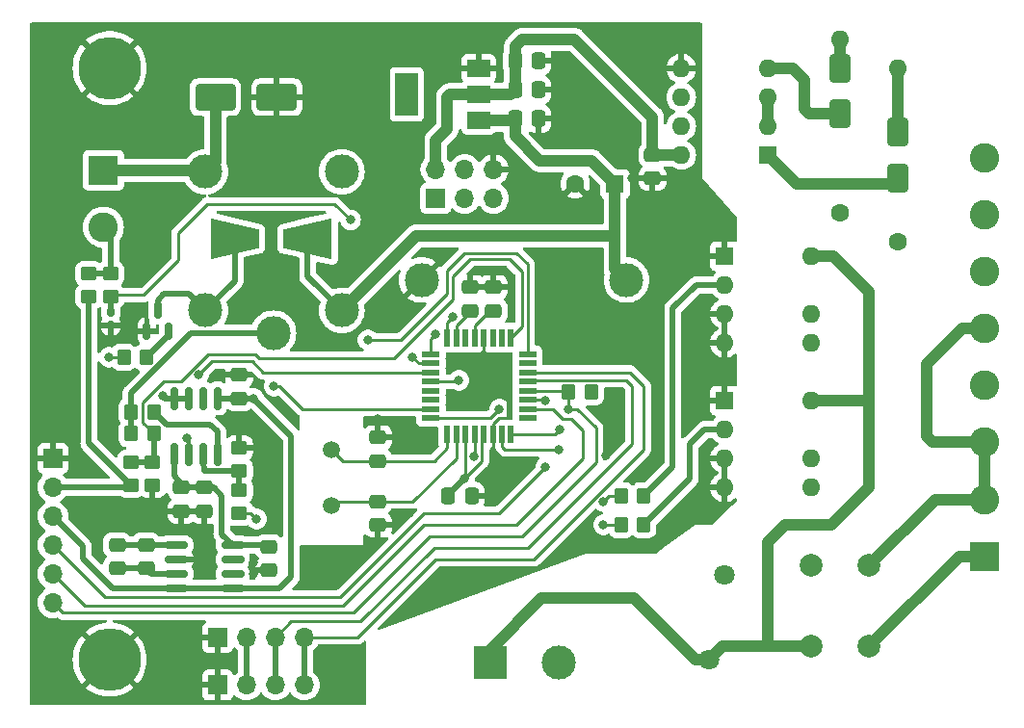
<source format=gbr>
%TF.GenerationSoftware,KiCad,Pcbnew,7.0.1+dfsg-1*%
%TF.CreationDate,2024-08-17T23:40:14+03:00*%
%TF.ProjectId,OpenEVSE_mod,4f70656e-4556-4534-955f-6d6f642e6b69,rev?*%
%TF.SameCoordinates,PX9d5b340PY54e0840*%
%TF.FileFunction,Copper,L2,Bot*%
%TF.FilePolarity,Positive*%
%FSLAX46Y46*%
G04 Gerber Fmt 4.6, Leading zero omitted, Abs format (unit mm)*
G04 Created by KiCad (PCBNEW 7.0.1+dfsg-1) date 2024-08-17 23:40:14*
%MOMM*%
%LPD*%
G01*
G04 APERTURE LIST*
G04 Aperture macros list*
%AMRoundRect*
0 Rectangle with rounded corners*
0 $1 Rounding radius*
0 $2 $3 $4 $5 $6 $7 $8 $9 X,Y pos of 4 corners*
0 Add a 4 corners polygon primitive as box body*
4,1,4,$2,$3,$4,$5,$6,$7,$8,$9,$2,$3,0*
0 Add four circle primitives for the rounded corners*
1,1,$1+$1,$2,$3*
1,1,$1+$1,$4,$5*
1,1,$1+$1,$6,$7*
1,1,$1+$1,$8,$9*
0 Add four rect primitives between the rounded corners*
20,1,$1+$1,$2,$3,$4,$5,0*
20,1,$1+$1,$4,$5,$6,$7,0*
20,1,$1+$1,$6,$7,$8,$9,0*
20,1,$1+$1,$8,$9,$2,$3,0*%
%AMOutline4P*
0 Free polygon, 4 corners , with rotation*
0 The origin of the aperture is its center*
0 number of corners: always 4*
0 $1 to $8 corner X, Y*
0 $9 Rotation angle, in degrees counterclockwise*
0 create outline with 4 corners*
4,1,4,$1,$2,$3,$4,$5,$6,$7,$8,$1,$2,$9*%
G04 Aperture macros list end*
%TA.AperFunction,ComponentPad*%
%ADD10R,1.700000X1.700000*%
%TD*%
%TA.AperFunction,ComponentPad*%
%ADD11O,1.700000X1.700000*%
%TD*%
%TA.AperFunction,SMDPad,CuDef*%
%ADD12RoundRect,0.250000X-0.337500X-0.475000X0.337500X-0.475000X0.337500X0.475000X-0.337500X0.475000X0*%
%TD*%
%TA.AperFunction,SMDPad,CuDef*%
%ADD13Outline4P,-2.150000X-1.800000X2.150000X-0.800000X2.150000X0.800000X-2.150000X1.800000X180.000000*%
%TD*%
%TA.AperFunction,SMDPad,CuDef*%
%ADD14Outline4P,-2.150000X-1.800000X2.150000X-0.800000X2.150000X0.800000X-2.150000X1.800000X0.000000*%
%TD*%
%TA.AperFunction,ComponentPad*%
%ADD15C,1.500000*%
%TD*%
%TA.AperFunction,ConnectorPad*%
%ADD16C,5.500000*%
%TD*%
%TA.AperFunction,ComponentPad*%
%ADD17C,3.600000*%
%TD*%
%TA.AperFunction,ComponentPad*%
%ADD18R,2.600000X2.600000*%
%TD*%
%TA.AperFunction,ComponentPad*%
%ADD19C,2.600000*%
%TD*%
%TA.AperFunction,SMDPad,CuDef*%
%ADD20RoundRect,0.150000X0.150000X-0.825000X0.150000X0.825000X-0.150000X0.825000X-0.150000X-0.825000X0*%
%TD*%
%TA.AperFunction,SMDPad,CuDef*%
%ADD21RoundRect,0.150000X-0.825000X-0.150000X0.825000X-0.150000X0.825000X0.150000X-0.825000X0.150000X0*%
%TD*%
%TA.AperFunction,ComponentPad*%
%ADD22O,1.600000X1.600000*%
%TD*%
%TA.AperFunction,ComponentPad*%
%ADD23R,1.600000X1.600000*%
%TD*%
%TA.AperFunction,SMDPad,CuDef*%
%ADD24R,2.000000X1.500000*%
%TD*%
%TA.AperFunction,SMDPad,CuDef*%
%ADD25R,2.000000X3.800000*%
%TD*%
%TA.AperFunction,SMDPad,CuDef*%
%ADD26R,1.600000X0.550000*%
%TD*%
%TA.AperFunction,SMDPad,CuDef*%
%ADD27R,0.550000X1.600000*%
%TD*%
%TA.AperFunction,SMDPad,CuDef*%
%ADD28RoundRect,0.250000X-1.500000X-0.900000X1.500000X-0.900000X1.500000X0.900000X-1.500000X0.900000X0*%
%TD*%
%TA.AperFunction,ComponentPad*%
%ADD29C,1.800000*%
%TD*%
%TA.AperFunction,SMDPad,CuDef*%
%ADD30RoundRect,0.250000X-0.350000X-0.450000X0.350000X-0.450000X0.350000X0.450000X-0.350000X0.450000X0*%
%TD*%
%TA.AperFunction,SMDPad,CuDef*%
%ADD31RoundRect,0.250000X-0.450000X0.350000X-0.450000X-0.350000X0.450000X-0.350000X0.450000X0.350000X0*%
%TD*%
%TA.AperFunction,SMDPad,CuDef*%
%ADD32RoundRect,0.250000X0.350000X0.450000X-0.350000X0.450000X-0.350000X-0.450000X0.350000X-0.450000X0*%
%TD*%
%TA.AperFunction,SMDPad,CuDef*%
%ADD33RoundRect,0.250000X0.450000X-0.350000X0.450000X0.350000X-0.450000X0.350000X-0.450000X-0.350000X0*%
%TD*%
%TA.AperFunction,ComponentPad*%
%ADD34C,1.600000*%
%TD*%
%TA.AperFunction,SMDPad,CuDef*%
%ADD35RoundRect,0.150000X0.150000X-0.587500X0.150000X0.587500X-0.150000X0.587500X-0.150000X-0.587500X0*%
%TD*%
%TA.AperFunction,ComponentPad*%
%ADD36C,3.000000*%
%TD*%
%TA.AperFunction,ComponentPad*%
%ADD37R,3.000000X3.000000*%
%TD*%
%TA.AperFunction,ComponentPad*%
%ADD38C,2.000000*%
%TD*%
%TA.AperFunction,SMDPad,CuDef*%
%ADD39RoundRect,0.250000X0.650000X-1.000000X0.650000X1.000000X-0.650000X1.000000X-0.650000X-1.000000X0*%
%TD*%
%TA.AperFunction,SMDPad,CuDef*%
%ADD40RoundRect,0.160000X-0.160000X0.222500X-0.160000X-0.222500X0.160000X-0.222500X0.160000X0.222500X0*%
%TD*%
%TA.AperFunction,SMDPad,CuDef*%
%ADD41RoundRect,0.250000X0.475000X-0.337500X0.475000X0.337500X-0.475000X0.337500X-0.475000X-0.337500X0*%
%TD*%
%TA.AperFunction,SMDPad,CuDef*%
%ADD42RoundRect,0.250000X-0.475000X0.337500X-0.475000X-0.337500X0.475000X-0.337500X0.475000X0.337500X0*%
%TD*%
%TA.AperFunction,ViaPad*%
%ADD43C,0.800000*%
%TD*%
%TA.AperFunction,Conductor*%
%ADD44C,0.250000*%
%TD*%
%TA.AperFunction,Conductor*%
%ADD45C,1.000000*%
%TD*%
%TA.AperFunction,Conductor*%
%ADD46C,0.500000*%
%TD*%
G04 APERTURE END LIST*
D10*
%TO.P,J6,1,Pin_1*%
%TO.N,GND*%
X16483000Y1751000D03*
D11*
%TO.P,J6,2,Pin_2*%
%TO.N,+5V*%
X19023000Y1751000D03*
%TO.P,J6,3,Pin_3*%
%TO.N,/SCL*%
X21563000Y1751000D03*
%TO.P,J6,4,Pin_4*%
%TO.N,/SDA*%
X24103000Y1751000D03*
%TD*%
D12*
%TO.P,C16,1*%
%TO.N,+5V*%
X36760000Y18388000D03*
%TO.P,C16,2*%
%TO.N,GND*%
X38835000Y18388000D03*
%TD*%
D13*
%TO.P,D4,1,K*%
%TO.N,+12V*%
X24400000Y41000000D03*
D14*
%TO.P,D4,2,A*%
%TO.N,Net-(D4-A)*%
X18000000Y41000000D03*
%TD*%
D15*
%TO.P,Y1,1,1*%
%TO.N,Net-(U1-XTAL2{slash}PB7)*%
X26516000Y22452000D03*
%TO.P,Y1,2,2*%
%TO.N,Net-(U1-XTAL1{slash}PB6)*%
X26516000Y17572000D03*
%TD*%
D16*
%TO.P,H4,1,1*%
%TO.N,GND*%
X7000000Y56000000D03*
D17*
X7000000Y56000000D03*
%TD*%
D18*
%TO.P,J4,1,Pin_1*%
%TO.N,/PILOT*%
X6450000Y47010000D03*
D19*
%TO.P,J4,2,Pin_2*%
%TO.N,/PP*%
X6450000Y42010000D03*
%TD*%
D20*
%TO.P,U7,8,V+*%
%TO.N,+12V*%
X16483000Y26949000D03*
%TO.P,U7,7*%
%TO.N,unconnected-(U7-Pad7)*%
X15213000Y26949000D03*
%TO.P,U7,6,-*%
%TO.N,GND*%
X13943000Y26949000D03*
%TO.P,U7,5,+*%
X12673000Y26949000D03*
%TO.P,U7,4,V-*%
%TO.N,-12V*%
X12673000Y21999000D03*
%TO.P,U7,3,+*%
%TO.N,/PWM*%
X13943000Y21999000D03*
%TO.P,U7,2,-*%
%TO.N,Net-(U7A--)*%
X15213000Y21999000D03*
%TO.P,U7,1*%
%TO.N,Net-(R10-Pad1)*%
X16483000Y21999000D03*
%TD*%
D21*
%TO.P,U6,8,V+*%
%TO.N,+12V*%
X17815000Y10260000D03*
%TO.P,U6,7,OSC*%
%TO.N,unconnected-(U6-OSC-Pad7)*%
X17815000Y11530000D03*
%TO.P,U6,6,LV*%
%TO.N,unconnected-(U6-LV-Pad6)*%
X17815000Y12800000D03*
%TO.P,U6,5,VOUT*%
%TO.N,-12V*%
X17815000Y14070000D03*
%TO.P,U6,4,CAP-*%
%TO.N,Net-(U6-CAP-)*%
X12865000Y14070000D03*
%TO.P,U6,3,GND*%
%TO.N,GND*%
X12865000Y12800000D03*
%TO.P,U6,2,CAP+*%
%TO.N,Net-(U6-CAP+)*%
X12865000Y11530000D03*
%TO.P,U6,1,BOOST*%
%TO.N,+12V*%
X12865000Y10260000D03*
%TD*%
D22*
%TO.P,U5,8,VCC*%
%TO.N,+5V*%
X57240000Y48360000D03*
%TO.P,U5,7,VO1*%
%TO.N,/AC_TEST_OUT1*%
X57240000Y50900000D03*
%TO.P,U5,6,VO2*%
%TO.N,/AC_TEST_OUT2*%
X57240000Y53440000D03*
%TO.P,U5,5,GND*%
%TO.N,GND*%
X57240000Y55980000D03*
%TO.P,U5,4,A2*%
%TO.N,Net-(D3-K)*%
X64860000Y55980000D03*
%TO.P,U5,3,C2*%
%TO.N,GND*%
X64860000Y53440000D03*
%TO.P,U5,2,C1*%
X64860000Y50900000D03*
D23*
%TO.P,U5,1,A1*%
%TO.N,Net-(D2-K)*%
X64860000Y48360000D03*
%TD*%
D22*
%TO.P,U4,8*%
%TO.N,/AC_L_FUSED*%
X68680000Y39460000D03*
%TO.P,U4,6*%
%TO.N,/AC_RELAY2*%
X68680000Y34380000D03*
%TO.P,U4,5*%
%TO.N,unconnected-(U4-Pad5)*%
X68680000Y31840000D03*
%TO.P,U4,4*%
%TO.N,GND*%
X61060000Y31840000D03*
%TO.P,U4,3*%
X61060000Y34380000D03*
%TO.P,U4,2*%
%TO.N,Net-(R4-Pad2)*%
X61060000Y36920000D03*
D23*
%TO.P,U4,1*%
%TO.N,GND*%
X61060000Y39460000D03*
%TD*%
%TO.P,U3,1*%
%TO.N,GND*%
X61060000Y26760000D03*
D22*
%TO.P,U3,2*%
%TO.N,Net-(R5-Pad2)*%
X61060000Y24220000D03*
%TO.P,U3,3*%
%TO.N,GND*%
X61060000Y21680000D03*
%TO.P,U3,4*%
X61060000Y19140000D03*
%TO.P,U3,5*%
%TO.N,unconnected-(U3-Pad5)*%
X68680000Y19140000D03*
%TO.P,U3,6*%
%TO.N,/ACRELAY1*%
X68680000Y21680000D03*
%TO.P,U3,8*%
%TO.N,/AC_L_FUSED*%
X68680000Y26760000D03*
%TD*%
D24*
%TO.P,U2,1,GND*%
%TO.N,GND*%
X39420000Y55980000D03*
D25*
%TO.P,U2,2,VO*%
%TO.N,+5V*%
X33120000Y53680000D03*
D24*
X39420000Y53680000D03*
%TO.P,U2,3,VI*%
%TO.N,+12V*%
X39420000Y51380000D03*
%TD*%
D26*
%TO.P,U1,32,PD2*%
%TO.N,unconnected-(U1-PD2-Pad32)*%
X43720000Y25240000D03*
%TO.P,U1,31,PD1*%
%TO.N,/UART_TX*%
X43720000Y26040000D03*
%TO.P,U1,30,PD0*%
%TO.N,/UART_RX*%
X43720000Y26840000D03*
%TO.P,U1,29,~{RESET}/PC6*%
%TO.N,/RST*%
X43720000Y27640000D03*
%TO.P,U1,28,PC5*%
%TO.N,/SCL*%
X43720000Y28440000D03*
%TO.P,U1,27,PC4*%
%TO.N,/SDA*%
X43720000Y29240000D03*
%TO.P,U1,26,PC3*%
%TO.N,unconnected-(U1-PC3-Pad26)*%
X43720000Y30040000D03*
%TO.P,U1,25,PC2*%
%TO.N,/PPREAD*%
X43720000Y30840000D03*
D27*
%TO.P,U1,24,PC1*%
%TO.N,/PILOTREAD*%
X42270000Y32290000D03*
%TO.P,U1,23,PC0*%
%TO.N,unconnected-(U1-PC0-Pad23)*%
X41470000Y32290000D03*
%TO.P,U1,22,ADC7*%
%TO.N,unconnected-(U1-ADC7-Pad22)*%
X40670000Y32290000D03*
%TO.P,U1,21,GND*%
%TO.N,GND*%
X39870000Y32290000D03*
%TO.P,U1,20,AREF*%
%TO.N,Net-(U1-AREF)*%
X39070000Y32290000D03*
%TO.P,U1,19,ADC6*%
%TO.N,unconnected-(U1-ADC6-Pad19)*%
X38270000Y32290000D03*
%TO.P,U1,18,AVCC*%
%TO.N,+5V*%
X37470000Y32290000D03*
%TO.P,U1,17,PB5*%
%TO.N,/SCK*%
X36670000Y32290000D03*
D26*
%TO.P,U1,16,PB4*%
%TO.N,/MISO*%
X35220000Y30840000D03*
%TO.P,U1,15,PB3*%
%TO.N,/MOSI*%
X35220000Y30040000D03*
%TO.P,U1,14,PB2*%
%TO.N,/PWM*%
X35220000Y29240000D03*
%TO.P,U1,13,PB1*%
%TO.N,/AC_RELAY_CNTRL_1*%
X35220000Y28440000D03*
%TO.P,U1,12,PB0*%
%TO.N,unconnected-(U1-PB0-Pad12)*%
X35220000Y27640000D03*
%TO.P,U1,11,PD7*%
%TO.N,unconnected-(U1-PD7-Pad11)*%
X35220000Y26840000D03*
%TO.P,U1,10,PD6*%
%TO.N,/PILOT_DISCONNECT*%
X35220000Y26040000D03*
%TO.P,U1,9,PD5*%
%TO.N,/AC_RELAY_CNTRL_2*%
X35220000Y25240000D03*
D27*
%TO.P,U1,8,XTAL2/PB7*%
%TO.N,Net-(U1-XTAL2{slash}PB7)*%
X36670000Y23790000D03*
%TO.P,U1,7,XTAL1/PB6*%
%TO.N,Net-(U1-XTAL1{slash}PB6)*%
X37470000Y23790000D03*
%TO.P,U1,6,VCC*%
%TO.N,+5V*%
X38270000Y23790000D03*
%TO.P,U1,5,GND*%
%TO.N,GND*%
X39070000Y23790000D03*
%TO.P,U1,4,VCC*%
%TO.N,+5V*%
X39870000Y23790000D03*
%TO.P,U1,3,GND*%
%TO.N,GND*%
X40670000Y23790000D03*
%TO.P,U1,2,PD4*%
%TO.N,/AC_TEST_OUT2*%
X41470000Y23790000D03*
%TO.P,U1,1,PD3*%
%TO.N,/AC_TEST_OUT1*%
X42270000Y23790000D03*
%TD*%
D28*
%TO.P,TVS1,1,K*%
%TO.N,/PILOT*%
X16290000Y53440000D03*
%TO.P,TVS1,2,A*%
%TO.N,GND*%
X21690000Y53440000D03*
%TD*%
D29*
%TO.P,RV1,2*%
%TO.N,/AC_N_FUSED*%
X61060000Y11470000D03*
%TO.P,RV1,1*%
%TO.N,/AC_L_FUSED*%
X59660000Y3970000D03*
%TD*%
D30*
%TO.P,R14,1*%
%TO.N,/PILOT_DISCONNECT*%
X8244000Y30580000D03*
%TO.P,R14,2*%
%TO.N,Net-(Q1-B)*%
X10244000Y30580000D03*
%TD*%
D31*
%TO.P,R13,1*%
%TO.N,/PILOTREAD*%
X8863000Y21329000D03*
%TO.P,R13,2*%
%TO.N,+5V*%
X8863000Y19329000D03*
%TD*%
%TO.P,R12,2*%
%TO.N,GND*%
X10768000Y19329000D03*
%TO.P,R12,1*%
%TO.N,/PILOTREAD*%
X10768000Y21329000D03*
%TD*%
D30*
%TO.P,R11,2*%
%TO.N,/PILOTREAD*%
X10863000Y23869000D03*
%TO.P,R11,1*%
%TO.N,/PILOT_AO*%
X8863000Y23869000D03*
%TD*%
D32*
%TO.P,R10,2*%
%TO.N,/PILOT_AO*%
X8863000Y25774000D03*
%TO.P,R10,1*%
%TO.N,Net-(R10-Pad1)*%
X10863000Y25774000D03*
%TD*%
D33*
%TO.P,R9,2*%
%TO.N,GND*%
X18388000Y22599000D03*
%TO.P,R9,1*%
%TO.N,Net-(U7A--)*%
X18388000Y20599000D03*
%TD*%
%TO.P,R8,2*%
%TO.N,Net-(U7A--)*%
X18388000Y18864000D03*
%TO.P,R8,1*%
%TO.N,+5V*%
X18388000Y16864000D03*
%TD*%
D34*
%TO.P,R7,1*%
%TO.N,/ACTEST2*%
X71220000Y43280000D03*
D22*
%TO.P,R7,2*%
%TO.N,Net-(D3-A)*%
X71220000Y58520000D03*
%TD*%
%TO.P,R6,2*%
%TO.N,Net-(D2-A)*%
X76300000Y55980000D03*
D34*
%TO.P,R6,1*%
%TO.N,/ACTEST1*%
X76300000Y40740000D03*
%TD*%
D30*
%TO.P,R5,1*%
%TO.N,/AC_RELAY_CNTRL_1*%
X51948000Y15848000D03*
%TO.P,R5,2*%
%TO.N,Net-(R5-Pad2)*%
X53948000Y15848000D03*
%TD*%
%TO.P,R4,1*%
%TO.N,/AC_RELAY_CNTRL_2*%
X51948000Y18388000D03*
%TO.P,R4,2*%
%TO.N,Net-(R4-Pad2)*%
X53948000Y18388000D03*
%TD*%
D31*
%TO.P,R3,1*%
%TO.N,/PP*%
X7085000Y37927500D03*
%TO.P,R3,2*%
%TO.N,/PPREAD*%
X7085000Y35927500D03*
%TD*%
D33*
%TO.P,R2,1*%
%TO.N,+5V*%
X5180000Y35927500D03*
%TO.P,R2,2*%
%TO.N,/PP*%
X5180000Y37927500D03*
%TD*%
D32*
%TO.P,R1,1*%
%TO.N,+5V*%
X49344000Y27532000D03*
%TO.P,R1,2*%
%TO.N,/RST*%
X47344000Y27532000D03*
%TD*%
D35*
%TO.P,Q1,3,C*%
%TO.N,Net-(D4-A)*%
X11215000Y34722500D03*
%TO.P,Q1,2,E*%
%TO.N,GND*%
X10265000Y32847500D03*
%TO.P,Q1,1,B*%
%TO.N,Net-(Q1-B)*%
X12165000Y32847500D03*
%TD*%
D36*
%TO.P,PS1,4,+Vout*%
%TO.N,+12V*%
X52422500Y37362500D03*
%TO.P,PS1,3,-Vout*%
%TO.N,GND*%
X34422500Y37362500D03*
%TO.P,PS1,2,AC/N*%
%TO.N,/AC_N_FUSED*%
X46422500Y3762500D03*
D37*
%TO.P,PS1,1,AC/L*%
%TO.N,/AC_L_FUSED*%
X40422500Y3762500D03*
%TD*%
D36*
%TO.P,K1,11*%
%TO.N,/PILOT_AO*%
X21405000Y32690000D03*
%TO.P,K1,12*%
%TO.N,/PILOT*%
X15405000Y46890000D03*
%TO.P,K1,14*%
%TO.N,unconnected-(K1-Pad14)*%
X27405000Y46890000D03*
%TO.P,K1,A1*%
%TO.N,+12V*%
X27405000Y34690000D03*
%TO.P,K1,A2*%
%TO.N,Net-(D4-A)*%
X15405000Y34690000D03*
%TD*%
D18*
%TO.P,J5,1,Pin_1*%
%TO.N,/AC_L*%
X83920000Y13080000D03*
D19*
%TO.P,J5,2,Pin_2*%
%TO.N,/AC_N*%
X83920000Y18080000D03*
%TO.P,J5,3,Pin_3*%
X83920000Y23080000D03*
%TO.P,J5,4,Pin_4*%
%TO.N,/ACRELAY1*%
X83920000Y28080000D03*
%TO.P,J5,5,Pin_5*%
%TO.N,/AC_N*%
X83920000Y33080000D03*
%TO.P,J5,6,Pin_6*%
%TO.N,/AC_RELAY2*%
X83920000Y38080000D03*
%TO.P,J5,7,Pin_7*%
%TO.N,/ACTEST1*%
X83920000Y43080000D03*
%TO.P,J5,8,Pin_8*%
%TO.N,/ACTEST2*%
X83920000Y48080000D03*
%TD*%
D11*
%TO.P,J3,6,Pin_6*%
%TO.N,/RST*%
X2005000Y8990000D03*
%TO.P,J3,5,Pin_5*%
%TO.N,/UART_TX*%
X2005000Y11530000D03*
%TO.P,J3,4,Pin_4*%
%TO.N,/UART_RX*%
X2005000Y14070000D03*
%TO.P,J3,3,Pin_3*%
%TO.N,+12V*%
X2005000Y16610000D03*
%TO.P,J3,2,Pin_2*%
%TO.N,+5V*%
X2005000Y19150000D03*
D10*
%TO.P,J3,1,Pin_1*%
%TO.N,GND*%
X2005000Y21690000D03*
%TD*%
D11*
%TO.P,J2,4,Pin_4*%
%TO.N,/SDA*%
X24103000Y5942000D03*
%TO.P,J2,3,Pin_3*%
%TO.N,/SCL*%
X21563000Y5942000D03*
%TO.P,J2,2,Pin_2*%
%TO.N,+5V*%
X19023000Y5942000D03*
D10*
%TO.P,J2,1,Pin_1*%
%TO.N,GND*%
X16483000Y5942000D03*
%TD*%
D11*
%TO.P,J1,6,GND*%
%TO.N,GND*%
X40740000Y47090000D03*
%TO.P,J1,5,~{RST}*%
%TO.N,/RST*%
X40740000Y44550000D03*
%TO.P,J1,4,MOSI*%
%TO.N,/MOSI*%
X38200000Y47090000D03*
%TO.P,J1,3,SCK*%
%TO.N,/SCK*%
X38200000Y44550000D03*
%TO.P,J1,2,VCC*%
%TO.N,+5V*%
X35660000Y47090000D03*
D10*
%TO.P,J1,1,MISO*%
%TO.N,/MISO*%
X35660000Y44550000D03*
%TD*%
D16*
%TO.P,H3,1,1*%
%TO.N,GND*%
X7000000Y4000000D03*
D17*
X7000000Y4000000D03*
%TD*%
D38*
%TO.P,F2,1*%
%TO.N,/AC_N*%
X73760000Y12292000D03*
%TO.P,F2,2*%
%TO.N,/AC_N_FUSED*%
X68680000Y12302000D03*
%TD*%
%TO.P,F1,1*%
%TO.N,/AC_L*%
X73760000Y5180000D03*
%TO.P,F1,2*%
%TO.N,/AC_L_FUSED*%
X68680000Y5190000D03*
%TD*%
D39*
%TO.P,D3,1,K*%
%TO.N,Net-(D3-K)*%
X71220000Y51980000D03*
%TO.P,D3,2,A*%
%TO.N,Net-(D3-A)*%
X71220000Y55980000D03*
%TD*%
%TO.P,D2,2,A*%
%TO.N,Net-(D2-A)*%
X76300000Y50360000D03*
%TO.P,D2,1,K*%
%TO.N,Net-(D2-K)*%
X76300000Y46360000D03*
%TD*%
D40*
%TO.P,D1,1,K*%
%TO.N,/PPREAD*%
X7085000Y34532500D03*
%TO.P,D1,2,A*%
%TO.N,GND*%
X7085000Y33387500D03*
%TD*%
D41*
%TO.P,C15,2*%
%TO.N,Net-(U6-CAP-)*%
X10195000Y14070000D03*
%TO.P,C15,1*%
%TO.N,Net-(U6-CAP+)*%
X10195000Y11995000D03*
%TD*%
D42*
%TO.P,C14,2*%
%TO.N,GND*%
X15340000Y17043000D03*
%TO.P,C14,1*%
%TO.N,-12V*%
X15340000Y19118000D03*
%TD*%
D12*
%TO.P,C13,2*%
%TO.N,GND*%
X44720000Y51535000D03*
%TO.P,C13,1*%
%TO.N,+12V*%
X42645000Y51535000D03*
%TD*%
D42*
%TO.P,C12,1*%
%TO.N,-12V*%
X13308000Y19118000D03*
%TO.P,C12,2*%
%TO.N,GND*%
X13308000Y17043000D03*
%TD*%
%TO.P,C11,1*%
%TO.N,-12V*%
X20990000Y13900000D03*
%TO.P,C11,2*%
%TO.N,GND*%
X20990000Y11825000D03*
%TD*%
D41*
%TO.P,C10,2*%
%TO.N,Net-(U6-CAP-)*%
X7655000Y14070000D03*
%TO.P,C10,1*%
%TO.N,Net-(U6-CAP+)*%
X7655000Y11995000D03*
%TD*%
D12*
%TO.P,C9,1*%
%TO.N,+5V*%
X42645000Y54075000D03*
%TO.P,C9,2*%
%TO.N,GND*%
X44720000Y54075000D03*
%TD*%
%TO.P,C8,1*%
%TO.N,+5V*%
X42645000Y56615000D03*
%TO.P,C8,2*%
%TO.N,GND*%
X44720000Y56615000D03*
%TD*%
D41*
%TO.P,C7,2*%
%TO.N,GND*%
X18388000Y29024000D03*
%TO.P,C7,1*%
%TO.N,+12V*%
X18388000Y26949000D03*
%TD*%
D34*
%TO.P,C6,2*%
%TO.N,GND*%
X47908000Y45820000D03*
D23*
%TO.P,C6,1*%
%TO.N,+12V*%
X51408000Y45820000D03*
%TD*%
D41*
%TO.P,C5,1*%
%TO.N,Net-(U1-XTAL2{slash}PB7)*%
X30580000Y21436000D03*
%TO.P,C5,2*%
%TO.N,GND*%
X30580000Y23511000D03*
%TD*%
D42*
%TO.P,C4,1*%
%TO.N,Net-(U1-XTAL1{slash}PB6)*%
X30580000Y17880000D03*
%TO.P,C4,2*%
%TO.N,GND*%
X30580000Y15805000D03*
%TD*%
D41*
%TO.P,C3,2*%
%TO.N,GND*%
X40740000Y36719000D03*
%TO.P,C3,1*%
%TO.N,Net-(U1-AREF)*%
X40740000Y34644000D03*
%TD*%
D42*
%TO.P,C2,1*%
%TO.N,+5V*%
X54710000Y48360000D03*
%TO.P,C2,2*%
%TO.N,GND*%
X54710000Y46285000D03*
%TD*%
D41*
%TO.P,C1,1*%
%TO.N,+5V*%
X38708000Y34644000D03*
%TO.P,C1,2*%
%TO.N,GND*%
X38708000Y36719000D03*
%TD*%
D43*
%TO.N,GND*%
X33374000Y16864000D03*
X26389000Y10641000D03*
X24611000Y10641000D03*
X26516000Y13308000D03*
X24738000Y13308000D03*
X44042000Y21436000D03*
X51789000Y27532000D03*
X50646000Y21944000D03*
X50773000Y24992000D03*
X41502000Y38200000D03*
X11657000Y27151000D03*
X33501000Y34644000D03*
X19658000Y11530000D03*
X19658000Y12546000D03*
X32866000Y23595000D03*
X30580000Y25119000D03*
X21182000Y37819000D03*
X23341000Y35533000D03*
X24484000Y32739000D03*
X28294000Y31850000D03*
X48868000Y37184000D03*
X46836000Y39343000D03*
X45820000Y31215000D03*
X45439000Y34771000D03*
X42010000Y27786000D03*
%TO.N,+5V*%
X42645000Y54075000D03*
X49376000Y27532000D03*
%TO.N,GND*%
X40994000Y19023000D03*
X38994500Y21817000D03*
X39978000Y20166000D03*
X39870000Y30580000D03*
%TO.N,/PPREAD*%
X28167000Y42645000D03*
X29691000Y32104000D03*
%TO.N,GND*%
X39724000Y38200000D03*
X56488000Y46328000D03*
X54964000Y44296000D03*
X52932000Y46328000D03*
X46836000Y51408000D03*
X46836000Y53440000D03*
X46836000Y54456000D03*
X46836000Y56488000D03*
X40232000Y58012000D03*
X37692000Y58520000D03*
X36676000Y55472000D03*
X21690000Y51027000D03*
X24357000Y50900000D03*
X24484000Y53440000D03*
X23976000Y55980000D03*
X21436000Y55980000D03*
X6704000Y28040000D03*
X7212000Y22960000D03*
X6704000Y25500000D03*
X7085000Y31977000D03*
X8736000Y33120000D03*
X28548000Y608000D03*
X28548000Y3656000D03*
X32612000Y8228000D03*
X40232000Y10768000D03*
X46836000Y13308000D03*
X52424000Y13816000D03*
X55980000Y14832000D03*
X59028000Y16356000D03*
X59000000Y19000000D03*
X15340000Y12292000D03*
X15340000Y13816000D03*
X5688000Y14832000D03*
X7720000Y17372000D03*
X11276000Y17372000D03*
X18388000Y23976000D03*
X17880000Y24992000D03*
X16864000Y29056000D03*
%TO.N,+12V*%
X19664000Y26949000D03*
%TO.N,+5V*%
X19912000Y16356000D03*
X38200000Y19912000D03*
X38708000Y34644000D03*
%TO.N,/AC_RELAY_CNTRL_2*%
X50396299Y17875701D03*
X41248000Y26008000D03*
%TO.N,/AC_RELAY_CNTRL_1*%
X50392000Y15848000D03*
X37692000Y28548000D03*
%TO.N,/PILOT_DISCONNECT*%
X6958000Y30580000D03*
X21436000Y28040000D03*
%TO.N,/PWM*%
X13816000Y23468000D03*
X14836299Y29051701D03*
%TO.N,/MOSI*%
X33628000Y30580000D03*
%TO.N,/MISO*%
X35660000Y32612000D03*
%TO.N,/SCK*%
X37184000Y34136000D03*
%TO.N,/UART_RX*%
X45312000Y26764500D03*
X45312000Y20928000D03*
%TO.N,/RST*%
X47344000Y26008000D03*
%TO.N,/AC_TEST_OUT2*%
X46455000Y22452000D03*
%TO.N,/AC_TEST_OUT1*%
X46582000Y24230000D03*
%TD*%
D44*
%TO.N,/UART_RX*%
X2005000Y14070000D02*
X6577000Y9498000D01*
X6577000Y9498000D02*
X27278000Y9498000D01*
X27278000Y9498000D02*
X34644000Y16864000D01*
X34644000Y16864000D02*
X41248000Y16864000D01*
X41248000Y16864000D02*
X45312000Y20928000D01*
D45*
%TO.N,+12V*%
X27405000Y34690000D02*
X33963000Y41248000D01*
X51408000Y41248000D02*
X51408000Y38377000D01*
X51408000Y38377000D02*
X52422500Y37362500D01*
X33963000Y41248000D02*
X51408000Y41248000D01*
X52422500Y37362500D02*
X52372500Y37362500D01*
X52372500Y37362500D02*
X51408000Y38327000D01*
X51408000Y38327000D02*
X51408000Y45820000D01*
%TO.N,/AC_N*%
X83920000Y23080000D02*
X79355000Y23080000D01*
X81975000Y33080000D02*
X83920000Y33080000D01*
X79355000Y23080000D02*
X78840000Y23595000D01*
X78840000Y23595000D02*
X78840000Y29945000D01*
X78840000Y29945000D02*
X81975000Y33080000D01*
%TO.N,Net-(D2-K)*%
X64860000Y48360000D02*
X64870000Y48360000D01*
X64870000Y48360000D02*
X67410000Y45820000D01*
X67410000Y45820000D02*
X75760000Y45820000D01*
X75760000Y45820000D02*
X76300000Y46360000D01*
%TO.N,Net-(D3-K)*%
X64860000Y55980000D02*
X67029000Y55980000D01*
X67029000Y55980000D02*
X68045000Y54964000D01*
X68489000Y51980000D02*
X71220000Y51980000D01*
X68045000Y54964000D02*
X68045000Y52424000D01*
X68045000Y52424000D02*
X68489000Y51980000D01*
%TO.N,/AC_N*%
X83920000Y18080000D02*
X79548000Y18080000D01*
X79548000Y18080000D02*
X73760000Y12292000D01*
%TO.N,/AC_L_FUSED*%
X73760000Y26770000D02*
X73760000Y19150000D01*
X64870000Y14324000D02*
X64870000Y5180000D01*
X73760000Y19150000D02*
X70458000Y15848000D01*
X70458000Y15848000D02*
X66394000Y15848000D01*
X66394000Y15848000D02*
X64870000Y14324000D01*
X64870000Y5180000D02*
X65495000Y5180000D01*
X65495000Y5180000D02*
X65505000Y5190000D01*
X65505000Y5190000D02*
X60880000Y5190000D01*
X60880000Y5190000D02*
X59660000Y3970000D01*
X59660000Y3970000D02*
X58460000Y3970000D01*
X58460000Y3970000D02*
X53059000Y9371000D01*
X53059000Y9371000D02*
X44931000Y9371000D01*
X44931000Y9371000D02*
X40422500Y4862500D01*
X40422500Y4862500D02*
X40422500Y3762500D01*
D44*
%TO.N,/RST*%
X2005000Y8990000D02*
X2894000Y8101000D01*
X49757000Y21309000D02*
X49757000Y24357000D01*
X49757000Y24357000D02*
X48106000Y26008000D01*
X2894000Y8101000D02*
X28421000Y8101000D01*
X48106000Y26008000D02*
X47344000Y26008000D01*
X28421000Y8101000D02*
X35152000Y14832000D01*
X35152000Y14832000D02*
X43280000Y14832000D01*
X43280000Y14832000D02*
X49757000Y21309000D01*
%TO.N,/UART_TX*%
X43720000Y26040000D02*
X45915000Y26040000D01*
X45915000Y26040000D02*
X46836000Y25119000D01*
X46836000Y25119000D02*
X47598000Y25119000D01*
X47598000Y25119000D02*
X48577000Y24140000D01*
X48577000Y24140000D02*
X48577000Y21653000D01*
X4799000Y8736000D02*
X2005000Y11530000D01*
X48577000Y21653000D02*
X42772000Y15848000D01*
X27532000Y8736000D02*
X4799000Y8736000D01*
X42772000Y15848000D02*
X34644000Y15848000D01*
X34644000Y15848000D02*
X27532000Y8736000D01*
%TO.N,/AC_TEST_OUT1*%
X46582000Y24230000D02*
X46142000Y23790000D01*
X46142000Y23790000D02*
X42270000Y23790000D01*
%TO.N,/AC_TEST_OUT2*%
X46455000Y22452000D02*
X41756000Y22452000D01*
X41756000Y22452000D02*
X41470000Y22738000D01*
X41470000Y22738000D02*
X41470000Y23790000D01*
%TO.N,/PILOTREAD*%
X13241000Y28481000D02*
X11784000Y28481000D01*
X15625000Y30865000D02*
X13241000Y28481000D01*
X11784000Y28481000D02*
X9879000Y26576000D01*
X42270000Y32290000D02*
X43270000Y33290000D01*
X31977000Y30453000D02*
X20166000Y30453000D01*
X43270000Y38083000D02*
X42137000Y39216000D01*
X9879000Y26576000D02*
X9879000Y24853000D01*
X37184000Y35660000D02*
X31977000Y30453000D01*
X37184000Y37692000D02*
X37184000Y35660000D01*
X20166000Y30453000D02*
X19754000Y30865000D01*
X19754000Y30865000D02*
X15625000Y30865000D01*
X38708000Y39216000D02*
X37184000Y37692000D01*
X42137000Y39216000D02*
X38708000Y39216000D01*
X43270000Y33290000D02*
X43270000Y38083000D01*
X9879000Y24853000D02*
X10863000Y23869000D01*
D46*
%TO.N,/PILOT_AO*%
X8863000Y25774000D02*
X8863000Y27405000D01*
X8863000Y27405000D02*
X14148000Y32690000D01*
X14148000Y32690000D02*
X21405000Y32690000D01*
D44*
%TO.N,/PILOT_DISCONNECT*%
X6958000Y30580000D02*
X8244000Y30580000D01*
D46*
%TO.N,Net-(Q1-B)*%
X12165000Y32847500D02*
X12165000Y32501000D01*
X12165000Y32501000D02*
X10244000Y30580000D01*
D44*
%TO.N,/PPREAD*%
X43720000Y30840000D02*
X43720000Y38776000D01*
X38200000Y39724000D02*
X36676000Y38200000D01*
X43720000Y38776000D02*
X42772000Y39724000D01*
X42772000Y39724000D02*
X38200000Y39724000D01*
X36676000Y36168000D02*
X32612000Y32104000D01*
X36676000Y38200000D02*
X36676000Y36168000D01*
X32612000Y32104000D02*
X29691000Y32104000D01*
D46*
%TO.N,+5V*%
X19023000Y1751000D02*
X19023000Y5942000D01*
%TO.N,/SCL*%
X21563000Y1751000D02*
X21563000Y5942000D01*
%TO.N,/SDA*%
X24103000Y1751000D02*
X24103000Y5942000D01*
D44*
%TO.N,/SCL*%
X43788000Y13816000D02*
X52932000Y22960000D01*
X52932000Y22960000D02*
X52932000Y28040000D01*
%TO.N,/SDA*%
X53948000Y22452000D02*
X44296000Y12800000D01*
%TO.N,/SCL*%
X21563000Y5942000D02*
X22960000Y7339000D01*
X22960000Y7339000D02*
X29054604Y7339000D01*
X29054604Y7339000D02*
X35531604Y13816000D01*
X35531604Y13816000D02*
X43788000Y13816000D01*
%TO.N,/SDA*%
X53948000Y28040000D02*
X53948000Y22452000D01*
%TO.N,/SCL*%
X52932000Y28040000D02*
X52415000Y28557000D01*
X43837000Y28557000D02*
X43720000Y28440000D01*
%TO.N,/SDA*%
X43720000Y29240000D02*
X52748000Y29240000D01*
X52748000Y29240000D02*
X53948000Y28040000D01*
%TO.N,/SCL*%
X52415000Y28557000D02*
X43837000Y28557000D01*
%TO.N,/SDA*%
X44296000Y12800000D02*
X35660000Y12800000D01*
X35660000Y12800000D02*
X28802000Y5942000D01*
X28802000Y5942000D02*
X24103000Y5942000D01*
D46*
%TO.N,+12V*%
X12865000Y10260000D02*
X7272775Y10260000D01*
X7272775Y10260000D02*
X4672000Y12860775D01*
X4672000Y12860775D02*
X4672000Y13943000D01*
X4672000Y13943000D02*
X2005000Y16610000D01*
%TO.N,+5V*%
X36760000Y18388000D02*
X36760000Y18472000D01*
X36760000Y18472000D02*
X38200000Y19912000D01*
D44*
%TO.N,GND*%
X40670000Y22522000D02*
X42010000Y21182000D01*
X40670000Y23790000D02*
X40670000Y22522000D01*
X42010000Y26643000D02*
X42010000Y27786000D01*
X41201000Y25246000D02*
X42010000Y25246000D01*
X40670000Y24715000D02*
X41201000Y25246000D01*
X40670000Y23790000D02*
X40670000Y24715000D01*
X42010000Y25246000D02*
X42010000Y26643000D01*
%TO.N,+5V*%
X49344000Y27532000D02*
X49376000Y27532000D01*
%TO.N,GND*%
X39978000Y20166000D02*
X39978000Y20039000D01*
X39978000Y20039000D02*
X40994000Y19023000D01*
X39070000Y21892500D02*
X38994500Y21817000D01*
X39070000Y23790000D02*
X39070000Y21892500D01*
X39870000Y30218000D02*
X39851000Y30199000D01*
X39870000Y30218000D02*
X39870000Y30580000D01*
X39870000Y32290000D02*
X39870000Y30580000D01*
D45*
%TO.N,+5V*%
X35660000Y47090000D02*
X35660000Y49630000D01*
X35660000Y49630000D02*
X36676000Y50646000D01*
X36676000Y53440000D02*
X36916000Y53680000D01*
X36676000Y50646000D02*
X36676000Y53440000D01*
X36916000Y53680000D02*
X39420000Y53680000D01*
%TO.N,+12V*%
X49376000Y47852000D02*
X51408000Y45820000D01*
X42645000Y51535000D02*
X42645000Y50011000D01*
X42645000Y50011000D02*
X44804000Y47852000D01*
X44804000Y47852000D02*
X49376000Y47852000D01*
D44*
%TO.N,/PPREAD*%
X28167000Y42645000D02*
X26770000Y44042000D01*
X26770000Y44042000D02*
X15594000Y44042000D01*
X15594000Y44042000D02*
X13054000Y41502000D01*
X13054000Y41502000D02*
X13054000Y39089000D01*
X13054000Y39089000D02*
X10006000Y36041000D01*
X10006000Y36041000D02*
X7198500Y36041000D01*
X7198500Y36041000D02*
X7085000Y35927500D01*
%TO.N,/PWM*%
X35220000Y29240000D02*
X20490000Y29240000D01*
X20490000Y29240000D02*
X19531000Y30199000D01*
X19531000Y30199000D02*
X15983598Y30199000D01*
X15983598Y30199000D02*
X14836299Y29051701D01*
D46*
%TO.N,+12V*%
X24400000Y41000000D02*
X24400000Y37695000D01*
X24400000Y37695000D02*
X27405000Y34690000D01*
%TO.N,Net-(D4-A)*%
X18000000Y41000000D02*
X18000000Y37285000D01*
X18000000Y37285000D02*
X15405000Y34690000D01*
%TO.N,+5V*%
X5180000Y35927500D02*
X5180000Y23012000D01*
X5180000Y23012000D02*
X8863000Y19329000D01*
%TO.N,+12V*%
X18388000Y26949000D02*
X19664000Y26949000D01*
%TO.N,+5V*%
X2005000Y19150000D02*
X8684000Y19150000D01*
D44*
X8684000Y19150000D02*
X8863000Y19329000D01*
X19404000Y16864000D02*
X19912000Y16356000D01*
X18388000Y16864000D02*
X19404000Y16864000D01*
X38270000Y23790000D02*
X38270000Y19982000D01*
X38270000Y19982000D02*
X38200000Y19912000D01*
X39870000Y23790000D02*
X39724000Y23644000D01*
X39724000Y23644000D02*
X39724000Y21436000D01*
X39724000Y21436000D02*
X38200000Y19912000D01*
D45*
X42645000Y56615000D02*
X42645000Y57885000D01*
X42645000Y57885000D02*
X43280000Y58520000D01*
X43280000Y58520000D02*
X47852000Y58520000D01*
X47852000Y58520000D02*
X54710000Y51662000D01*
X54710000Y51662000D02*
X54710000Y48360000D01*
D44*
%TO.N,Net-(U1-XTAL1{slash}PB6)*%
X37470000Y23790000D02*
X37470000Y21722000D01*
X37470000Y21722000D02*
X33628000Y17880000D01*
X33628000Y17880000D02*
X30580000Y17880000D01*
%TO.N,Net-(U1-XTAL2{slash}PB7)*%
X36670000Y23790000D02*
X36670000Y22576396D01*
X36670000Y22576396D02*
X35529604Y21436000D01*
X35529604Y21436000D02*
X30580000Y21436000D01*
%TO.N,Net-(U1-XTAL1{slash}PB6)*%
X26516000Y17572000D02*
X26824000Y17880000D01*
X26824000Y17880000D02*
X30580000Y17880000D01*
%TO.N,Net-(U1-XTAL2{slash}PB7)*%
X26516000Y22452000D02*
X27532000Y21436000D01*
X27532000Y21436000D02*
X30580000Y21436000D01*
%TO.N,/AC_RELAY_CNTRL_2*%
X50396299Y17875701D02*
X50396299Y17884299D01*
X50396299Y17884299D02*
X50900000Y18388000D01*
X50900000Y18388000D02*
X51948000Y18388000D01*
X40480000Y25240000D02*
X41248000Y26008000D01*
X35220000Y25240000D02*
X40480000Y25240000D01*
%TO.N,/AC_RELAY_CNTRL_1*%
X35220000Y28440000D02*
X37584000Y28440000D01*
X50392000Y15848000D02*
X51948000Y15848000D01*
X37584000Y28440000D02*
X37692000Y28548000D01*
D46*
%TO.N,Net-(R5-Pad2)*%
X53948000Y15848000D02*
X58012000Y19912000D01*
X58012000Y19912000D02*
X58012000Y22960000D01*
X58012000Y22960000D02*
X59272000Y24220000D01*
X59272000Y24220000D02*
X61060000Y24220000D01*
%TO.N,Net-(R4-Pad2)*%
X53948000Y18388000D02*
X56488000Y20928000D01*
X56488000Y20928000D02*
X56488000Y34878000D01*
X56488000Y34878000D02*
X58530000Y36920000D01*
D44*
%TO.N,/PILOT_DISCONNECT*%
X23944000Y26040000D02*
X22452000Y27532000D01*
X35220000Y26040000D02*
X23944000Y26040000D01*
X22452000Y27532000D02*
X21944000Y28040000D01*
X21944000Y28040000D02*
X21436000Y28040000D01*
%TO.N,/PWM*%
X13943000Y21999000D02*
X13943000Y23341000D01*
X13943000Y23341000D02*
X13816000Y23468000D01*
%TO.N,/MOSI*%
X34168000Y30040000D02*
X33628000Y30580000D01*
X35220000Y30040000D02*
X34168000Y30040000D01*
%TO.N,/MISO*%
X35220000Y30840000D02*
X35220000Y32172000D01*
X35220000Y32172000D02*
X35660000Y32612000D01*
%TO.N,/SCK*%
X36670000Y33622000D02*
X37184000Y34136000D01*
X36670000Y32290000D02*
X36670000Y33622000D01*
%TO.N,+5V*%
X37470000Y32290000D02*
X37470000Y33340000D01*
X37470000Y33340000D02*
X38708000Y34578000D01*
X38708000Y34578000D02*
X38708000Y34644000D01*
%TO.N,Net-(U1-AREF)*%
X39070000Y32290000D02*
X39070000Y33340000D01*
X39070000Y33340000D02*
X40374000Y34644000D01*
X40374000Y34644000D02*
X40740000Y34644000D01*
%TO.N,/UART_RX*%
X43720000Y26840000D02*
X45236500Y26840000D01*
X45236500Y26840000D02*
X45312000Y26764500D01*
%TO.N,/RST*%
X47344000Y27532000D02*
X47344000Y26008000D01*
X43720000Y27640000D02*
X47236000Y27640000D01*
X47236000Y27640000D02*
X47344000Y27532000D01*
D45*
%TO.N,+5V*%
X54710000Y48360000D02*
X57240000Y48360000D01*
X39420000Y53680000D02*
X42250000Y53680000D01*
X42250000Y53680000D02*
X42645000Y54075000D01*
X42645000Y56615000D02*
X42645000Y54075000D01*
%TO.N,/PILOT*%
X16290000Y53440000D02*
X16290000Y47775000D01*
X16290000Y47775000D02*
X15405000Y46890000D01*
X6450000Y47010000D02*
X15285000Y47010000D01*
X15285000Y47010000D02*
X15405000Y46890000D01*
D46*
%TO.N,Net-(D4-A)*%
X11215000Y34722500D02*
X11215000Y35599000D01*
X11215000Y35599000D02*
X11784000Y36168000D01*
X11784000Y36168000D02*
X13927000Y36168000D01*
X13927000Y36168000D02*
X15405000Y34690000D01*
%TO.N,+12V*%
X17815000Y10260000D02*
X21944000Y10260000D01*
X21944000Y10260000D02*
X22960000Y11276000D01*
X22960000Y11276000D02*
X22960000Y23653000D01*
X22960000Y23653000D02*
X19664000Y26949000D01*
D45*
X39420000Y51380000D02*
X42490000Y51380000D01*
X42490000Y51380000D02*
X42645000Y51535000D01*
D46*
%TO.N,/PPREAD*%
X7085000Y35927500D02*
X7085000Y34532500D01*
%TO.N,/PP*%
X5180000Y37927500D02*
X7085000Y37927500D01*
X7085000Y37927500D02*
X7085000Y41375000D01*
X7085000Y41375000D02*
X6450000Y42010000D01*
%TO.N,-12V*%
X15340000Y19118000D02*
X16134000Y19118000D01*
X16134000Y19118000D02*
X16864000Y18388000D01*
X16864000Y18388000D02*
X16864000Y15021000D01*
X16864000Y15021000D02*
X17815000Y14070000D01*
%TO.N,Net-(U6-CAP-)*%
X12865000Y14070000D02*
X10195000Y14070000D01*
X7655000Y14070000D02*
X10195000Y14070000D01*
%TO.N,Net-(U6-CAP+)*%
X10195000Y11995000D02*
X7655000Y11995000D01*
X12865000Y11530000D02*
X10660000Y11530000D01*
X10660000Y11530000D02*
X10195000Y11995000D01*
%TO.N,+12V*%
X17815000Y10260000D02*
X12865000Y10260000D01*
%TO.N,-12V*%
X17815000Y14070000D02*
X19847000Y14070000D01*
X19847000Y14070000D02*
X20820000Y14070000D01*
X20820000Y14070000D02*
X20990000Y13900000D01*
%TO.N,Net-(R10-Pad1)*%
X16483000Y24028000D02*
X15848000Y24663000D01*
X16483000Y21999000D02*
X16483000Y24028000D01*
X15848000Y24663000D02*
X11974000Y24663000D01*
X11974000Y24663000D02*
X10863000Y25774000D01*
%TO.N,Net-(U7A--)*%
X18363000Y20574000D02*
X18388000Y20599000D01*
X15340000Y20574000D02*
X18363000Y20574000D01*
X15213000Y21445472D02*
X15340000Y20574000D01*
X15213000Y21999000D02*
X15213000Y21445472D01*
X18388000Y18864000D02*
X18388000Y20599000D01*
%TO.N,+12V*%
X16483000Y26949000D02*
X18388000Y26949000D01*
%TO.N,/PILOT_AO*%
X8863000Y23869000D02*
X8863000Y25774000D01*
%TO.N,-12V*%
X12673000Y21999000D02*
X12673000Y20134000D01*
X12673000Y20134000D02*
X13308000Y19499000D01*
X15848000Y19118000D02*
X13308000Y19118000D01*
%TO.N,/PILOTREAD*%
X10863000Y23869000D02*
X10863000Y21424000D01*
X10863000Y21424000D02*
X10768000Y21329000D01*
X10768000Y21329000D02*
X8863000Y21329000D01*
%TO.N,Net-(R4-Pad2)*%
X58530000Y36920000D02*
X61060000Y36920000D01*
D45*
%TO.N,GND*%
X64860000Y50900000D02*
X64860000Y53440000D01*
%TO.N,Net-(D3-A)*%
X71220000Y58520000D02*
X71220000Y55980000D01*
%TO.N,Net-(D2-A)*%
X76300000Y55980000D02*
X76300000Y50360000D01*
%TO.N,/AC_L_FUSED*%
X73760000Y36295000D02*
X73760000Y26770000D01*
X68680000Y26760000D02*
X73750000Y26760000D01*
X73750000Y26760000D02*
X73760000Y26770000D01*
X70595000Y39460000D02*
X73760000Y36295000D01*
X68680000Y39460000D02*
X70595000Y39460000D01*
X68680000Y5190000D02*
X65505000Y5190000D01*
%TO.N,/AC_L*%
X73760000Y5180000D02*
X81660000Y13080000D01*
X81660000Y13080000D02*
X83920000Y13080000D01*
%TO.N,/AC_N*%
X83920000Y18080000D02*
X83920000Y23080000D01*
%TD*%
%TA.AperFunction,Conductor*%
%TO.N,GND*%
G36*
X58998000Y59982887D02*
G01*
X59043387Y59937500D01*
X59060000Y59875500D01*
X59060000Y46328000D01*
X62093939Y42806888D01*
X62116242Y42769118D01*
X62124000Y42725946D01*
X62124000Y40873774D01*
X62109874Y40816297D01*
X62070716Y40771915D01*
X62015446Y40750740D01*
X61983138Y40754508D01*
X61982862Y40751933D01*
X61907824Y40760000D01*
X61310000Y40760000D01*
X61310000Y39334000D01*
X61293387Y39272000D01*
X61248000Y39226613D01*
X61186000Y39210000D01*
X59760000Y39210000D01*
X59760000Y38612176D01*
X59766402Y38552625D01*
X59816647Y38417911D01*
X59902811Y38302812D01*
X60017910Y38216648D01*
X60152624Y38166403D01*
X60188217Y38162576D01*
X60244139Y38142197D01*
X60284123Y38098109D01*
X60298957Y38040468D01*
X60285224Y37982555D01*
X60246088Y37937712D01*
X60220859Y37920047D01*
X60059953Y37759141D01*
X60034912Y37723377D01*
X59990594Y37684511D01*
X59933337Y37670500D01*
X58593706Y37670500D01*
X58575736Y37671809D01*
X58561853Y37673843D01*
X58551977Y37675289D01*
X58551976Y37675289D01*
X58502634Y37670972D01*
X58491827Y37670500D01*
X58486289Y37670500D01*
X58455487Y37666901D01*
X58451906Y37666535D01*
X58375952Y37659889D01*
X58356923Y37655671D01*
X58285271Y37629592D01*
X58281868Y37628409D01*
X58209479Y37604421D01*
X58191927Y37595924D01*
X58128228Y37554030D01*
X58125190Y37552095D01*
X58060281Y37512057D01*
X58045164Y37499744D01*
X57992848Y37444292D01*
X57990336Y37441706D01*
X56002358Y35453728D01*
X55988727Y35441947D01*
X55969467Y35427608D01*
X55937633Y35389671D01*
X55930341Y35381711D01*
X55926408Y35377778D01*
X55907176Y35353455D01*
X55904902Y35350663D01*
X55855894Y35292256D01*
X55845418Y35275813D01*
X55813192Y35206706D01*
X55811622Y35203464D01*
X55777393Y35135308D01*
X55770996Y35116902D01*
X55755573Y35042212D01*
X55754793Y35038695D01*
X55737208Y34964495D01*
X55735229Y34945122D01*
X55737448Y34868869D01*
X55737500Y34865263D01*
X55737500Y21290229D01*
X55728061Y21242776D01*
X55701181Y21202548D01*
X54123449Y19624819D01*
X54083221Y19597939D01*
X54035768Y19588500D01*
X53547991Y19588500D01*
X53445203Y19578000D01*
X53278665Y19522814D01*
X53129342Y19430712D01*
X53035681Y19337050D01*
X52980094Y19304956D01*
X52915906Y19304956D01*
X52860319Y19337050D01*
X52766657Y19430712D01*
X52617334Y19522814D01*
X52450797Y19578000D01*
X52348009Y19588500D01*
X52268452Y19588500D01*
X52212157Y19602015D01*
X52168134Y19639615D01*
X52145979Y19693102D01*
X52150521Y19750818D01*
X52180771Y19800181D01*
X53254220Y20873630D01*
X54331789Y21951200D01*
X54347885Y21964094D01*
X54349873Y21966213D01*
X54349877Y21966214D01*
X54395948Y22015277D01*
X54398566Y22017977D01*
X54418120Y22037529D01*
X54420581Y22040702D01*
X54428156Y22049573D01*
X54458062Y22081418D01*
X54467717Y22098982D01*
X54478394Y22115236D01*
X54490673Y22131064D01*
X54508018Y22171148D01*
X54513160Y22181644D01*
X54534197Y22219908D01*
X54539179Y22239316D01*
X54545481Y22257720D01*
X54553437Y22276104D01*
X54560269Y22319248D01*
X54562633Y22330662D01*
X54573500Y22372981D01*
X54573500Y22393016D01*
X54575027Y22412415D01*
X54576070Y22419000D01*
X54578160Y22432196D01*
X54574050Y22475675D01*
X54573500Y22487344D01*
X54573500Y27957260D01*
X54575763Y27977764D01*
X54573561Y28047856D01*
X54573500Y28051750D01*
X54573500Y28079343D01*
X54573500Y28079350D01*
X54572995Y28083347D01*
X54572080Y28094977D01*
X54570709Y28138627D01*
X54565120Y28157860D01*
X54561174Y28176918D01*
X54558664Y28196792D01*
X54546206Y28228256D01*
X54542585Y28237403D01*
X54538804Y28248448D01*
X54526619Y28290387D01*
X54526618Y28290388D01*
X54526618Y28290390D01*
X54516417Y28307639D01*
X54507860Y28325105D01*
X54500486Y28343732D01*
X54474813Y28379068D01*
X54468402Y28388828D01*
X54446169Y28426422D01*
X54432006Y28440585D01*
X54419369Y28455380D01*
X54407595Y28471586D01*
X54396108Y28481089D01*
X54373935Y28499432D01*
X54365305Y28507286D01*
X53248802Y29623789D01*
X53235906Y29639887D01*
X53184775Y29687902D01*
X53181978Y29690613D01*
X53162470Y29710121D01*
X53159290Y29712588D01*
X53150424Y29720161D01*
X53118582Y29750062D01*
X53101024Y29759715D01*
X53084764Y29770396D01*
X53068936Y29782673D01*
X53028851Y29800020D01*
X53018361Y29805159D01*
X52980091Y29826198D01*
X52960691Y29831179D01*
X52942284Y29837481D01*
X52923897Y29845438D01*
X52880758Y29852271D01*
X52869324Y29854639D01*
X52827019Y29865500D01*
X52806984Y29865500D01*
X52787586Y29867027D01*
X52780162Y29868203D01*
X52767805Y29870160D01*
X52767804Y29870160D01*
X52734751Y29867036D01*
X52724325Y29866050D01*
X52712656Y29865500D01*
X45144500Y29865500D01*
X45082500Y29882113D01*
X45037113Y29927500D01*
X45020500Y29989500D01*
X45020499Y30362870D01*
X45013632Y30426750D01*
X45013633Y30453260D01*
X45014091Y30457517D01*
X45020500Y30517127D01*
X45020499Y31162872D01*
X45014091Y31222483D01*
X44963796Y31357331D01*
X44877546Y31472546D01*
X44762331Y31558796D01*
X44627483Y31609091D01*
X44567873Y31615500D01*
X44567869Y31615500D01*
X44469500Y31615500D01*
X44407500Y31632113D01*
X44362113Y31677500D01*
X44345500Y31739500D01*
X44345500Y38693260D01*
X44347763Y38713764D01*
X44347065Y38735971D01*
X44345561Y38783856D01*
X44345500Y38787750D01*
X44345500Y38815343D01*
X44345500Y38815350D01*
X44344995Y38819347D01*
X44344080Y38830977D01*
X44343911Y38836368D01*
X44342709Y38874628D01*
X44337119Y38893866D01*
X44333174Y38912918D01*
X44330664Y38932792D01*
X44318975Y38962314D01*
X44314578Y38973419D01*
X44310805Y38984440D01*
X44298617Y39026390D01*
X44290702Y39039773D01*
X44288421Y39043631D01*
X44279863Y39061098D01*
X44272486Y39079732D01*
X44246798Y39115088D01*
X44240409Y39124816D01*
X44218170Y39162421D01*
X44204006Y39176585D01*
X44191369Y39191380D01*
X44179595Y39207586D01*
X44167727Y39217404D01*
X44145935Y39235432D01*
X44137305Y39243286D01*
X43344772Y40035819D01*
X43314522Y40085182D01*
X43309980Y40142898D01*
X43332135Y40196385D01*
X43376158Y40233985D01*
X43432453Y40247500D01*
X50283500Y40247500D01*
X50345500Y40230887D01*
X50390887Y40185500D01*
X50407500Y40123500D01*
X50407500Y38391278D01*
X50407460Y38388137D01*
X50405083Y38294329D01*
X50406033Y38281849D01*
X50405243Y38250638D01*
X50415648Y38192580D01*
X50416957Y38183252D01*
X50422926Y38124562D01*
X50432033Y38095533D01*
X50435772Y38080298D01*
X50441141Y38050348D01*
X50463020Y37995575D01*
X50466180Y37986700D01*
X50482808Y37933705D01*
X50485661Y37870225D01*
X50437304Y37647930D01*
X50416889Y37362501D01*
X50437304Y37077071D01*
X50498129Y36797459D01*
X50525004Y36725404D01*
X50597513Y36531000D01*
X50598134Y36529337D01*
X50735272Y36278187D01*
X50821017Y36163646D01*
X50906761Y36049105D01*
X51109105Y35846761D01*
X51222190Y35762107D01*
X51338186Y35675273D01*
X51384972Y35649726D01*
X51589339Y35538133D01*
X51857454Y35438131D01*
X51857457Y35438131D01*
X51857458Y35438130D01*
X51893287Y35430336D01*
X52137072Y35377304D01*
X52422500Y35356890D01*
X52707928Y35377304D01*
X52987546Y35438131D01*
X53255661Y35538133D01*
X53506815Y35675274D01*
X53735895Y35846761D01*
X53938239Y36049105D01*
X54109726Y36278185D01*
X54246867Y36529339D01*
X54346869Y36797454D01*
X54407696Y37077072D01*
X54428110Y37362500D01*
X54427253Y37374476D01*
X54421831Y37450296D01*
X54407696Y37647928D01*
X54346869Y37927546D01*
X54246867Y38195661D01*
X54140052Y38391278D01*
X54109727Y38446814D01*
X54031905Y38550772D01*
X53938239Y38675895D01*
X53735895Y38878239D01*
X53615247Y38968555D01*
X53506813Y39049728D01*
X53255663Y39186866D01*
X53255662Y39186867D01*
X53255661Y39186867D01*
X52987546Y39286869D01*
X52987541Y39286871D01*
X52707929Y39347696D01*
X52523653Y39360876D01*
X52465460Y39380245D01*
X52423668Y39425133D01*
X52408500Y39484560D01*
X52408500Y39710000D01*
X59760000Y39710000D01*
X60810000Y39710000D01*
X60810000Y40760000D01*
X60212176Y40760000D01*
X60152624Y40753598D01*
X60017910Y40703353D01*
X59902811Y40617189D01*
X59816647Y40502090D01*
X59766402Y40367376D01*
X59760000Y40307824D01*
X59760000Y39710000D01*
X52408500Y39710000D01*
X52408500Y41219499D01*
X52408659Y41225780D01*
X52409330Y41239001D01*
X52412369Y41298936D01*
X52409929Y41314858D01*
X52408500Y41333635D01*
X52408500Y44482820D01*
X52421616Y44538324D01*
X52458187Y44582086D01*
X52565546Y44662454D01*
X52651796Y44777669D01*
X52702091Y44912517D01*
X52708500Y44972127D01*
X52708499Y46035000D01*
X53485001Y46035000D01*
X53485001Y45897521D01*
X53495493Y45794805D01*
X53550642Y45628378D01*
X53642683Y45479155D01*
X53766654Y45355184D01*
X53915877Y45263143D01*
X54082303Y45207994D01*
X54185021Y45197500D01*
X54460000Y45197500D01*
X54460000Y46035000D01*
X54960000Y46035000D01*
X54960000Y45197501D01*
X55234979Y45197501D01*
X55337695Y45207994D01*
X55504122Y45263143D01*
X55653345Y45355184D01*
X55777316Y45479155D01*
X55869357Y45628378D01*
X55924506Y45794804D01*
X55935000Y45897521D01*
X55935000Y46035000D01*
X54960000Y46035000D01*
X54460000Y46035000D01*
X53485001Y46035000D01*
X52708499Y46035000D01*
X52708499Y46667872D01*
X52702091Y46727483D01*
X52651796Y46862331D01*
X52565546Y46977546D01*
X52450331Y47063796D01*
X52315483Y47114091D01*
X52255873Y47120500D01*
X52255869Y47120500D01*
X51573783Y47120500D01*
X51526330Y47129939D01*
X51486102Y47156819D01*
X50093567Y48549353D01*
X50091374Y48551602D01*
X50031059Y48615054D01*
X49982642Y48648753D01*
X49975119Y48654425D01*
X49929405Y48691700D01*
X49902440Y48705785D01*
X49889019Y48713916D01*
X49864049Y48731295D01*
X49864048Y48731296D01*
X49864046Y48731297D01*
X49809845Y48754557D01*
X49801336Y48758598D01*
X49749053Y48785908D01*
X49743126Y48787604D01*
X49719798Y48794279D01*
X49705020Y48799541D01*
X49677058Y48811540D01*
X49619272Y48823417D01*
X49610128Y48825662D01*
X49553421Y48841887D01*
X49523075Y48844198D01*
X49507534Y48846378D01*
X49477742Y48852500D01*
X49477741Y48852500D01*
X49418758Y48852500D01*
X49409344Y48852858D01*
X49400198Y48853555D01*
X49350524Y48857337D01*
X49350523Y48857337D01*
X49320349Y48853494D01*
X49304683Y48852500D01*
X45269783Y48852500D01*
X45222330Y48861939D01*
X45182102Y48888819D01*
X44525538Y49545383D01*
X43852919Y50218001D01*
X43822161Y50268967D01*
X43818699Y50328396D01*
X43843333Y50382590D01*
X43890385Y50419058D01*
X43949010Y50429396D01*
X44005698Y50411220D01*
X44063379Y50375642D01*
X44229803Y50320494D01*
X44332521Y50310000D01*
X44470000Y50310000D01*
X44470000Y51285000D01*
X44970000Y51285000D01*
X44970000Y50310001D01*
X45107479Y50310001D01*
X45210195Y50320494D01*
X45376622Y50375643D01*
X45525845Y50467684D01*
X45649816Y50591655D01*
X45741857Y50740878D01*
X45797006Y50907304D01*
X45807500Y51010021D01*
X45807500Y51285000D01*
X44970000Y51285000D01*
X44470000Y51285000D01*
X44470000Y51661000D01*
X44486613Y51723000D01*
X44532000Y51768387D01*
X44594000Y51785000D01*
X45807499Y51785000D01*
X45807499Y52059979D01*
X45797006Y52162696D01*
X45741857Y52329123D01*
X45649816Y52478346D01*
X45525845Y52602317D01*
X45368348Y52699461D01*
X45325167Y52744568D01*
X45309444Y52805000D01*
X45325167Y52865432D01*
X45368348Y52910539D01*
X45525845Y53007684D01*
X45649816Y53131655D01*
X45741857Y53280878D01*
X45797006Y53447304D01*
X45807500Y53550021D01*
X45807500Y53825000D01*
X44594000Y53825000D01*
X44532000Y53841613D01*
X44486613Y53887000D01*
X44470000Y53949000D01*
X44470000Y54201000D01*
X44486613Y54263000D01*
X44532000Y54308387D01*
X44594000Y54325000D01*
X45807499Y54325000D01*
X45807499Y54599979D01*
X45797006Y54702696D01*
X45741857Y54869123D01*
X45649816Y55018346D01*
X45525845Y55142317D01*
X45368348Y55239461D01*
X45325167Y55284568D01*
X45309444Y55345000D01*
X45325167Y55405432D01*
X45368348Y55450539D01*
X45525845Y55547684D01*
X45649816Y55671655D01*
X45741857Y55820878D01*
X45797006Y55987304D01*
X45807500Y56090021D01*
X45807500Y56365000D01*
X44594000Y56365000D01*
X44532000Y56381613D01*
X44486613Y56427000D01*
X44470000Y56489000D01*
X44470000Y56741000D01*
X44486613Y56803000D01*
X44532000Y56848387D01*
X44594000Y56865000D01*
X45807499Y56865000D01*
X45807499Y57139979D01*
X45797006Y57242696D01*
X45759296Y57356496D01*
X45754445Y57414363D01*
X45776472Y57468093D01*
X45820546Y57505903D01*
X45877002Y57519500D01*
X47386217Y57519500D01*
X47433670Y57510061D01*
X47473898Y57483181D01*
X53673181Y51283898D01*
X53700061Y51243670D01*
X53709500Y51196217D01*
X53709500Y49284730D01*
X53700061Y49237277D01*
X53673180Y49197048D01*
X53642288Y49166157D01*
X53550186Y49016835D01*
X53495000Y48850298D01*
X53484500Y48747510D01*
X53484500Y47972492D01*
X53495000Y47869704D01*
X53550186Y47703166D01*
X53642288Y47553843D01*
X53766340Y47429791D01*
X53766342Y47429790D01*
X53766344Y47429788D01*
X53769652Y47427748D01*
X53812834Y47382643D01*
X53828559Y47322211D01*
X53812838Y47261779D01*
X53769659Y47216670D01*
X53766654Y47214817D01*
X53642683Y47090846D01*
X53550642Y46941623D01*
X53495493Y46775197D01*
X53485000Y46672479D01*
X53485000Y46535000D01*
X55934999Y46535000D01*
X55934999Y46672479D01*
X55924506Y46775196D01*
X55869357Y46941623D01*
X55777316Y47090846D01*
X55720343Y47147819D01*
X55690093Y47197182D01*
X55685551Y47254898D01*
X55707706Y47308385D01*
X55751729Y47345985D01*
X55808024Y47359500D01*
X56362412Y47359500D01*
X56399699Y47353761D01*
X56433533Y47337076D01*
X56587266Y47229432D01*
X56793504Y47133261D01*
X57013308Y47074365D01*
X57240000Y47054532D01*
X57466692Y47074365D01*
X57686496Y47133261D01*
X57892734Y47229432D01*
X58079139Y47359953D01*
X58240047Y47520861D01*
X58370568Y47707266D01*
X58466739Y47913504D01*
X58525635Y48133308D01*
X58545468Y48360000D01*
X58525635Y48586692D01*
X58466739Y48806496D01*
X58370568Y49012734D01*
X58367697Y49016834D01*
X58240046Y49199141D01*
X58079140Y49360047D01*
X57892736Y49490567D01*
X57892734Y49490568D01*
X57834722Y49517620D01*
X57782548Y49563377D01*
X57763129Y49630003D01*
X57782549Y49696628D01*
X57834721Y49742381D01*
X57892734Y49769432D01*
X58079139Y49899953D01*
X58240047Y50060861D01*
X58370568Y50247266D01*
X58466739Y50453504D01*
X58525635Y50673308D01*
X58545468Y50900000D01*
X58525635Y51126692D01*
X58466739Y51346496D01*
X58370568Y51552734D01*
X58291609Y51665500D01*
X58240046Y51739141D01*
X58079140Y51900047D01*
X57892733Y52030569D01*
X57834725Y52057618D01*
X57782549Y52103375D01*
X57763129Y52170000D01*
X57782549Y52236625D01*
X57834725Y52282382D01*
X57892734Y52309432D01*
X58079139Y52439953D01*
X58240047Y52600861D01*
X58370568Y52787266D01*
X58466739Y52993504D01*
X58525635Y53213308D01*
X58545468Y53440000D01*
X58525635Y53666692D01*
X58466739Y53886496D01*
X58370568Y54092734D01*
X58325173Y54157565D01*
X58240046Y54279141D01*
X58079140Y54440047D01*
X57892736Y54570567D01*
X57860543Y54585579D01*
X57834132Y54597895D01*
X57781958Y54643652D01*
X57762539Y54710277D01*
X57781959Y54776902D01*
X57834135Y54822658D01*
X57892479Y54849865D01*
X58078819Y54980342D01*
X58239658Y55141181D01*
X58370134Y55327520D01*
X58466266Y55533674D01*
X58518872Y55730000D01*
X55961128Y55730000D01*
X56013733Y55533674D01*
X56109865Y55327520D01*
X56240341Y55141181D01*
X56401180Y54980342D01*
X56587519Y54849866D01*
X56645865Y54822658D01*
X56698040Y54776901D01*
X56717460Y54710277D01*
X56698041Y54643652D01*
X56645866Y54597895D01*
X56587267Y54570570D01*
X56400859Y54440047D01*
X56239953Y54279141D01*
X56109432Y54092736D01*
X56013261Y53886498D01*
X55954364Y53666690D01*
X55934531Y53440000D01*
X55954364Y53213311D01*
X56013261Y52993503D01*
X56109432Y52787265D01*
X56239953Y52600860D01*
X56400859Y52439954D01*
X56558843Y52329334D01*
X56587266Y52309432D01*
X56645275Y52282382D01*
X56697450Y52236625D01*
X56716869Y52170000D01*
X56697450Y52103375D01*
X56645275Y52057618D01*
X56587263Y52030567D01*
X56400859Y51900047D01*
X56239953Y51739141D01*
X56109432Y51552736D01*
X56013261Y51346498D01*
X55954275Y51126357D01*
X55925922Y51074678D01*
X55876910Y51041929D01*
X55818315Y51035512D01*
X55763377Y51056876D01*
X55724511Y51101194D01*
X55710500Y51158451D01*
X55710500Y51647721D01*
X55710540Y51650863D01*
X55712757Y51738360D01*
X55712756Y51738361D01*
X55712757Y51738363D01*
X55702344Y51796455D01*
X55701042Y51805740D01*
X55695074Y51864438D01*
X55685962Y51893476D01*
X55682224Y51908709D01*
X55676858Y51938652D01*
X55673408Y51947288D01*
X55654975Y51993437D01*
X55651815Y52002314D01*
X55634159Y52058588D01*
X55619398Y52085183D01*
X55612663Y52099364D01*
X55609531Y52107205D01*
X55601378Y52127617D01*
X55568901Y52176894D01*
X55564040Y52184918D01*
X55535409Y52236502D01*
X55535408Y52236504D01*
X55515593Y52259585D01*
X55506144Y52272117D01*
X55489402Y52297519D01*
X55447699Y52339221D01*
X55441292Y52346134D01*
X55402865Y52390897D01*
X55378802Y52409523D01*
X55367022Y52419898D01*
X51556920Y56230000D01*
X55961128Y56230000D01*
X56990000Y56230000D01*
X56990000Y57258872D01*
X57490000Y57258872D01*
X57490000Y56230000D01*
X58518872Y56230000D01*
X58518871Y56230001D01*
X58466266Y56426327D01*
X58370134Y56632481D01*
X58239658Y56818820D01*
X58078819Y56979659D01*
X57892480Y57110135D01*
X57686326Y57206267D01*
X57490000Y57258872D01*
X56990000Y57258872D01*
X56989999Y57258872D01*
X56793673Y57206267D01*
X56587519Y57110135D01*
X56401180Y56979659D01*
X56240341Y56818820D01*
X56109865Y56632481D01*
X56013733Y56426327D01*
X55961128Y56230001D01*
X55961128Y56230000D01*
X51556920Y56230000D01*
X48569567Y59217353D01*
X48567412Y59219562D01*
X48507059Y59283053D01*
X48458640Y59316754D01*
X48451118Y59322425D01*
X48405405Y59359700D01*
X48378440Y59373785D01*
X48365019Y59381916D01*
X48340049Y59399295D01*
X48340048Y59399296D01*
X48340046Y59399297D01*
X48285845Y59422557D01*
X48277336Y59426598D01*
X48225053Y59453908D01*
X48219126Y59455604D01*
X48195798Y59462279D01*
X48181020Y59467541D01*
X48153058Y59479540D01*
X48095272Y59491417D01*
X48086128Y59493662D01*
X48029421Y59509887D01*
X47999075Y59512198D01*
X47983534Y59514378D01*
X47953742Y59520500D01*
X47953741Y59520500D01*
X47894758Y59520500D01*
X47885344Y59520858D01*
X47860392Y59522758D01*
X47826524Y59525337D01*
X47826523Y59525337D01*
X47796349Y59521494D01*
X47780683Y59520500D01*
X43294279Y59520500D01*
X43291137Y59520540D01*
X43203637Y59522758D01*
X43145580Y59512352D01*
X43136251Y59511043D01*
X43077558Y59505074D01*
X43048528Y59495966D01*
X43033288Y59492225D01*
X43003346Y59486859D01*
X42948572Y59464980D01*
X42939702Y59461822D01*
X42883409Y59444159D01*
X42856818Y59429400D01*
X42842648Y59422670D01*
X42814383Y59411379D01*
X42765121Y59378913D01*
X42757066Y59374033D01*
X42705495Y59345409D01*
X42682406Y59325588D01*
X42669883Y59316145D01*
X42644484Y59299404D01*
X42602782Y59257703D01*
X42595875Y59251302D01*
X42551104Y59212866D01*
X42532480Y59188806D01*
X42522107Y59177029D01*
X41947646Y58602568D01*
X41945399Y58600377D01*
X41881948Y58540061D01*
X41848244Y58491638D01*
X41842573Y58484118D01*
X41805301Y58438407D01*
X41791210Y58411434D01*
X41783082Y58398017D01*
X41765705Y58373050D01*
X41742439Y58318835D01*
X41738399Y58310329D01*
X41711090Y58258048D01*
X41702720Y58228799D01*
X41697459Y58214022D01*
X41685460Y58186058D01*
X41673587Y58128287D01*
X41671342Y58119140D01*
X41655113Y58062420D01*
X41652802Y58032075D01*
X41650622Y58016534D01*
X41644500Y57986741D01*
X41644500Y57927758D01*
X41644142Y57918344D01*
X41639663Y57859523D01*
X41643506Y57829349D01*
X41644500Y57813683D01*
X41644500Y57479867D01*
X41626039Y57414771D01*
X41622686Y57409336D01*
X41567500Y57242798D01*
X41557000Y57140010D01*
X41557000Y56089992D01*
X41567500Y55987204D01*
X41622686Y55820665D01*
X41626039Y55815229D01*
X41644500Y55750133D01*
X41644500Y54939867D01*
X41626039Y54874771D01*
X41622686Y54869336D01*
X41588277Y54765496D01*
X41562398Y54721171D01*
X41520786Y54691123D01*
X41470571Y54680500D01*
X40919751Y54680500D01*
X40864248Y54693615D01*
X40820486Y54730187D01*
X40801083Y54756105D01*
X40779182Y54804058D01*
X40779182Y54856776D01*
X40801082Y54904730D01*
X40863352Y54987911D01*
X40913597Y55122625D01*
X40920000Y55182176D01*
X40920000Y55730000D01*
X37920000Y55730000D01*
X37920000Y55182176D01*
X37926402Y55122625D01*
X37976647Y54987912D01*
X38038918Y54904729D01*
X38060817Y54856778D01*
X38060818Y54804062D01*
X38038920Y54756110D01*
X38019519Y54730192D01*
X37975756Y54693617D01*
X37920250Y54680500D01*
X36930239Y54680500D01*
X36927097Y54680540D01*
X36839635Y54682757D01*
X36781589Y54672354D01*
X36772264Y54671046D01*
X36713562Y54665075D01*
X36684528Y54655966D01*
X36669288Y54652225D01*
X36639345Y54646858D01*
X36584568Y54624979D01*
X36575698Y54621821D01*
X36519410Y54604159D01*
X36492809Y54589395D01*
X36478639Y54582665D01*
X36450385Y54571378D01*
X36450384Y54571378D01*
X36450383Y54571377D01*
X36449154Y54570567D01*
X36401121Y54538913D01*
X36393070Y54534036D01*
X36341498Y54505410D01*
X36318414Y54485593D01*
X36305887Y54476147D01*
X36280481Y54459402D01*
X36238776Y54417698D01*
X36231869Y54411298D01*
X36187105Y54372868D01*
X36168479Y54348806D01*
X36158107Y54337030D01*
X35978643Y54157565D01*
X35976395Y54155373D01*
X35912949Y54095062D01*
X35879245Y54046639D01*
X35873573Y54039118D01*
X35836301Y53993407D01*
X35822210Y53966434D01*
X35814082Y53953017D01*
X35796705Y53928050D01*
X35773439Y53873835D01*
X35769399Y53865329D01*
X35742090Y53813048D01*
X35733720Y53783799D01*
X35728459Y53769022D01*
X35716460Y53741058D01*
X35704587Y53683287D01*
X35702342Y53674140D01*
X35686113Y53617420D01*
X35683802Y53587075D01*
X35681622Y53571534D01*
X35675500Y53541741D01*
X35675500Y53482758D01*
X35675142Y53473344D01*
X35670663Y53414523D01*
X35674506Y53384349D01*
X35675500Y53368683D01*
X35675500Y51111783D01*
X35666061Y51064330D01*
X35639181Y51024102D01*
X34962645Y50347567D01*
X34960398Y50345376D01*
X34914965Y50302187D01*
X34896947Y50285059D01*
X34883628Y50265925D01*
X34863244Y50236638D01*
X34857573Y50229118D01*
X34820301Y50183407D01*
X34806210Y50156434D01*
X34798082Y50143017D01*
X34780705Y50118050D01*
X34757439Y50063835D01*
X34753399Y50055329D01*
X34726090Y50003048D01*
X34717720Y49973799D01*
X34712459Y49959022D01*
X34700460Y49931058D01*
X34688587Y49873287D01*
X34686342Y49864140D01*
X34670113Y49807420D01*
X34667802Y49777075D01*
X34665622Y49761534D01*
X34659500Y49731741D01*
X34659500Y49672758D01*
X34659142Y49663344D01*
X34654663Y49604523D01*
X34658506Y49574349D01*
X34659500Y49558683D01*
X34659500Y48050758D01*
X34650061Y48003305D01*
X34623181Y47963077D01*
X34621505Y47961402D01*
X34485965Y47767830D01*
X34386097Y47553664D01*
X34324936Y47325408D01*
X34304340Y47090001D01*
X34324936Y46854593D01*
X34358995Y46727485D01*
X34386097Y46626337D01*
X34485965Y46412170D01*
X34621505Y46218599D01*
X34621507Y46218597D01*
X34621508Y46218596D01*
X34743430Y46096674D01*
X34774726Y46043928D01*
X34776915Y45982635D01*
X34749462Y45927791D01*
X34699083Y45892811D01*
X34567669Y45843796D01*
X34452454Y45757546D01*
X34366204Y45642332D01*
X34341689Y45576605D01*
X34315909Y45507483D01*
X34311629Y45467669D01*
X34309500Y45447870D01*
X34309500Y43652131D01*
X34315909Y43592516D01*
X34329925Y43554939D01*
X34366204Y43457669D01*
X34452454Y43342454D01*
X34567669Y43256204D01*
X34702517Y43205909D01*
X34762127Y43199500D01*
X36557872Y43199501D01*
X36617483Y43205909D01*
X36752331Y43256204D01*
X36867546Y43342454D01*
X36953796Y43457669D01*
X37002810Y43589084D01*
X37037789Y43639463D01*
X37092634Y43666916D01*
X37153927Y43664727D01*
X37206673Y43633432D01*
X37328599Y43511505D01*
X37522170Y43375965D01*
X37736337Y43276097D01*
X37964592Y43214937D01*
X38200000Y43194341D01*
X38435408Y43214937D01*
X38663663Y43276097D01*
X38877830Y43375965D01*
X39071401Y43511505D01*
X39238495Y43678599D01*
X39368426Y43864161D01*
X39412743Y43903025D01*
X39470000Y43917036D01*
X39527257Y43903025D01*
X39571573Y43864161D01*
X39701505Y43678599D01*
X39868599Y43511505D01*
X40062170Y43375965D01*
X40276337Y43276097D01*
X40504592Y43214937D01*
X40740000Y43194341D01*
X40975408Y43214937D01*
X41203663Y43276097D01*
X41417830Y43375965D01*
X41611401Y43511505D01*
X41778495Y43678599D01*
X41914035Y43872170D01*
X42013903Y44086337D01*
X42075063Y44314592D01*
X42095659Y44550000D01*
X42078951Y44740974D01*
X47182526Y44740974D01*
X47255515Y44689867D01*
X47461673Y44593734D01*
X47681397Y44534859D01*
X47907999Y44515034D01*
X48134602Y44534859D01*
X48354326Y44593734D01*
X48560480Y44689866D01*
X48633472Y44740975D01*
X47908001Y45466447D01*
X47908000Y45466447D01*
X47182526Y44740975D01*
X47182526Y44740974D01*
X42078951Y44740974D01*
X42075063Y44785408D01*
X42013903Y45013663D01*
X41914035Y45227829D01*
X41778495Y45421401D01*
X41611401Y45588495D01*
X41425402Y45718733D01*
X41386539Y45763049D01*
X41372528Y45820306D01*
X41386539Y45877563D01*
X41425405Y45921881D01*
X41611078Y46051891D01*
X41778106Y46218919D01*
X41913600Y46412424D01*
X42013430Y46626508D01*
X42070636Y46840000D01*
X40614000Y46840000D01*
X40552000Y46856613D01*
X40506613Y46902000D01*
X40490000Y46964000D01*
X40490000Y48420636D01*
X40990000Y48420636D01*
X40990000Y47340000D01*
X42070636Y47340000D01*
X42070635Y47340001D01*
X42013430Y47553493D01*
X41913599Y47767579D01*
X41778109Y47961079D01*
X41611081Y48128107D01*
X41417576Y48263601D01*
X41203492Y48363431D01*
X40990000Y48420636D01*
X40490000Y48420636D01*
X40489999Y48420636D01*
X40276507Y48363431D01*
X40062421Y48263600D01*
X39868921Y48128110D01*
X39701893Y47961082D01*
X39571880Y47775404D01*
X39527562Y47736539D01*
X39470305Y47722528D01*
X39413048Y47736539D01*
X39368730Y47775405D01*
X39351174Y47800478D01*
X39238495Y47961401D01*
X39071401Y48128495D01*
X38877830Y48264035D01*
X38663663Y48363903D01*
X38602501Y48380291D01*
X38435407Y48425064D01*
X38200000Y48445660D01*
X37964592Y48425064D01*
X37736336Y48363903D01*
X37522170Y48264035D01*
X37328598Y48128495D01*
X37161505Y47961402D01*
X37031575Y47775841D01*
X36987257Y47736975D01*
X36930000Y47722964D01*
X36872743Y47736975D01*
X36828425Y47775841D01*
X36732033Y47913503D01*
X36698495Y47961401D01*
X36696819Y47963078D01*
X36669939Y48003305D01*
X36660500Y48050758D01*
X36660500Y49164217D01*
X36669939Y49211670D01*
X36696819Y49251898D01*
X36805421Y49360500D01*
X37373390Y49928472D01*
X37375560Y49930588D01*
X37439053Y49990941D01*
X37472759Y50039370D01*
X37478428Y50046887D01*
X37489822Y50060860D01*
X37515698Y50092593D01*
X37529783Y50119561D01*
X37537918Y50132985D01*
X37554239Y50156434D01*
X37555295Y50157951D01*
X37578568Y50212185D01*
X37582598Y50220669D01*
X37588922Y50232774D01*
X37609909Y50272951D01*
X37618278Y50302203D01*
X37623534Y50316968D01*
X37635540Y50344942D01*
X37647418Y50402744D01*
X37649651Y50411844D01*
X37665887Y50468582D01*
X37668197Y50498923D01*
X37670378Y50514471D01*
X37678850Y50555694D01*
X37711208Y50616969D01*
X37771392Y50651313D01*
X37840607Y50648002D01*
X37897238Y50608070D01*
X37923601Y50543987D01*
X37925909Y50522517D01*
X37976204Y50387669D01*
X38062454Y50272454D01*
X38177669Y50186204D01*
X38312517Y50135909D01*
X38372127Y50129500D01*
X40467872Y50129501D01*
X40527483Y50135909D01*
X40662331Y50186204D01*
X40777546Y50272454D01*
X40786983Y50285060D01*
X40820485Y50329811D01*
X40864247Y50366384D01*
X40919751Y50379500D01*
X41520500Y50379500D01*
X41582500Y50362887D01*
X41627887Y50317500D01*
X41644500Y50255500D01*
X41644500Y50025279D01*
X41644460Y50022137D01*
X41642242Y49934638D01*
X41652648Y49876580D01*
X41653957Y49867251D01*
X41659926Y49808562D01*
X41669033Y49779533D01*
X41672772Y49764298D01*
X41678141Y49734348D01*
X41700020Y49679575D01*
X41703180Y49670700D01*
X41720841Y49614412D01*
X41735607Y49587809D01*
X41742337Y49573636D01*
X41753622Y49545383D01*
X41786080Y49496133D01*
X41790961Y49488077D01*
X41819590Y49436499D01*
X41839404Y49413419D01*
X41848856Y49400884D01*
X41864522Y49377113D01*
X41865599Y49375480D01*
X41907300Y49333779D01*
X41913705Y49326868D01*
X41952134Y49282104D01*
X41976193Y49263481D01*
X41987972Y49253107D01*
X44086431Y47154649D01*
X44088624Y47152400D01*
X44148942Y47088946D01*
X44197362Y47055245D01*
X44204871Y47049584D01*
X44250593Y47012302D01*
X44277562Y46998215D01*
X44290982Y46990084D01*
X44315949Y46972706D01*
X44370163Y46949441D01*
X44378663Y46945405D01*
X44430950Y46918092D01*
X44430951Y46918091D01*
X44460196Y46909723D01*
X44474986Y46904457D01*
X44480712Y46902000D01*
X44502942Y46892460D01*
X44560737Y46880584D01*
X44569854Y46878346D01*
X44626582Y46862113D01*
X44656916Y46859804D01*
X44672453Y46857626D01*
X44702259Y46851500D01*
X44761242Y46851500D01*
X44770656Y46851142D01*
X44829476Y46846663D01*
X44859651Y46850507D01*
X44875317Y46851500D01*
X46805055Y46851500D01*
X46869383Y46833509D01*
X46915044Y46784757D01*
X46928790Y46719390D01*
X46906630Y46656377D01*
X46777866Y46472484D01*
X46681733Y46266327D01*
X46622858Y46046603D01*
X46603033Y45820000D01*
X46622858Y45593398D01*
X46681733Y45373674D01*
X46777866Y45167516D01*
X46828972Y45094529D01*
X46828973Y45094528D01*
X47820318Y46085873D01*
X47875905Y46117967D01*
X47940093Y46117967D01*
X47995680Y46085873D01*
X48987025Y45094528D01*
X49038134Y45167520D01*
X49134266Y45373674D01*
X49193141Y45593398D01*
X49212966Y45820000D01*
X49193141Y46046603D01*
X49134266Y46266328D01*
X49071062Y46401869D01*
X49060368Y46469386D01*
X49087078Y46532310D01*
X49143074Y46571518D01*
X49211338Y46575096D01*
X49271123Y46541956D01*
X49546752Y46266328D01*
X50071181Y45741899D01*
X50098061Y45701671D01*
X50107500Y45654218D01*
X50107500Y44972131D01*
X50113909Y44912516D01*
X50132106Y44863727D01*
X50164204Y44777669D01*
X50250454Y44662454D01*
X50357812Y44582086D01*
X50394384Y44538324D01*
X50407500Y44482820D01*
X50407500Y42372500D01*
X50390887Y42310500D01*
X50345500Y42265113D01*
X50283500Y42248500D01*
X33977279Y42248500D01*
X33974137Y42248540D01*
X33886636Y42250758D01*
X33828571Y42240351D01*
X33819243Y42239042D01*
X33760559Y42233074D01*
X33731531Y42223967D01*
X33716296Y42220228D01*
X33686350Y42214860D01*
X33631555Y42192974D01*
X33622685Y42189816D01*
X33566410Y42172159D01*
X33539814Y42157398D01*
X33525644Y42150669D01*
X33497382Y42139379D01*
X33448122Y42106914D01*
X33440066Y42102033D01*
X33388495Y42073409D01*
X33365406Y42053588D01*
X33352883Y42044145D01*
X33327484Y42027404D01*
X33285782Y41985703D01*
X33278875Y41979302D01*
X33234104Y41940866D01*
X33215480Y41916806D01*
X33205107Y41905029D01*
X27972259Y36672181D01*
X27919513Y36640885D01*
X27858221Y36638696D01*
X27690430Y36675196D01*
X27405000Y36695611D01*
X27119570Y36675196D01*
X26839955Y36614370D01*
X26697604Y36561276D01*
X26627913Y36556292D01*
X26566590Y36589777D01*
X25186819Y37969549D01*
X25159939Y38009777D01*
X25150500Y38057230D01*
X25150500Y38855462D01*
X25162835Y38909378D01*
X25197386Y38952567D01*
X25247279Y38976437D01*
X25302586Y38976240D01*
X26490480Y38699985D01*
X26528340Y38694817D01*
X26528340Y38694818D01*
X26528341Y38694817D01*
X26671544Y38709178D01*
X26762658Y38746158D01*
X26804901Y38763303D01*
X26917608Y38852806D01*
X27000533Y38970437D01*
X27046958Y39106666D01*
X27049083Y39129495D01*
X27050500Y39144711D01*
X27050500Y42384249D01*
X27069803Y42450692D01*
X27121703Y42496448D01*
X27190041Y42507271D01*
X27253541Y42479793D01*
X27292431Y42422567D01*
X27339820Y42276716D01*
X27434466Y42112784D01*
X27561129Y41972111D01*
X27714269Y41860849D01*
X27887197Y41783856D01*
X28072352Y41744500D01*
X28072354Y41744500D01*
X28261646Y41744500D01*
X28261648Y41744500D01*
X28442032Y41782842D01*
X28446803Y41783856D01*
X28619730Y41860849D01*
X28680539Y41905029D01*
X28772870Y41972111D01*
X28791789Y41993122D01*
X28899533Y42112784D01*
X28994179Y42276716D01*
X29052674Y42456744D01*
X29072460Y42645000D01*
X29052674Y42833256D01*
X28994179Y43013284D01*
X28994179Y43013285D01*
X28899533Y43177217D01*
X28772870Y43317890D01*
X28619730Y43429152D01*
X28446802Y43506145D01*
X28261648Y43545500D01*
X28261646Y43545500D01*
X28202453Y43545500D01*
X28155000Y43554939D01*
X28114772Y43581819D01*
X27270802Y44425789D01*
X27257906Y44441887D01*
X27206775Y44489902D01*
X27203978Y44492613D01*
X27184470Y44512121D01*
X27181290Y44514588D01*
X27172424Y44522161D01*
X27140582Y44552062D01*
X27123024Y44561715D01*
X27106764Y44572396D01*
X27090936Y44584673D01*
X27050851Y44602020D01*
X27040361Y44607159D01*
X27002091Y44628198D01*
X26982691Y44633179D01*
X26964284Y44639481D01*
X26945897Y44647438D01*
X26902758Y44654271D01*
X26891324Y44656639D01*
X26849019Y44667500D01*
X26828984Y44667500D01*
X26809586Y44669027D01*
X26802162Y44670203D01*
X26789805Y44672160D01*
X26789804Y44672160D01*
X26763484Y44669672D01*
X26746325Y44668050D01*
X26734656Y44667500D01*
X15752927Y44667500D01*
X15694799Y44681968D01*
X15650236Y44721997D01*
X15629637Y44778245D01*
X15637809Y44837586D01*
X15672845Y44886173D01*
X15726569Y44912666D01*
X15970041Y44965630D01*
X15970040Y44965630D01*
X15970046Y44965631D01*
X16238161Y45065633D01*
X16489315Y45202774D01*
X16718395Y45374261D01*
X16920739Y45576605D01*
X17092226Y45805685D01*
X17229367Y46056839D01*
X17329369Y46324954D01*
X17390196Y46604572D01*
X17410610Y46890000D01*
X25399389Y46890000D01*
X25419804Y46604571D01*
X25480629Y46324959D01*
X25480631Y46324954D01*
X25557833Y46117967D01*
X25580634Y46056837D01*
X25717772Y45805687D01*
X25778896Y45724035D01*
X25889261Y45576605D01*
X26091605Y45374261D01*
X26263414Y45245646D01*
X26320686Y45202773D01*
X26385255Y45167516D01*
X26571839Y45065633D01*
X26839954Y44965631D01*
X26839957Y44965631D01*
X26839958Y44965630D01*
X26892217Y44954262D01*
X27119572Y44904804D01*
X27405000Y44884390D01*
X27690428Y44904804D01*
X27970046Y44965631D01*
X28238161Y45065633D01*
X28489315Y45202774D01*
X28718395Y45374261D01*
X28920739Y45576605D01*
X29092226Y45805685D01*
X29229367Y46056839D01*
X29329369Y46324954D01*
X29390196Y46604572D01*
X29410610Y46890000D01*
X29390196Y47175428D01*
X29329369Y47455046D01*
X29229367Y47723161D01*
X29166411Y47838456D01*
X29092227Y47974314D01*
X29049354Y48031586D01*
X28920739Y48203395D01*
X28718395Y48405739D01*
X28526549Y48549353D01*
X28489313Y48577228D01*
X28238163Y48714366D01*
X28238162Y48714367D01*
X28238161Y48714367D01*
X28018113Y48796441D01*
X27970041Y48814371D01*
X27690429Y48875196D01*
X27405000Y48895611D01*
X27119570Y48875196D01*
X26839958Y48814371D01*
X26571836Y48714366D01*
X26320686Y48577228D01*
X26091602Y48405737D01*
X25889263Y48203398D01*
X25717772Y47974314D01*
X25580634Y47723164D01*
X25480629Y47455042D01*
X25419804Y47175430D01*
X25399389Y46890000D01*
X17410610Y46890000D01*
X17390196Y47175428D01*
X17329369Y47455046D01*
X17288792Y47563833D01*
X17281333Y47616581D01*
X17282197Y47627934D01*
X17284376Y47643465D01*
X17290500Y47673259D01*
X17290500Y47732242D01*
X17290858Y47741656D01*
X17290964Y47743054D01*
X17295337Y47800476D01*
X17291493Y47830652D01*
X17290500Y47846317D01*
X17290500Y51665501D01*
X17307113Y51727501D01*
X17311743Y51732131D01*
X31619500Y51732131D01*
X31625909Y51672516D01*
X31633985Y51650863D01*
X31676204Y51537669D01*
X31762454Y51422454D01*
X31877669Y51336204D01*
X32012517Y51285909D01*
X32072127Y51279500D01*
X34167872Y51279501D01*
X34227483Y51285909D01*
X34362331Y51336204D01*
X34477546Y51422454D01*
X34563796Y51537669D01*
X34614091Y51672517D01*
X34620500Y51732127D01*
X34620499Y55627872D01*
X34614091Y55687483D01*
X34563796Y55822331D01*
X34477546Y55937546D01*
X34362331Y56023796D01*
X34227483Y56074091D01*
X34167873Y56080500D01*
X34167869Y56080500D01*
X32072130Y56080500D01*
X32012515Y56074091D01*
X31877669Y56023796D01*
X31762454Y55937546D01*
X31676204Y55822332D01*
X31625909Y55687485D01*
X31625909Y55687483D01*
X31620257Y55634907D01*
X31619500Y55627870D01*
X31619500Y51732131D01*
X17311743Y51732131D01*
X17352500Y51772888D01*
X17414500Y51789501D01*
X17840009Y51789501D01*
X17907780Y51796424D01*
X17942797Y51800001D01*
X18109334Y51855186D01*
X18258656Y51947288D01*
X18382712Y52071344D01*
X18474814Y52220666D01*
X18529999Y52387203D01*
X18540500Y52489991D01*
X18540499Y53190000D01*
X19440001Y53190000D01*
X19440001Y52490021D01*
X19450493Y52387305D01*
X19505642Y52220878D01*
X19597683Y52071655D01*
X19721654Y51947684D01*
X19870877Y51855643D01*
X20037303Y51800494D01*
X20140021Y51790000D01*
X21440000Y51790000D01*
X21440000Y53190000D01*
X21940000Y53190000D01*
X21940000Y51790001D01*
X23239979Y51790001D01*
X23342695Y51800494D01*
X23509122Y51855643D01*
X23658345Y51947684D01*
X23782316Y52071655D01*
X23874357Y52220878D01*
X23929506Y52387304D01*
X23940000Y52490021D01*
X23940000Y53190000D01*
X21940000Y53190000D01*
X21440000Y53190000D01*
X19440001Y53190000D01*
X18540499Y53190000D01*
X18540499Y53690000D01*
X19440000Y53690000D01*
X21440000Y53690000D01*
X21440000Y55089999D01*
X20140021Y55089999D01*
X20037304Y55079507D01*
X19870877Y55024358D01*
X19721654Y54932317D01*
X19597683Y54808346D01*
X19505642Y54659123D01*
X19450493Y54492697D01*
X19440000Y54389979D01*
X19440000Y53690000D01*
X18540499Y53690000D01*
X18540499Y54390008D01*
X18537670Y54417698D01*
X18529999Y54492797D01*
X18515575Y54536325D01*
X18474814Y54659334D01*
X18382712Y54808656D01*
X18382711Y54808658D01*
X18258657Y54932712D01*
X18109334Y55024814D01*
X17942797Y55080000D01*
X17844904Y55090000D01*
X21940000Y55090000D01*
X21940000Y53690000D01*
X23939999Y53690000D01*
X23939999Y54389979D01*
X23929506Y54492696D01*
X23874357Y54659123D01*
X23782316Y54808346D01*
X23658345Y54932317D01*
X23509122Y55024358D01*
X23342696Y55079507D01*
X23239979Y55090000D01*
X21940000Y55090000D01*
X17844904Y55090000D01*
X17840009Y55090500D01*
X14739991Y55090500D01*
X14637203Y55080000D01*
X14470665Y55024814D01*
X14321342Y54932712D01*
X14197288Y54808658D01*
X14105186Y54659335D01*
X14050000Y54492798D01*
X14039500Y54390010D01*
X14039500Y52489992D01*
X14050000Y52387204D01*
X14105186Y52220666D01*
X14197288Y52071343D01*
X14321342Y51947289D01*
X14321344Y51947288D01*
X14470666Y51855186D01*
X14582016Y51818288D01*
X14637202Y51800001D01*
X14739991Y51789500D01*
X15165500Y51789500D01*
X15227500Y51772887D01*
X15272887Y51727500D01*
X15289500Y51665500D01*
X15289500Y49002797D01*
X15274332Y48943370D01*
X15232539Y48898481D01*
X15174347Y48879114D01*
X15135279Y48876320D01*
X15119570Y48875196D01*
X14839958Y48814371D01*
X14571836Y48714366D01*
X14320686Y48577228D01*
X14091602Y48405737D01*
X13889261Y48203396D01*
X13782059Y48060190D01*
X13738297Y48023616D01*
X13682792Y48010500D01*
X8374499Y48010500D01*
X8312499Y48027113D01*
X8267112Y48072500D01*
X8250499Y48134500D01*
X8250499Y48357870D01*
X8249901Y48363431D01*
X8244091Y48417483D01*
X8193796Y48552331D01*
X8107546Y48667546D01*
X7992331Y48753796D01*
X7857483Y48804091D01*
X7797873Y48810500D01*
X7797869Y48810500D01*
X5102130Y48810500D01*
X5042515Y48804091D01*
X4907669Y48753796D01*
X4792454Y48667546D01*
X4706204Y48552332D01*
X4655909Y48417485D01*
X4655909Y48417483D01*
X4650149Y48363903D01*
X4649500Y48357870D01*
X4649500Y45662131D01*
X4655909Y45602516D01*
X4665574Y45576603D01*
X4706204Y45467669D01*
X4792454Y45352454D01*
X4907669Y45266204D01*
X5042517Y45215909D01*
X5102127Y45209500D01*
X7797872Y45209501D01*
X7857483Y45215909D01*
X7992331Y45266204D01*
X8107546Y45352454D01*
X8193796Y45467669D01*
X8244091Y45602517D01*
X8250500Y45662127D01*
X8250500Y45885500D01*
X8267113Y45947500D01*
X8312500Y45992887D01*
X8374500Y46009500D01*
X13532910Y46009500D01*
X13596184Y45992142D01*
X13641742Y45944927D01*
X13717772Y45805687D01*
X13778896Y45724035D01*
X13889261Y45576605D01*
X14091605Y45374261D01*
X14263414Y45245646D01*
X14320686Y45202773D01*
X14385255Y45167516D01*
X14571839Y45065633D01*
X14839954Y44965631D01*
X14839957Y44965631D01*
X14839958Y44965630D01*
X14892217Y44954262D01*
X15119572Y44904804D01*
X15385598Y44885778D01*
X15447791Y44863727D01*
X15489867Y44812895D01*
X15499910Y44747676D01*
X15475075Y44686540D01*
X15422396Y44646801D01*
X15396594Y44636586D01*
X15385549Y44632804D01*
X15343611Y44620618D01*
X15326364Y44610419D01*
X15308900Y44601864D01*
X15290267Y44594486D01*
X15254926Y44568811D01*
X15245168Y44562401D01*
X15207579Y44540171D01*
X15193410Y44526002D01*
X15178622Y44513372D01*
X15162413Y44501595D01*
X15134572Y44467942D01*
X15126711Y44459304D01*
X12670208Y42002801D01*
X12654110Y41989904D01*
X12606096Y41938775D01*
X12603391Y41935983D01*
X12583874Y41916466D01*
X12581415Y41913295D01*
X12573842Y41904428D01*
X12543935Y41872580D01*
X12534285Y41855026D01*
X12523609Y41838772D01*
X12511326Y41822937D01*
X12493975Y41782842D01*
X12488838Y41772356D01*
X12467802Y41734093D01*
X12462821Y41714691D01*
X12456520Y41696289D01*
X12448561Y41677898D01*
X12441728Y41634758D01*
X12439360Y41623326D01*
X12428500Y41581022D01*
X12428500Y41560984D01*
X12426973Y41541585D01*
X12423840Y41521806D01*
X12427950Y41478325D01*
X12428500Y41466656D01*
X12428500Y39399452D01*
X12419061Y39351999D01*
X12392181Y39311771D01*
X9783228Y36702819D01*
X9743000Y36675939D01*
X9695547Y36666500D01*
X8246051Y36666500D01*
X8185619Y36682223D01*
X8140512Y36725404D01*
X8127711Y36746158D01*
X8034049Y36839820D01*
X8001955Y36895408D01*
X8001955Y36959595D01*
X8034048Y37015181D01*
X8127712Y37108844D01*
X8219814Y37258166D01*
X8274999Y37424703D01*
X8285500Y37527491D01*
X8285499Y38327508D01*
X8274999Y38430297D01*
X8219814Y38596834D01*
X8150520Y38709178D01*
X8127711Y38746158D01*
X8003657Y38870212D01*
X7894404Y38937599D01*
X7851223Y38982706D01*
X7835500Y39043138D01*
X7835500Y40816194D01*
X7842459Y40857149D01*
X7862553Y40893507D01*
X7941814Y40992897D01*
X7941816Y40992900D01*
X8076743Y41226602D01*
X8175334Y41477805D01*
X8235383Y41740897D01*
X8255549Y42010000D01*
X8235383Y42279103D01*
X8175334Y42542195D01*
X8076743Y42793398D01*
X7941815Y43027102D01*
X7773561Y43238085D01*
X7763400Y43247513D01*
X7575743Y43421634D01*
X7451789Y43506144D01*
X7352775Y43573651D01*
X7109641Y43690738D01*
X7030097Y43715274D01*
X6851771Y43770281D01*
X6584929Y43810500D01*
X6315071Y43810500D01*
X6048228Y43770281D01*
X5790359Y43690738D01*
X5547228Y43573653D01*
X5324257Y43421634D01*
X5126439Y43238085D01*
X4958184Y43027101D01*
X4823257Y42793399D01*
X4724666Y42542196D01*
X4664616Y42279101D01*
X4644450Y42010000D01*
X4664616Y41740900D01*
X4724547Y41478325D01*
X4724666Y41477805D01*
X4823257Y41226602D01*
X4958185Y40992898D01*
X5126439Y40781915D01*
X5324259Y40598365D01*
X5547226Y40446349D01*
X5790359Y40329262D01*
X6048228Y40249720D01*
X6152112Y40234062D01*
X6228981Y40222476D01*
X6282884Y40200541D01*
X6320844Y40156431D01*
X6334500Y40099861D01*
X6334500Y39043138D01*
X6318777Y38982706D01*
X6275596Y38937599D01*
X6197596Y38889489D01*
X6132500Y38871028D01*
X6067404Y38889489D01*
X5949334Y38962314D01*
X5782797Y39017500D01*
X5680009Y39028000D01*
X4679991Y39028000D01*
X4577203Y39017500D01*
X4410665Y38962314D01*
X4261342Y38870212D01*
X4137288Y38746158D01*
X4045186Y38596835D01*
X3990000Y38430298D01*
X3979500Y38327510D01*
X3979500Y37527492D01*
X3990000Y37424704D01*
X4045186Y37258166D01*
X4137288Y37108843D01*
X4230950Y37015181D01*
X4263044Y36959594D01*
X4263044Y36895406D01*
X4230950Y36839819D01*
X4137288Y36746158D01*
X4045186Y36596835D01*
X3990000Y36430298D01*
X3979500Y36327510D01*
X3979500Y35527492D01*
X3990000Y35424704D01*
X4045186Y35258166D01*
X4137288Y35108843D01*
X4261342Y34984789D01*
X4370596Y34917401D01*
X4413777Y34872294D01*
X4429500Y34811862D01*
X4429500Y23075706D01*
X4428191Y23057736D01*
X4424711Y23033977D01*
X4429028Y22984631D01*
X4429500Y22973824D01*
X4429500Y22968292D01*
X4433098Y22937504D01*
X4433464Y22933919D01*
X4437961Y22882514D01*
X4440110Y22857959D01*
X4444329Y22838929D01*
X4444758Y22837749D01*
X4444759Y22837745D01*
X4470413Y22767258D01*
X4471582Y22763893D01*
X4495580Y22691476D01*
X4504075Y22673928D01*
X4545979Y22610216D01*
X4547889Y22607218D01*
X4584911Y22547198D01*
X4587952Y22542268D01*
X4600253Y22527170D01*
X4601168Y22526307D01*
X4601170Y22526304D01*
X4655709Y22474849D01*
X4658296Y22472336D01*
X5928084Y21202548D01*
X7018452Y20112181D01*
X7048702Y20062818D01*
X7053244Y20005102D01*
X7031089Y19951615D01*
X6987066Y19914015D01*
X6930771Y19900500D01*
X3192701Y19900500D01*
X3135444Y19914511D01*
X3091126Y19953377D01*
X3043494Y20021403D01*
X2921181Y20143716D01*
X2889885Y20196462D01*
X2887696Y20257755D01*
X2915149Y20312600D01*
X2965529Y20347579D01*
X3097088Y20396648D01*
X3212188Y20482812D01*
X3298352Y20597911D01*
X3348597Y20732625D01*
X3355000Y20792176D01*
X3355000Y21440000D01*
X655000Y21440000D01*
X655000Y20792176D01*
X661402Y20732625D01*
X711647Y20597911D01*
X797811Y20482812D01*
X912911Y20396648D01*
X1044471Y20347578D01*
X1094850Y20312599D01*
X1122303Y20257754D01*
X1120114Y20196461D01*
X1088819Y20143715D01*
X966503Y20021399D01*
X830965Y19827830D01*
X731097Y19613664D01*
X669936Y19385408D01*
X649340Y19150001D01*
X669936Y18914593D01*
X714709Y18747498D01*
X731097Y18686337D01*
X830965Y18472170D01*
X966505Y18278599D01*
X1133599Y18111505D01*
X1319160Y17981574D01*
X1358024Y17937257D01*
X1372035Y17880000D01*
X1358024Y17822743D01*
X1319158Y17778425D01*
X1139325Y17652504D01*
X1133595Y17648492D01*
X966505Y17481402D01*
X830965Y17287830D01*
X731097Y17073664D01*
X669936Y16845408D01*
X649340Y16610000D01*
X669936Y16374593D01*
X706763Y16237155D01*
X731097Y16146337D01*
X830965Y15932170D01*
X966505Y15738599D01*
X1133599Y15571505D01*
X1319160Y15441574D01*
X1358024Y15397257D01*
X1372035Y15340000D01*
X1358024Y15282743D01*
X1319159Y15238425D01*
X1133595Y15108492D01*
X966505Y14941402D01*
X830965Y14747830D01*
X731097Y14533664D01*
X669936Y14305408D01*
X649340Y14070001D01*
X669936Y13834593D01*
X696855Y13734130D01*
X731097Y13606337D01*
X830965Y13392170D01*
X966505Y13198599D01*
X1133599Y13031505D01*
X1319160Y12901574D01*
X1358024Y12857257D01*
X1372035Y12800000D01*
X1358024Y12742743D01*
X1319158Y12698425D01*
X1156183Y12584308D01*
X1133595Y12568492D01*
X966505Y12401402D01*
X830965Y12207830D01*
X731097Y11993664D01*
X669936Y11765408D01*
X649340Y11530001D01*
X669936Y11294593D01*
X698423Y11188279D01*
X731097Y11066337D01*
X830965Y10852170D01*
X966505Y10658599D01*
X1133599Y10491505D01*
X1319160Y10361574D01*
X1358024Y10317257D01*
X1372035Y10260000D01*
X1358024Y10202743D01*
X1319158Y10158425D01*
X1192161Y10069500D01*
X1133595Y10028492D01*
X966505Y9861402D01*
X830965Y9667830D01*
X731097Y9453664D01*
X669936Y9225408D01*
X649340Y8990000D01*
X669936Y8754593D01*
X677464Y8726500D01*
X731097Y8526337D01*
X830965Y8312170D01*
X966505Y8118599D01*
X1133599Y7951505D01*
X1327170Y7815965D01*
X1541337Y7716097D01*
X1769592Y7654937D01*
X2005000Y7634341D01*
X2240409Y7654937D01*
X2340870Y7681856D01*
X2405058Y7681857D01*
X2460646Y7649764D01*
X2479529Y7630880D01*
X2482711Y7628412D01*
X2491571Y7620845D01*
X2523418Y7590938D01*
X2540972Y7581288D01*
X2557236Y7570604D01*
X2568972Y7561501D01*
X2573064Y7558327D01*
X2597909Y7547576D01*
X2613152Y7540979D01*
X2623631Y7535846D01*
X2661908Y7514803D01*
X2681306Y7509823D01*
X2699708Y7503523D01*
X2718104Y7495562D01*
X2761261Y7488727D01*
X2772664Y7486366D01*
X2814981Y7475500D01*
X2835016Y7475500D01*
X2854413Y7473974D01*
X2874196Y7470840D01*
X2917674Y7474950D01*
X2929344Y7475500D01*
X6610187Y7475500D01*
X6670238Y7459989D01*
X6715266Y7417337D01*
X6734005Y7358213D01*
X6721768Y7297411D01*
X6681616Y7250140D01*
X6623594Y7228227D01*
X6473436Y7211896D01*
X6129255Y7136137D01*
X5795280Y7023607D01*
X5475439Y6875633D01*
X5173462Y6693940D01*
X4892907Y6480667D01*
X4882625Y6470929D01*
X4882625Y6470927D01*
X7000000Y4353553D01*
X7000001Y4353553D01*
X9117374Y6470927D01*
X9117373Y6470928D01*
X9107093Y6480665D01*
X8826537Y6693940D01*
X8524560Y6875633D01*
X8204719Y7023607D01*
X7870744Y7136137D01*
X7526563Y7211896D01*
X7376406Y7228227D01*
X7318384Y7250140D01*
X7278232Y7297411D01*
X7265995Y7358213D01*
X7284734Y7417337D01*
X7329762Y7459989D01*
X7389813Y7475500D01*
X15347485Y7475500D01*
X15413028Y7456762D01*
X15458762Y7406212D01*
X15470866Y7339126D01*
X15445681Y7275780D01*
X15393941Y7237621D01*
X15275811Y7149189D01*
X15189647Y7034090D01*
X15139402Y6899376D01*
X15133000Y6839824D01*
X15133000Y6192000D01*
X16609000Y6192000D01*
X16671000Y6175387D01*
X16716387Y6130000D01*
X16733000Y6068000D01*
X16733000Y4592000D01*
X17380824Y4592000D01*
X17440375Y4598403D01*
X17575089Y4648648D01*
X17690188Y4734812D01*
X17776352Y4849911D01*
X17825422Y4981472D01*
X17860401Y5031851D01*
X17915246Y5059304D01*
X17976539Y5057115D01*
X18029285Y5025819D01*
X18151599Y4903505D01*
X18219625Y4855873D01*
X18258489Y4811556D01*
X18272500Y4754299D01*
X18272500Y2938701D01*
X18258489Y2881444D01*
X18219623Y2837126D01*
X18151601Y2789498D01*
X18029284Y2667181D01*
X17976537Y2635886D01*
X17915244Y2633697D01*
X17860400Y2661150D01*
X17825421Y2711530D01*
X17776352Y2843089D01*
X17690188Y2958189D01*
X17575089Y3044353D01*
X17440375Y3094598D01*
X17380824Y3101000D01*
X16733000Y3101000D01*
X16733000Y401000D01*
X17380824Y401000D01*
X17440375Y407403D01*
X17575089Y457648D01*
X17690188Y543812D01*
X17776352Y658911D01*
X17825422Y790472D01*
X17860401Y840851D01*
X17915246Y868304D01*
X17976539Y866115D01*
X18029285Y834820D01*
X18151599Y712505D01*
X18345170Y576965D01*
X18559337Y477097D01*
X18787592Y415937D01*
X19023000Y395341D01*
X19258408Y415937D01*
X19486663Y477097D01*
X19700830Y576965D01*
X19894401Y712505D01*
X20061495Y879599D01*
X20191426Y1065161D01*
X20235743Y1104025D01*
X20293000Y1118036D01*
X20350257Y1104025D01*
X20394573Y1065161D01*
X20524505Y879599D01*
X20691599Y712505D01*
X20885170Y576965D01*
X21099337Y477097D01*
X21327592Y415937D01*
X21563000Y395341D01*
X21798408Y415937D01*
X22026663Y477097D01*
X22240830Y576965D01*
X22434401Y712505D01*
X22601495Y879599D01*
X22731426Y1065161D01*
X22775743Y1104025D01*
X22833000Y1118036D01*
X22890257Y1104025D01*
X22934573Y1065161D01*
X23064505Y879599D01*
X23231599Y712505D01*
X23425170Y576965D01*
X23639337Y477097D01*
X23867592Y415937D01*
X24103000Y395341D01*
X24338408Y415937D01*
X24566663Y477097D01*
X24780830Y576965D01*
X24974401Y712505D01*
X25141495Y879599D01*
X25277035Y1073170D01*
X25376903Y1287337D01*
X25438063Y1515592D01*
X25458659Y1751000D01*
X25438063Y1986408D01*
X25376903Y2214663D01*
X25277035Y2428829D01*
X25141495Y2622401D01*
X24974401Y2789495D01*
X24906374Y2837128D01*
X24867511Y2881444D01*
X24853500Y2938701D01*
X24853500Y4754299D01*
X24867511Y4811556D01*
X24906374Y4855873D01*
X24974401Y4903505D01*
X25141495Y5070599D01*
X25276653Y5263626D01*
X25320970Y5302489D01*
X25378227Y5316500D01*
X28719256Y5316500D01*
X28739762Y5314236D01*
X28742665Y5314328D01*
X28742667Y5314327D01*
X28809872Y5316439D01*
X28813768Y5316500D01*
X28841349Y5316500D01*
X28841350Y5316500D01*
X28845319Y5317002D01*
X28856965Y5317920D01*
X28900627Y5319291D01*
X28919859Y5324880D01*
X28938918Y5328826D01*
X28945196Y5329619D01*
X28958792Y5331336D01*
X28999407Y5347418D01*
X29010444Y5351197D01*
X29052390Y5363382D01*
X29069629Y5373578D01*
X29087102Y5382138D01*
X29105732Y5389514D01*
X29141064Y5415186D01*
X29150830Y5421600D01*
X29152622Y5422660D01*
X29188420Y5443830D01*
X29202585Y5457996D01*
X29217373Y5470627D01*
X29233587Y5482406D01*
X29261438Y5516074D01*
X29269269Y5524681D01*
X29352321Y5607733D01*
X29401682Y5637980D01*
X29459398Y5642522D01*
X29512886Y5620367D01*
X29550485Y5576344D01*
X29564000Y5520049D01*
X29564000Y124500D01*
X29547387Y62500D01*
X29502000Y17113D01*
X29440000Y500D01*
X124500Y500D01*
X62500Y17113D01*
X17113Y62500D01*
X500Y124500D01*
X500Y1529073D01*
X4882625Y1529073D01*
X4892906Y1519336D01*
X5173462Y1306061D01*
X5475439Y1124368D01*
X5795280Y976394D01*
X6129255Y863864D01*
X6473436Y788105D01*
X6823789Y750000D01*
X7176211Y750000D01*
X7526563Y788105D01*
X7870744Y863864D01*
X8204719Y976394D01*
X8524560Y1124368D01*
X8826537Y1306061D01*
X9082972Y1501000D01*
X15133000Y1501000D01*
X15133000Y853176D01*
X15139402Y793625D01*
X15189647Y658911D01*
X15275811Y543812D01*
X15390910Y457648D01*
X15525624Y407403D01*
X15585176Y401000D01*
X16233000Y401000D01*
X16233000Y1501000D01*
X15133000Y1501000D01*
X9082972Y1501000D01*
X9107094Y1519337D01*
X9117373Y1529073D01*
X9117373Y1529074D01*
X7000000Y3646447D01*
X4882625Y1529074D01*
X4882625Y1529073D01*
X500Y1529073D01*
X500Y4000000D01*
X3745226Y4000000D01*
X3764306Y3648104D01*
X3821323Y3300313D01*
X3915602Y2960748D01*
X4046047Y2633355D01*
X4211124Y2321987D01*
X4408894Y2030298D01*
X4531913Y1885469D01*
X4531914Y1885468D01*
X6646447Y3999999D01*
X7353553Y3999999D01*
X9468084Y1885468D01*
X9468085Y1885469D01*
X9566217Y2001000D01*
X15133000Y2001000D01*
X16233000Y2001000D01*
X16233000Y3101000D01*
X15585176Y3101000D01*
X15525624Y3094598D01*
X15390910Y3044353D01*
X15275811Y2958189D01*
X15189647Y2843090D01*
X15139402Y2708376D01*
X15133000Y2648824D01*
X15133000Y2001000D01*
X9566217Y2001000D01*
X9591104Y2030299D01*
X9788875Y2321987D01*
X9953952Y2633355D01*
X10084397Y2960748D01*
X10178676Y3300313D01*
X10235693Y3648104D01*
X10254773Y4000000D01*
X10235693Y4351897D01*
X10178676Y4699688D01*
X10084397Y5039253D01*
X9953952Y5366646D01*
X9788875Y5678014D01*
X9779392Y5692000D01*
X15133000Y5692000D01*
X15133000Y5044176D01*
X15139402Y4984625D01*
X15189647Y4849911D01*
X15275811Y4734812D01*
X15390910Y4648648D01*
X15525624Y4598403D01*
X15585176Y4592000D01*
X16233000Y4592000D01*
X16233000Y5692000D01*
X15133000Y5692000D01*
X9779392Y5692000D01*
X9591105Y5969703D01*
X9468085Y6114533D01*
X9468084Y6114534D01*
X7353553Y4000000D01*
X7353553Y3999999D01*
X6646447Y3999999D01*
X6646447Y4000000D01*
X4531914Y6114534D01*
X4531913Y6114534D01*
X4408894Y5969701D01*
X4211124Y5678014D01*
X4046047Y5366646D01*
X3915602Y5039253D01*
X3821323Y4699688D01*
X3764306Y4351897D01*
X3745226Y4000000D01*
X500Y4000000D01*
X500Y21940000D01*
X655000Y21940000D01*
X1755000Y21940000D01*
X1755000Y23040000D01*
X2255000Y23040000D01*
X2255000Y21940000D01*
X3355000Y21940000D01*
X3355000Y22587824D01*
X3348597Y22647376D01*
X3298352Y22782090D01*
X3212188Y22897189D01*
X3097089Y22983353D01*
X2962375Y23033598D01*
X2902824Y23040000D01*
X2255000Y23040000D01*
X1755000Y23040000D01*
X1107176Y23040000D01*
X1047624Y23033598D01*
X912910Y22983353D01*
X797811Y22897189D01*
X711647Y22782090D01*
X661402Y22647376D01*
X655000Y22587824D01*
X655000Y21940000D01*
X500Y21940000D01*
X500Y53529073D01*
X4882625Y53529073D01*
X4892906Y53519336D01*
X5173462Y53306061D01*
X5475439Y53124368D01*
X5795280Y52976394D01*
X6129255Y52863864D01*
X6473436Y52788105D01*
X6823789Y52750000D01*
X7176211Y52750000D01*
X7526563Y52788105D01*
X7870744Y52863864D01*
X8204719Y52976394D01*
X8524560Y53124368D01*
X8826537Y53306061D01*
X9107094Y53519337D01*
X9117373Y53529073D01*
X9117373Y53529074D01*
X7000000Y55646447D01*
X4882625Y53529074D01*
X4882625Y53529073D01*
X500Y53529073D01*
X500Y56000000D01*
X3745226Y56000000D01*
X3764306Y55648104D01*
X3821323Y55300313D01*
X3915602Y54960748D01*
X4046047Y54633355D01*
X4211124Y54321987D01*
X4408894Y54030298D01*
X4531913Y53885469D01*
X4531914Y53885468D01*
X6646447Y55999999D01*
X7353553Y55999999D01*
X9468084Y53885468D01*
X9468085Y53885469D01*
X9591104Y54030299D01*
X9788875Y54321987D01*
X9953952Y54633355D01*
X10084397Y54960748D01*
X10178676Y55300313D01*
X10235693Y55648104D01*
X10254773Y56000000D01*
X10242302Y56230000D01*
X37920000Y56230000D01*
X39170000Y56230000D01*
X39170000Y57230000D01*
X39670000Y57230000D01*
X39670000Y56230000D01*
X40920000Y56230000D01*
X40920000Y56777824D01*
X40913597Y56837376D01*
X40863352Y56972090D01*
X40777188Y57087189D01*
X40662089Y57173353D01*
X40527375Y57223598D01*
X40467824Y57230000D01*
X39670000Y57230000D01*
X39170000Y57230000D01*
X38372176Y57230000D01*
X38312624Y57223598D01*
X38177910Y57173353D01*
X38062811Y57087189D01*
X37976647Y56972090D01*
X37926402Y56837376D01*
X37920000Y56777824D01*
X37920000Y56230000D01*
X10242302Y56230000D01*
X10235693Y56351897D01*
X10178676Y56699688D01*
X10084397Y57039253D01*
X9953952Y57366646D01*
X9788875Y57678014D01*
X9591105Y57969703D01*
X9468085Y58114533D01*
X9468084Y58114534D01*
X7353553Y56000000D01*
X7353553Y55999999D01*
X6646447Y55999999D01*
X6646447Y56000000D01*
X4531914Y58114534D01*
X4531913Y58114534D01*
X4408894Y57969701D01*
X4211124Y57678014D01*
X4046047Y57366646D01*
X3915602Y57039253D01*
X3821323Y56699688D01*
X3764306Y56351897D01*
X3745226Y56000000D01*
X500Y56000000D01*
X500Y58470927D01*
X4882625Y58470927D01*
X7000000Y56353553D01*
X7000001Y56353553D01*
X9117374Y58470927D01*
X9117373Y58470928D01*
X9107093Y58480665D01*
X8826537Y58693940D01*
X8524560Y58875633D01*
X8204719Y59023607D01*
X7870744Y59136137D01*
X7526563Y59211896D01*
X7176211Y59250000D01*
X6823789Y59250000D01*
X6473436Y59211896D01*
X6129255Y59136137D01*
X5795280Y59023607D01*
X5475439Y58875633D01*
X5173462Y58693940D01*
X4892907Y58480667D01*
X4882625Y58470929D01*
X4882625Y58470927D01*
X500Y58470927D01*
X500Y59875500D01*
X17113Y59937500D01*
X62500Y59982887D01*
X124500Y59999500D01*
X58936000Y59999500D01*
X58998000Y59982887D01*
G37*
%TD.AperFunction*%
%TA.AperFunction,Conductor*%
G36*
X59990594Y23455489D02*
G01*
X60034912Y23416623D01*
X60059953Y23380860D01*
X60220859Y23219954D01*
X60407264Y23089433D01*
X60407265Y23089433D01*
X60407266Y23089432D01*
X60465865Y23062107D01*
X60518040Y23016350D01*
X60537460Y22949726D01*
X60518041Y22883101D01*
X60465866Y22837344D01*
X60407522Y22810137D01*
X60221180Y22679659D01*
X60060341Y22518820D01*
X59929865Y22332481D01*
X59833733Y22126327D01*
X59781128Y21930001D01*
X59781128Y21930000D01*
X61186000Y21930000D01*
X61248000Y21913387D01*
X61293387Y21868000D01*
X61310000Y21806000D01*
X61310000Y17861129D01*
X61506326Y17913734D01*
X61712480Y18009866D01*
X61898819Y18140342D01*
X61912319Y18153841D01*
X61961682Y18184091D01*
X62019398Y18188633D01*
X62072885Y18166478D01*
X62110485Y18122455D01*
X62124000Y18066160D01*
X62124000Y17932977D01*
X62114029Y17884259D01*
X62085719Y17843378D01*
X61725686Y17498939D01*
X60035957Y15882400D01*
X59996420Y15856921D01*
X59950238Y15848000D01*
X58519999Y15848000D01*
X55857200Y13946000D01*
X55096379Y13402556D01*
X54996336Y13331097D01*
X54962104Y13313915D01*
X54924262Y13308000D01*
X48868000Y13308000D01*
X30690024Y6610852D01*
X30623879Y6605412D01*
X30564402Y6634862D01*
X30528632Y6690767D01*
X30526817Y6757111D01*
X30559474Y6814886D01*
X35882770Y12138181D01*
X35922999Y12165061D01*
X35970452Y12174500D01*
X44213256Y12174500D01*
X44233762Y12172236D01*
X44236665Y12172328D01*
X44236667Y12172327D01*
X44303872Y12174439D01*
X44307768Y12174500D01*
X44335349Y12174500D01*
X44335350Y12174500D01*
X44339319Y12175002D01*
X44350965Y12175920D01*
X44394627Y12177291D01*
X44413859Y12182880D01*
X44432918Y12186826D01*
X44439196Y12187619D01*
X44452792Y12189336D01*
X44493407Y12205418D01*
X44504444Y12209197D01*
X44546390Y12221382D01*
X44563629Y12231578D01*
X44581102Y12240138D01*
X44599732Y12247514D01*
X44635064Y12273186D01*
X44644830Y12279600D01*
X44682418Y12301829D01*
X44682417Y12301829D01*
X44682420Y12301830D01*
X44696585Y12315996D01*
X44711373Y12328627D01*
X44727587Y12340406D01*
X44755438Y12374074D01*
X44763279Y12382691D01*
X49599945Y17219356D01*
X49657626Y17251990D01*
X49723878Y17250255D01*
X49779774Y17214645D01*
X49790428Y17202812D01*
X49943568Y17091550D01*
X50116496Y17014557D01*
X50262147Y16983598D01*
X50321250Y16952701D01*
X50355799Y16895655D01*
X50355799Y16828962D01*
X50321251Y16771916D01*
X50262148Y16741018D01*
X50112197Y16709145D01*
X49939269Y16632152D01*
X49786129Y16520890D01*
X49659466Y16380217D01*
X49564820Y16216285D01*
X49506326Y16036258D01*
X49486540Y15848000D01*
X49506326Y15659743D01*
X49564820Y15479716D01*
X49659466Y15315784D01*
X49786129Y15175111D01*
X49939269Y15063849D01*
X50112197Y14986856D01*
X50297352Y14947500D01*
X50297354Y14947500D01*
X50486646Y14947500D01*
X50486648Y14947500D01*
X50671800Y14986855D01*
X50671801Y14986856D01*
X50671803Y14986856D01*
X50806556Y15046853D01*
X50864438Y15057349D01*
X50920648Y15039985D01*
X50962528Y14998669D01*
X51005288Y14929343D01*
X51129342Y14805289D01*
X51142074Y14797436D01*
X51278666Y14713186D01*
X51373132Y14681883D01*
X51445202Y14658001D01*
X51455702Y14656929D01*
X51547991Y14647500D01*
X52348008Y14647501D01*
X52450797Y14658001D01*
X52617334Y14713186D01*
X52766656Y14805288D01*
X52860320Y14898953D01*
X52915906Y14931045D01*
X52980094Y14931045D01*
X53035679Y14898953D01*
X53086703Y14847929D01*
X53129345Y14805287D01*
X53142074Y14797436D01*
X53278666Y14713186D01*
X53373132Y14681883D01*
X53445202Y14658001D01*
X53455702Y14656929D01*
X53547991Y14647500D01*
X54348008Y14647501D01*
X54450797Y14658001D01*
X54617334Y14713186D01*
X54766656Y14805288D01*
X54890712Y14929344D01*
X54982814Y15078666D01*
X55037999Y15245203D01*
X55048500Y15347991D01*
X55048499Y15835772D01*
X55057938Y15883224D01*
X55084815Y15923449D01*
X58051366Y18890000D01*
X59781128Y18890000D01*
X59833733Y18693674D01*
X59929865Y18487520D01*
X60060341Y18301181D01*
X60221180Y18140342D01*
X60407519Y18009866D01*
X60613673Y17913734D01*
X60809999Y17861129D01*
X60810000Y17861128D01*
X60810000Y18890000D01*
X59781128Y18890000D01*
X58051366Y18890000D01*
X58497642Y19336276D01*
X58511260Y19348046D01*
X58530530Y19362390D01*
X58562376Y19400344D01*
X58569662Y19408296D01*
X58573591Y19412223D01*
X58592833Y19436561D01*
X58595090Y19439330D01*
X58609853Y19456925D01*
X58643302Y19496786D01*
X58643303Y19496789D01*
X58644115Y19497756D01*
X58654573Y19514173D01*
X58655106Y19515318D01*
X58655111Y19515323D01*
X58686833Y19583354D01*
X58688362Y19586512D01*
X58722040Y19653567D01*
X58722040Y19653568D01*
X58722612Y19654706D01*
X58729000Y19673086D01*
X58729255Y19674325D01*
X58729257Y19674327D01*
X58744447Y19747897D01*
X58745186Y19751230D01*
X58762500Y19824279D01*
X58762500Y19824283D01*
X58762791Y19825511D01*
X58764770Y19844879D01*
X58764733Y19846141D01*
X58764734Y19846144D01*
X58762552Y19921131D01*
X58762500Y19924737D01*
X58762500Y21430000D01*
X59781128Y21430000D01*
X59833733Y21233674D01*
X59929865Y21027520D01*
X60060341Y20841181D01*
X60221180Y20680342D01*
X60407519Y20549866D01*
X60466456Y20522382D01*
X60518632Y20476625D01*
X60538051Y20410000D01*
X60518632Y20343375D01*
X60466456Y20297618D01*
X60407519Y20270135D01*
X60221180Y20139659D01*
X60060341Y19978820D01*
X59929865Y19792481D01*
X59833733Y19586327D01*
X59781128Y19390001D01*
X59781128Y19390000D01*
X60810000Y19390000D01*
X60810000Y21430000D01*
X59781128Y21430000D01*
X58762500Y21430000D01*
X58762500Y22597770D01*
X58771939Y22645223D01*
X58798819Y22685451D01*
X59546549Y23433181D01*
X59586777Y23460061D01*
X59634230Y23469500D01*
X59933337Y23469500D01*
X59990594Y23455489D01*
G37*
%TD.AperFunction*%
%TA.AperFunction,Conductor*%
G36*
X33984570Y17266728D02*
G01*
X34017500Y17211048D01*
X34017906Y17146360D01*
X33985679Y17090271D01*
X31958444Y15063036D01*
X31901461Y15030577D01*
X31835891Y15031722D01*
X31780075Y15066150D01*
X31749625Y15124232D01*
X31753057Y15189722D01*
X31794506Y15314806D01*
X31805000Y15417521D01*
X31805000Y15555000D01*
X30830000Y15555000D01*
X30830000Y14717501D01*
X31104979Y14717501D01*
X31207695Y14727994D01*
X31332779Y14769443D01*
X31398269Y14772875D01*
X31456350Y14742425D01*
X31490778Y14686609D01*
X31491923Y14621039D01*
X31459464Y14564056D01*
X27055228Y10159819D01*
X27015000Y10132939D01*
X26967547Y10123500D01*
X23168230Y10123500D01*
X23111935Y10137015D01*
X23067912Y10174615D01*
X23045757Y10228102D01*
X23050299Y10285818D01*
X23080549Y10335181D01*
X23352214Y10606847D01*
X23445642Y10700276D01*
X23459260Y10712046D01*
X23478530Y10726390D01*
X23510376Y10764344D01*
X23517662Y10772296D01*
X23521591Y10776223D01*
X23540833Y10800561D01*
X23543090Y10803330D01*
X23557853Y10820925D01*
X23591302Y10860786D01*
X23591303Y10860789D01*
X23592115Y10861756D01*
X23602573Y10878173D01*
X23603106Y10879318D01*
X23603111Y10879323D01*
X23634833Y10947354D01*
X23636362Y10950512D01*
X23670040Y11017567D01*
X23670040Y11017568D01*
X23670612Y11018706D01*
X23677000Y11037086D01*
X23677255Y11038325D01*
X23677257Y11038327D01*
X23692447Y11111897D01*
X23693186Y11115230D01*
X23710500Y11188279D01*
X23710500Y11188283D01*
X23710791Y11189511D01*
X23712770Y11208879D01*
X23712733Y11210141D01*
X23712734Y11210144D01*
X23710552Y11285131D01*
X23710500Y11288737D01*
X23710500Y13946000D01*
X23727113Y14008000D01*
X23772500Y14053387D01*
X23834500Y14070000D01*
X29310000Y14070000D01*
X29310000Y14902476D01*
X29323515Y14958771D01*
X29361115Y15002794D01*
X29414602Y15024949D01*
X29472318Y15020407D01*
X29521681Y14990157D01*
X29636654Y14875184D01*
X29785877Y14783143D01*
X29952303Y14727994D01*
X30055021Y14717500D01*
X30330000Y14717500D01*
X30330000Y15931000D01*
X30346613Y15993000D01*
X30392000Y16038387D01*
X30454000Y16055000D01*
X31804999Y16055000D01*
X31804999Y16192479D01*
X31794506Y16295196D01*
X31739357Y16461623D01*
X31647316Y16610846D01*
X31523344Y16734818D01*
X31520343Y16736669D01*
X31477161Y16781777D01*
X31461440Y16842211D01*
X31477166Y16902644D01*
X31520347Y16947748D01*
X31523656Y16949788D01*
X31647712Y17073844D01*
X31722808Y17195596D01*
X31767916Y17238777D01*
X31828348Y17254500D01*
X33545256Y17254500D01*
X33565762Y17252236D01*
X33568665Y17252328D01*
X33568667Y17252327D01*
X33635872Y17254439D01*
X33639768Y17254500D01*
X33667349Y17254500D01*
X33667350Y17254500D01*
X33671319Y17255002D01*
X33682965Y17255920D01*
X33726627Y17257291D01*
X33745859Y17262880D01*
X33764918Y17266826D01*
X33771196Y17267619D01*
X33784792Y17269336D01*
X33825407Y17285418D01*
X33836452Y17289198D01*
X33863403Y17297028D01*
X33928080Y17298248D01*
X33984570Y17266728D01*
G37*
%TD.AperFunction*%
%TA.AperFunction,Conductor*%
G36*
X19765569Y13308876D02*
G01*
X19807181Y13278826D01*
X19821268Y13254694D01*
X19822578Y13255501D01*
X19922288Y13093843D01*
X20046340Y12969791D01*
X20046342Y12969790D01*
X20046344Y12969788D01*
X20049652Y12967748D01*
X20092834Y12922643D01*
X20108559Y12862211D01*
X20092838Y12801779D01*
X20049659Y12756670D01*
X20046654Y12754817D01*
X19922683Y12630846D01*
X19830642Y12481623D01*
X19775493Y12315197D01*
X19765000Y12212479D01*
X19765000Y12075000D01*
X21116000Y12075000D01*
X21178000Y12058387D01*
X21223387Y12013000D01*
X21240000Y11951000D01*
X21240000Y11699000D01*
X21223387Y11637000D01*
X21178000Y11591613D01*
X21116000Y11575000D01*
X19765001Y11575000D01*
X19765001Y11437521D01*
X19775493Y11334805D01*
X19828944Y11173504D01*
X19833795Y11115637D01*
X19811768Y11061907D01*
X19767694Y11024097D01*
X19711238Y11010500D01*
X19375200Y11010500D01*
X19319775Y11023576D01*
X19276039Y11060048D01*
X19253218Y11112222D01*
X19256124Y11169095D01*
X19287597Y11277428D01*
X19287596Y11277428D01*
X19287598Y11277431D01*
X19290500Y11314306D01*
X19290500Y11745694D01*
X19287598Y11782569D01*
X19241744Y11940398D01*
X19158081Y12081865D01*
X19158080Y12081866D01*
X19150107Y12095348D01*
X19151680Y12096279D01*
X19130533Y12132906D01*
X19130533Y12197094D01*
X19151680Y12233722D01*
X19150107Y12234652D01*
X19172894Y12273183D01*
X19241744Y12389602D01*
X19287598Y12547431D01*
X19290500Y12584306D01*
X19290500Y13015694D01*
X19287598Y13052569D01*
X19284219Y13064200D01*
X19256124Y13160905D01*
X19253218Y13217778D01*
X19276039Y13269952D01*
X19319775Y13306424D01*
X19375200Y13319500D01*
X19715351Y13319500D01*
X19765569Y13308876D01*
G37*
%TD.AperFunction*%
%TA.AperFunction,Conductor*%
G36*
X10956000Y19562387D02*
G01*
X11001387Y19517000D01*
X11018000Y19455000D01*
X11018000Y18229001D01*
X11267979Y18229001D01*
X11370695Y18239494D01*
X11537122Y18294643D01*
X11686345Y18386684D01*
X11810316Y18510655D01*
X11879838Y18623369D01*
X11931342Y18669881D01*
X11999771Y18681435D01*
X12063692Y18654412D01*
X12103083Y18597277D01*
X12148186Y18461166D01*
X12240288Y18311843D01*
X12364340Y18187791D01*
X12364342Y18187790D01*
X12364344Y18187788D01*
X12367652Y18185748D01*
X12410834Y18140643D01*
X12426559Y18080211D01*
X12410838Y18019779D01*
X12367659Y17974670D01*
X12364654Y17972817D01*
X12240683Y17848846D01*
X12148642Y17699623D01*
X12093493Y17533197D01*
X12083000Y17430479D01*
X12083000Y17293000D01*
X15466000Y17293000D01*
X15528000Y17276387D01*
X15573387Y17231000D01*
X15590000Y17169000D01*
X15590000Y15955501D01*
X15864979Y15955501D01*
X15976899Y15966934D01*
X16044075Y15954920D01*
X16094722Y15909184D01*
X16113500Y15843576D01*
X16113500Y15084706D01*
X16112191Y15066736D01*
X16108711Y15042977D01*
X16113028Y14993631D01*
X16113500Y14982824D01*
X16113500Y14977292D01*
X16117098Y14946504D01*
X16117464Y14942919D01*
X16120622Y14906819D01*
X16124110Y14866959D01*
X16128329Y14847929D01*
X16128758Y14846749D01*
X16128759Y14846745D01*
X16154413Y14776258D01*
X16155582Y14772893D01*
X16179580Y14700476D01*
X16188075Y14682928D01*
X16229979Y14619216D01*
X16231889Y14616218D01*
X16268519Y14556834D01*
X16271952Y14551268D01*
X16284253Y14536169D01*
X16323472Y14499167D01*
X16358020Y14441555D01*
X16357454Y14374381D01*
X16342402Y14322571D01*
X16339500Y14285691D01*
X16339500Y13854308D01*
X16342402Y13817428D01*
X16388255Y13659603D01*
X16479893Y13504652D01*
X16478319Y13503722D01*
X16499467Y13467094D01*
X16499467Y13402906D01*
X16478319Y13366279D01*
X16479893Y13365348D01*
X16388255Y13210398D01*
X16342402Y13052573D01*
X16340937Y13033950D01*
X16339628Y13017314D01*
X16339500Y13015692D01*
X16339500Y12584308D01*
X16342402Y12547428D01*
X16388255Y12389603D01*
X16479893Y12234652D01*
X16478319Y12233722D01*
X16499467Y12197094D01*
X16499467Y12132906D01*
X16478319Y12096279D01*
X16479893Y12095348D01*
X16388255Y11940398D01*
X16342402Y11782573D01*
X16339500Y11745692D01*
X16339500Y11314308D01*
X16342402Y11277428D01*
X16373876Y11169095D01*
X16376782Y11112222D01*
X16353961Y11060048D01*
X16310225Y11023576D01*
X16254800Y11010500D01*
X14425200Y11010500D01*
X14369775Y11023576D01*
X14326039Y11060048D01*
X14303218Y11112222D01*
X14306124Y11169095D01*
X14337597Y11277428D01*
X14337596Y11277428D01*
X14337598Y11277431D01*
X14340500Y11314306D01*
X14340500Y11745694D01*
X14337598Y11782569D01*
X14291744Y11940398D01*
X14208081Y12081865D01*
X14208080Y12081866D01*
X14200107Y12095348D01*
X14201569Y12096214D01*
X14180178Y12133267D01*
X14180182Y12197460D01*
X14201296Y12234021D01*
X14199709Y12234960D01*
X14291280Y12389800D01*
X14337099Y12547512D01*
X14337295Y12550000D01*
X12739000Y12550000D01*
X12677000Y12566613D01*
X12631613Y12612000D01*
X12615000Y12674000D01*
X12615000Y12926000D01*
X12631613Y12988000D01*
X12677000Y13033387D01*
X12739000Y13050000D01*
X14337295Y13050000D01*
X14337295Y13050001D01*
X14337099Y13052489D01*
X14291280Y13210201D01*
X14199709Y13365040D01*
X14201296Y13365980D01*
X14180179Y13402556D01*
X14180182Y13466746D01*
X14201569Y13503787D01*
X14200107Y13504651D01*
X14260244Y13606338D01*
X14291744Y13659602D01*
X14337598Y13817431D01*
X14340500Y13854306D01*
X14340500Y14285694D01*
X14337598Y14322569D01*
X14331146Y14344775D01*
X14291744Y14480398D01*
X14210534Y14617717D01*
X14208081Y14621865D01*
X14091865Y14738081D01*
X14038835Y14769443D01*
X13950397Y14821745D01*
X13792572Y14867598D01*
X13770444Y14869340D01*
X13755694Y14870500D01*
X11974306Y14870500D01*
X11962014Y14869533D01*
X11937427Y14867598D01*
X11792268Y14825424D01*
X11757673Y14820500D01*
X11366248Y14820500D01*
X11305816Y14836223D01*
X11273863Y14866811D01*
X11272961Y14865908D01*
X11138657Y15000212D01*
X10989334Y15092314D01*
X10822797Y15147500D01*
X10720009Y15158000D01*
X9669991Y15158000D01*
X9567203Y15147500D01*
X9400665Y15092314D01*
X9251342Y15000212D01*
X9117039Y14865908D01*
X9116136Y14866811D01*
X9084184Y14836223D01*
X9023752Y14820500D01*
X8826248Y14820500D01*
X8765816Y14836223D01*
X8733863Y14866811D01*
X8732961Y14865908D01*
X8598657Y15000212D01*
X8449334Y15092314D01*
X8282797Y15147500D01*
X8180009Y15158000D01*
X7129991Y15158000D01*
X7027203Y15147500D01*
X6860665Y15092314D01*
X6711342Y15000212D01*
X6587288Y14876158D01*
X6495186Y14726835D01*
X6440000Y14560298D01*
X6429500Y14457510D01*
X6429500Y13682492D01*
X6440000Y13579704D01*
X6495186Y13413166D01*
X6587288Y13263843D01*
X6711344Y13139787D01*
X6714181Y13138037D01*
X6757360Y13092931D01*
X6773082Y13032500D01*
X6757360Y12972069D01*
X6714181Y12926963D01*
X6711344Y12925214D01*
X6587288Y12801158D01*
X6495186Y12651835D01*
X6440000Y12485298D01*
X6435826Y12444434D01*
X6410015Y12380482D01*
X6354030Y12340210D01*
X6285189Y12336075D01*
X6224787Y12369356D01*
X5458819Y13135324D01*
X5431939Y13175552D01*
X5422500Y13223005D01*
X5422500Y13879294D01*
X5423809Y13897264D01*
X5424338Y13900882D01*
X5427289Y13921023D01*
X5422972Y13970369D01*
X5422500Y13981176D01*
X5422500Y13986711D01*
X5418903Y14017479D01*
X5418536Y14021071D01*
X5414256Y14070000D01*
X5411999Y14095797D01*
X5411998Y14095799D01*
X5411889Y14097051D01*
X5407672Y14116070D01*
X5381592Y14187726D01*
X5380408Y14191132D01*
X5375890Y14204765D01*
X5356814Y14262334D01*
X5356812Y14262337D01*
X5356415Y14263536D01*
X5347929Y14281064D01*
X5347237Y14282116D01*
X5347237Y14282117D01*
X5306001Y14344812D01*
X5304086Y14347819D01*
X5264712Y14411655D01*
X5264711Y14411656D01*
X5264048Y14412731D01*
X5251748Y14427830D01*
X5196272Y14480169D01*
X5193685Y14482682D01*
X3377869Y16298499D01*
X3349028Y16343770D01*
X3342022Y16396988D01*
X3348717Y16473500D01*
X3360659Y16610000D01*
X3344648Y16793000D01*
X12083001Y16793000D01*
X12083001Y16655521D01*
X12093493Y16552805D01*
X12148642Y16386378D01*
X12240683Y16237155D01*
X12364654Y16113184D01*
X12513877Y16021143D01*
X12680303Y15965994D01*
X12783021Y15955500D01*
X13058000Y15955500D01*
X13058000Y16793000D01*
X13558000Y16793000D01*
X13558000Y15955501D01*
X13832979Y15955501D01*
X13935695Y15965994D01*
X14102120Y16021142D01*
X14258903Y16117846D01*
X14324000Y16136307D01*
X14389097Y16117846D01*
X14545879Y16021142D01*
X14712303Y15965994D01*
X14815021Y15955500D01*
X15090000Y15955500D01*
X15090000Y16793000D01*
X13558000Y16793000D01*
X13058000Y16793000D01*
X12083001Y16793000D01*
X3344648Y16793000D01*
X3340063Y16845408D01*
X3278903Y17073663D01*
X3179035Y17287829D01*
X3043495Y17481401D01*
X2876401Y17648495D01*
X2690839Y17778427D01*
X2651975Y17822743D01*
X2637964Y17880000D01*
X2651975Y17937257D01*
X2690839Y17981574D01*
X2876401Y18111505D01*
X3043495Y18278599D01*
X3091127Y18346626D01*
X3135444Y18385489D01*
X3192701Y18399500D01*
X7887757Y18399500D01*
X7952853Y18381039D01*
X8008650Y18346624D01*
X8093666Y18294186D01*
X8190797Y18262000D01*
X8260202Y18239001D01*
X8270703Y18237929D01*
X8362991Y18228500D01*
X9363008Y18228501D01*
X9465797Y18239001D01*
X9632334Y18294186D01*
X9750880Y18367306D01*
X9815975Y18385767D01*
X9881072Y18367306D01*
X9998879Y18294642D01*
X10165303Y18239494D01*
X10268021Y18229000D01*
X10518000Y18229000D01*
X10518000Y19455000D01*
X10534613Y19517000D01*
X10580000Y19562387D01*
X10642000Y19579000D01*
X10894000Y19579000D01*
X10956000Y19562387D01*
G37*
%TD.AperFunction*%
%TA.AperFunction,Conductor*%
G36*
X19519931Y26031701D02*
G01*
X22173181Y23378451D01*
X22200061Y23338223D01*
X22209500Y23290770D01*
X22209500Y14853731D01*
X22195985Y14797436D01*
X22158385Y14753413D01*
X22104898Y14731258D01*
X22047182Y14735800D01*
X21997819Y14766050D01*
X21933657Y14830212D01*
X21784334Y14922314D01*
X21617797Y14977500D01*
X21515009Y14988000D01*
X20464991Y14988000D01*
X20362203Y14977500D01*
X20195665Y14922314D01*
X20060528Y14838961D01*
X19995432Y14820500D01*
X19934721Y14820500D01*
X18922327Y14820500D01*
X18887732Y14825424D01*
X18742572Y14867598D01*
X18720444Y14869340D01*
X18705694Y14870500D01*
X18705692Y14870500D01*
X18127230Y14870500D01*
X18079777Y14879939D01*
X18039549Y14906819D01*
X17650819Y15295549D01*
X17623939Y15335777D01*
X17614500Y15383230D01*
X17614500Y15658846D01*
X17628097Y15715302D01*
X17665907Y15759376D01*
X17719638Y15781403D01*
X17777504Y15776553D01*
X17785203Y15774001D01*
X17887991Y15763500D01*
X18888008Y15763501D01*
X18990797Y15774001D01*
X19093712Y15808104D01*
X19140880Y15814128D01*
X19186852Y15801953D01*
X19224861Y15773369D01*
X19306129Y15683111D01*
X19459269Y15571849D01*
X19632197Y15494856D01*
X19817352Y15455500D01*
X19817354Y15455500D01*
X20006646Y15455500D01*
X20006648Y15455500D01*
X20130084Y15481738D01*
X20191803Y15494856D01*
X20364730Y15571849D01*
X20517871Y15683112D01*
X20644533Y15823784D01*
X20739179Y15987716D01*
X20797674Y16167744D01*
X20817460Y16356000D01*
X20797674Y16544256D01*
X20755590Y16673777D01*
X20739179Y16724285D01*
X20644533Y16888217D01*
X20517870Y17028890D01*
X20364730Y17140152D01*
X20191802Y17217145D01*
X20006648Y17256500D01*
X20006646Y17256500D01*
X19948867Y17256500D01*
X19903219Y17265208D01*
X19863983Y17290108D01*
X19840775Y17311902D01*
X19837978Y17314613D01*
X19818470Y17334121D01*
X19815290Y17336588D01*
X19806424Y17344161D01*
X19774582Y17374062D01*
X19757024Y17383715D01*
X19740764Y17394396D01*
X19724936Y17406673D01*
X19684851Y17424020D01*
X19674361Y17429159D01*
X19636091Y17450198D01*
X19616691Y17455179D01*
X19598283Y17461481D01*
X19588961Y17465515D01*
X19546736Y17495597D01*
X19531457Y17521638D01*
X19530422Y17520999D01*
X19430713Y17682655D01*
X19413745Y17699623D01*
X19337047Y17776321D01*
X19304955Y17831906D01*
X19304955Y17896094D01*
X19337047Y17951680D01*
X19430712Y18045344D01*
X19522814Y18194666D01*
X19577999Y18361203D01*
X19588500Y18463991D01*
X19588499Y19264008D01*
X19584142Y19306656D01*
X19577999Y19366797D01*
X19577344Y19368775D01*
X19522814Y19533334D01*
X19465995Y19625453D01*
X19440736Y19666405D01*
X19422275Y19731501D01*
X19440734Y19796594D01*
X19522814Y19929666D01*
X19577999Y20096203D01*
X19588500Y20198991D01*
X19588499Y20999008D01*
X19586198Y21021529D01*
X19577999Y21101797D01*
X19544613Y21202548D01*
X19522814Y21268334D01*
X19449760Y21386774D01*
X19430713Y21417655D01*
X19388151Y21460217D01*
X19336693Y21511675D01*
X19304601Y21567260D01*
X19304601Y21631448D01*
X19336696Y21687036D01*
X19430316Y21780656D01*
X19522357Y21929878D01*
X19577506Y22096304D01*
X19588000Y22199021D01*
X19588000Y22349000D01*
X18262000Y22349000D01*
X18200000Y22365613D01*
X18154613Y22411000D01*
X18138000Y22473000D01*
X18138000Y23698999D01*
X17888021Y23698999D01*
X17785304Y23688507D01*
X17618877Y23633358D01*
X17469654Y23541317D01*
X17445181Y23516843D01*
X17395818Y23486593D01*
X17338102Y23482051D01*
X17284615Y23504206D01*
X17247015Y23548229D01*
X17233500Y23604524D01*
X17233500Y23699000D01*
X18638000Y23699000D01*
X18638000Y22849000D01*
X19587999Y22849000D01*
X19587999Y22998979D01*
X19577506Y23101696D01*
X19522357Y23268123D01*
X19430316Y23417346D01*
X19306345Y23541317D01*
X19157122Y23633358D01*
X18990696Y23688507D01*
X18887979Y23699000D01*
X18638000Y23699000D01*
X17233500Y23699000D01*
X17233500Y23964294D01*
X17234809Y23982264D01*
X17236252Y23992117D01*
X17238289Y24006023D01*
X17233972Y24055369D01*
X17233500Y24066176D01*
X17233500Y24071711D01*
X17229903Y24102479D01*
X17229536Y24106071D01*
X17224151Y24167623D01*
X17222999Y24180797D01*
X17222998Y24180799D01*
X17222889Y24182051D01*
X17218672Y24201070D01*
X17192592Y24272726D01*
X17191408Y24276132D01*
X17179123Y24313206D01*
X17167814Y24347334D01*
X17167812Y24347337D01*
X17167415Y24348536D01*
X17158929Y24366064D01*
X17158237Y24367116D01*
X17158237Y24367117D01*
X17117001Y24429812D01*
X17115086Y24432819D01*
X17114354Y24434005D01*
X17075712Y24496655D01*
X17075711Y24496656D01*
X17075047Y24497733D01*
X17062748Y24512831D01*
X17007275Y24565167D01*
X17004688Y24567680D01*
X16423728Y25148640D01*
X16411946Y25162273D01*
X16397609Y25181531D01*
X16359666Y25213369D01*
X16351691Y25220677D01*
X16347782Y25224586D01*
X16347777Y25224591D01*
X16323423Y25243848D01*
X16320648Y25246109D01*
X16310636Y25254510D01*
X16275370Y25303048D01*
X16267020Y25362461D01*
X16287540Y25418840D01*
X16332126Y25458985D01*
X16390341Y25473500D01*
X16698692Y25473500D01*
X16698694Y25473500D01*
X16735569Y25476402D01*
X16893398Y25522256D01*
X17034865Y25605919D01*
X17151081Y25722135D01*
X17234744Y25863602D01*
X17259364Y25948346D01*
X17287114Y25997626D01*
X17333866Y26029459D01*
X17389892Y26037217D01*
X17443535Y26019286D01*
X17549978Y25953633D01*
X17593666Y25926686D01*
X17705016Y25889788D01*
X17760202Y25871501D01*
X17770702Y25870429D01*
X17862991Y25861000D01*
X18913008Y25861001D01*
X19015797Y25871501D01*
X19182334Y25926686D01*
X19331656Y26018788D01*
X19344566Y26031699D01*
X19400155Y26063794D01*
X19464343Y26063795D01*
X19519931Y26031701D01*
G37*
%TD.AperFunction*%
%TA.AperFunction,Conductor*%
G36*
X40725505Y22760114D02*
G01*
X40769267Y22723540D01*
X40836343Y22633936D01*
X40852019Y22595158D01*
X40853570Y22595771D01*
X40875414Y22540596D01*
X40879197Y22529549D01*
X40891382Y22487609D01*
X40901580Y22470365D01*
X40910136Y22452900D01*
X40917514Y22434268D01*
X40919020Y22432195D01*
X40943180Y22398941D01*
X40949593Y22389178D01*
X40971826Y22351584D01*
X40971829Y22351581D01*
X40971830Y22351580D01*
X40985995Y22337415D01*
X40998627Y22322625D01*
X41010406Y22306413D01*
X41041725Y22280504D01*
X41044057Y22278575D01*
X41052698Y22270712D01*
X41255198Y22068211D01*
X41268096Y22052112D01*
X41319225Y22004098D01*
X41322021Y22001388D01*
X41341529Y21981880D01*
X41344711Y21979412D01*
X41353571Y21971845D01*
X41362508Y21963452D01*
X41385418Y21941938D01*
X41402970Y21932289D01*
X41419238Y21921603D01*
X41435064Y21909327D01*
X41475146Y21891983D01*
X41485633Y21886845D01*
X41523907Y21865803D01*
X41532410Y21863621D01*
X41543308Y21860822D01*
X41561713Y21854522D01*
X41580104Y21846563D01*
X41623250Y21839730D01*
X41634668Y21837365D01*
X41676981Y21826500D01*
X41697016Y21826500D01*
X41716415Y21824973D01*
X41736196Y21821840D01*
X41779674Y21825950D01*
X41791344Y21826500D01*
X44635024Y21826500D01*
X44694761Y21811162D01*
X44739721Y21768943D01*
X44758779Y21710286D01*
X44747223Y21649704D01*
X44707910Y21602182D01*
X44706128Y21600888D01*
X44579466Y21460217D01*
X44484820Y21296285D01*
X44426326Y21116258D01*
X44408678Y20948349D01*
X44397277Y20907927D01*
X44373038Y20873630D01*
X41025228Y17525819D01*
X40985000Y17498939D01*
X40937547Y17489500D01*
X39993991Y17489500D01*
X39937535Y17503097D01*
X39893461Y17540907D01*
X39871434Y17594637D01*
X39876285Y17652504D01*
X39912006Y17760304D01*
X39922500Y17863021D01*
X39922500Y18138000D01*
X38709000Y18138000D01*
X38647000Y18154613D01*
X38601613Y18200000D01*
X38585000Y18262000D01*
X38585000Y18514000D01*
X38601613Y18576000D01*
X38647000Y18621387D01*
X38709000Y18638000D01*
X39922499Y18638000D01*
X39922499Y18912979D01*
X39912006Y19015696D01*
X39856857Y19182123D01*
X39764816Y19331346D01*
X39640845Y19455317D01*
X39491622Y19547358D01*
X39325196Y19602507D01*
X39222479Y19613000D01*
X39211750Y19613000D01*
X39146040Y19631842D01*
X39100300Y19682641D01*
X39088429Y19749960D01*
X39103321Y19891657D01*
X39114720Y19932073D01*
X39138957Y19966368D01*
X40107789Y20935200D01*
X40123885Y20948094D01*
X40125873Y20950213D01*
X40125877Y20950214D01*
X40171948Y20999277D01*
X40174566Y21001977D01*
X40194120Y21021529D01*
X40196581Y21024702D01*
X40204156Y21033573D01*
X40234062Y21065418D01*
X40243717Y21082982D01*
X40254394Y21099236D01*
X40266673Y21115064D01*
X40284018Y21155148D01*
X40289160Y21165644D01*
X40310197Y21203908D01*
X40315179Y21223316D01*
X40321481Y21241720D01*
X40329437Y21260104D01*
X40336269Y21303248D01*
X40338633Y21314662D01*
X40349500Y21356981D01*
X40349500Y21377016D01*
X40351027Y21396415D01*
X40351530Y21399594D01*
X40354160Y21416196D01*
X40350050Y21459675D01*
X40349500Y21471344D01*
X40349500Y22368138D01*
X40358939Y22415591D01*
X40385819Y22455819D01*
X40420000Y22490000D01*
X40420000Y22508590D01*
X40433116Y22564094D01*
X40469689Y22607856D01*
X40502543Y22632452D01*
X40502542Y22632452D01*
X40502546Y22632454D01*
X40570735Y22723543D01*
X40614496Y22760114D01*
X40670000Y22773230D01*
X40725505Y22760114D01*
G37*
%TD.AperFunction*%
%TA.AperFunction,Conductor*%
G36*
X52152000Y27922061D02*
G01*
X52192229Y27895181D01*
X52270182Y27817227D01*
X52297061Y27776998D01*
X52306500Y27729546D01*
X52306500Y23270452D01*
X52297061Y23222999D01*
X52270181Y23182771D01*
X50594181Y21506772D01*
X50544818Y21476522D01*
X50487102Y21471980D01*
X50433615Y21494135D01*
X50396015Y21538158D01*
X50382500Y21594453D01*
X50382500Y24274256D01*
X50384764Y24294764D01*
X50382561Y24364887D01*
X50382500Y24368781D01*
X50382500Y24396346D01*
X50382500Y24396350D01*
X50381997Y24400330D01*
X50381081Y24411972D01*
X50379710Y24455627D01*
X50374118Y24474874D01*
X50370174Y24493915D01*
X50367664Y24513792D01*
X50351579Y24554417D01*
X50347808Y24565432D01*
X50335618Y24607390D01*
X50325414Y24624645D01*
X50316861Y24642105D01*
X50309486Y24660731D01*
X50309486Y24660732D01*
X50283808Y24696075D01*
X50277401Y24705829D01*
X50267441Y24722670D01*
X50255170Y24743420D01*
X50241005Y24757585D01*
X50228367Y24772383D01*
X50216595Y24788587D01*
X50182941Y24816427D01*
X50174299Y24824291D01*
X48878771Y26119820D01*
X48848521Y26169183D01*
X48843979Y26226899D01*
X48866134Y26280386D01*
X48910157Y26317986D01*
X48966447Y26331501D01*
X49744008Y26331501D01*
X49744009Y26331501D01*
X49795402Y26336752D01*
X49846797Y26342001D01*
X50013334Y26397186D01*
X50162656Y26489288D01*
X50286712Y26613344D01*
X50378814Y26762666D01*
X50433999Y26929203D01*
X50444500Y27031991D01*
X50444499Y27807501D01*
X50461112Y27869500D01*
X50506499Y27914887D01*
X50568499Y27931500D01*
X52104547Y27931500D01*
X52152000Y27922061D01*
G37*
%TD.AperFunction*%
%TA.AperFunction,Conductor*%
G36*
X6116500Y30203294D02*
G01*
X6161887Y30157907D01*
X6225466Y30047784D01*
X6352129Y29907111D01*
X6505269Y29795849D01*
X6678197Y29718856D01*
X6863352Y29679500D01*
X6863354Y29679500D01*
X7052646Y29679500D01*
X7052647Y29679500D01*
X7104929Y29690613D01*
X7177112Y29705957D01*
X7227484Y29706203D01*
X7273798Y29686393D01*
X7289372Y29669926D01*
X7291039Y29671592D01*
X7425342Y29537289D01*
X7425517Y29537181D01*
X7574666Y29445186D01*
X7676390Y29411478D01*
X7741202Y29390001D01*
X7751703Y29388929D01*
X7843991Y29379500D01*
X8644008Y29379501D01*
X8746797Y29390001D01*
X8913334Y29445186D01*
X9062656Y29537288D01*
X9156320Y29630953D01*
X9211906Y29663045D01*
X9276094Y29663045D01*
X9331679Y29630953D01*
X9389132Y29573500D01*
X9425345Y29537287D01*
X9425517Y29537181D01*
X9574666Y29445186D01*
X9584497Y29441929D01*
X9636915Y29407996D01*
X9666150Y29352819D01*
X9664787Y29290391D01*
X9633173Y29236542D01*
X8377358Y27980728D01*
X8363727Y27968947D01*
X8344467Y27954608D01*
X8312633Y27916671D01*
X8305341Y27908711D01*
X8301408Y27904778D01*
X8282176Y27880455D01*
X8279902Y27877663D01*
X8230894Y27819256D01*
X8220418Y27802813D01*
X8188192Y27733706D01*
X8186622Y27730464D01*
X8152393Y27662308D01*
X8145996Y27643902D01*
X8130573Y27569212D01*
X8129793Y27565695D01*
X8112208Y27491495D01*
X8110229Y27472122D01*
X8112448Y27395869D01*
X8112500Y27392263D01*
X8112500Y26927958D01*
X8096777Y26867526D01*
X8053596Y26822419D01*
X8044342Y26816712D01*
X7920288Y26692658D01*
X7828186Y26543335D01*
X7773000Y26376798D01*
X7762500Y26274010D01*
X7762500Y25273992D01*
X7773000Y25171204D01*
X7828186Y25004666D01*
X7901011Y24886597D01*
X7919472Y24821501D01*
X7901011Y24756405D01*
X7828186Y24638335D01*
X7773000Y24471798D01*
X7762500Y24369010D01*
X7762500Y23368992D01*
X7773000Y23266204D01*
X7828186Y23099666D01*
X7920288Y22950343D01*
X8044342Y22826289D01*
X8053598Y22820580D01*
X8193666Y22734186D01*
X8270294Y22708794D01*
X8360202Y22679001D01*
X8364047Y22678609D01*
X8381185Y22676858D01*
X8439458Y22655250D01*
X8479927Y22608080D01*
X8492425Y22547198D01*
X8473811Y22487899D01*
X8428762Y22445081D01*
X8368595Y22429500D01*
X8362996Y22429500D01*
X8260203Y22419000D01*
X8093665Y22363814D01*
X7944342Y22271712D01*
X7820288Y22147658D01*
X7728187Y21998336D01*
X7728186Y21998334D01*
X7716840Y21964094D01*
X7673656Y21833775D01*
X7639723Y21781357D01*
X7584546Y21752122D01*
X7522118Y21753485D01*
X7468269Y21785099D01*
X5966819Y23286549D01*
X5939939Y23326777D01*
X5930500Y23374230D01*
X5930500Y30095907D01*
X5947113Y30157907D01*
X5992500Y30203294D01*
X6054500Y30219907D01*
X6116500Y30203294D01*
G37*
%TD.AperFunction*%
%TA.AperFunction,Conductor*%
G36*
X33857500Y25397887D02*
G01*
X33902887Y25352500D01*
X33919500Y25290500D01*
X33919500Y24917131D01*
X33925909Y24857516D01*
X33942620Y24812712D01*
X33976204Y24722669D01*
X34062454Y24607454D01*
X34177669Y24521204D01*
X34312517Y24470909D01*
X34372127Y24464500D01*
X35770500Y24464501D01*
X35832500Y24447888D01*
X35877887Y24402501D01*
X35894500Y24340501D01*
X35894500Y22942131D01*
X35900909Y22882514D01*
X35924843Y22818344D01*
X35929827Y22748653D01*
X35896342Y22687331D01*
X35306832Y22097819D01*
X35266604Y22070939D01*
X35219151Y22061500D01*
X31828348Y22061500D01*
X31767916Y22077223D01*
X31722809Y22120404D01*
X31647711Y22242158D01*
X31523659Y22366210D01*
X31520345Y22368254D01*
X31477163Y22413362D01*
X31461440Y22473796D01*
X31477164Y22534229D01*
X31520348Y22579336D01*
X31523348Y22581187D01*
X31647316Y22705155D01*
X31739357Y22854378D01*
X31794506Y23020804D01*
X31805000Y23123521D01*
X31805000Y23261000D01*
X30454000Y23261000D01*
X30392000Y23277613D01*
X30346613Y23323000D01*
X30330000Y23385000D01*
X30330000Y24598499D01*
X30055021Y24598499D01*
X29952304Y24588007D01*
X29785877Y24532858D01*
X29636654Y24440817D01*
X29521681Y24325843D01*
X29472318Y24295593D01*
X29414602Y24291051D01*
X29361115Y24313206D01*
X29323515Y24357229D01*
X29310000Y24413524D01*
X29310000Y24598500D01*
X30830000Y24598500D01*
X30830000Y23761000D01*
X31804999Y23761000D01*
X31804999Y23898479D01*
X31794506Y24001196D01*
X31739357Y24167623D01*
X31647316Y24316846D01*
X31523345Y24440817D01*
X31374122Y24532858D01*
X31207696Y24588007D01*
X31104979Y24598500D01*
X30830000Y24598500D01*
X29310000Y24598500D01*
X29310000Y25290500D01*
X29326613Y25352500D01*
X29372000Y25397887D01*
X29434000Y25414500D01*
X33795500Y25414500D01*
X33857500Y25397887D01*
G37*
%TD.AperFunction*%
%TA.AperFunction,Conductor*%
G36*
X59990594Y36155489D02*
G01*
X60034912Y36116623D01*
X60059953Y36080860D01*
X60220859Y35919954D01*
X60407264Y35789433D01*
X60407265Y35789433D01*
X60407266Y35789432D01*
X60465865Y35762107D01*
X60518040Y35716350D01*
X60537460Y35649726D01*
X60518041Y35583101D01*
X60465866Y35537344D01*
X60407522Y35510137D01*
X60221180Y35379659D01*
X60060341Y35218820D01*
X59929865Y35032481D01*
X59833733Y34826327D01*
X59781128Y34630001D01*
X59781128Y34630000D01*
X61186000Y34630000D01*
X61248000Y34613387D01*
X61293387Y34568000D01*
X61310000Y34506000D01*
X61310000Y30561129D01*
X61506326Y30613734D01*
X61712480Y30709866D01*
X61898819Y30840342D01*
X61912319Y30853841D01*
X61961682Y30884091D01*
X62019398Y30888633D01*
X62072885Y30866478D01*
X62110485Y30822455D01*
X62124000Y30766160D01*
X62124000Y28173774D01*
X62109874Y28116297D01*
X62070716Y28071915D01*
X62015446Y28050740D01*
X61983138Y28054508D01*
X61982862Y28051933D01*
X61907824Y28060000D01*
X61310000Y28060000D01*
X61310000Y26634000D01*
X61293387Y26572000D01*
X61248000Y26526613D01*
X61186000Y26510000D01*
X59760000Y26510000D01*
X59760000Y25912176D01*
X59766402Y25852625D01*
X59816647Y25717911D01*
X59902811Y25602812D01*
X60017910Y25516648D01*
X60152624Y25466403D01*
X60188217Y25462576D01*
X60244139Y25442197D01*
X60284123Y25398109D01*
X60298957Y25340468D01*
X60285224Y25282555D01*
X60246088Y25237712D01*
X60220859Y25220047D01*
X60059953Y25059141D01*
X60034912Y25023377D01*
X59990594Y24984511D01*
X59933337Y24970500D01*
X59335706Y24970500D01*
X59317736Y24971809D01*
X59303853Y24973843D01*
X59293977Y24975289D01*
X59293976Y24975289D01*
X59244634Y24970972D01*
X59233827Y24970500D01*
X59228289Y24970500D01*
X59197487Y24966901D01*
X59193906Y24966535D01*
X59117952Y24959889D01*
X59098923Y24955671D01*
X59027271Y24929592D01*
X59023868Y24928409D01*
X58951479Y24904421D01*
X58933927Y24895924D01*
X58870228Y24854030D01*
X58867190Y24852095D01*
X58802281Y24812057D01*
X58787164Y24799744D01*
X58734848Y24744292D01*
X58732336Y24741706D01*
X57526358Y23535728D01*
X57512727Y23523947D01*
X57493467Y23509608D01*
X57461633Y23471671D01*
X57454347Y23463718D01*
X57450202Y23459571D01*
X57400841Y23429307D01*
X57343120Y23424755D01*
X57289624Y23446906D01*
X57252018Y23490931D01*
X57238500Y23547231D01*
X57238500Y27010000D01*
X59760000Y27010000D01*
X60810000Y27010000D01*
X60810000Y28060000D01*
X60212176Y28060000D01*
X60152624Y28053598D01*
X60017910Y28003353D01*
X59902811Y27917189D01*
X59816647Y27802090D01*
X59766402Y27667376D01*
X59760000Y27607824D01*
X59760000Y27010000D01*
X57238500Y27010000D01*
X57238500Y31590000D01*
X59781128Y31590000D01*
X59833733Y31393674D01*
X59929865Y31187520D01*
X60060341Y31001181D01*
X60221180Y30840342D01*
X60407519Y30709866D01*
X60613673Y30613734D01*
X60809999Y30561129D01*
X60810000Y30561128D01*
X60810000Y31590000D01*
X59781128Y31590000D01*
X57238500Y31590000D01*
X57238500Y34130000D01*
X59781128Y34130000D01*
X59833733Y33933674D01*
X59929865Y33727520D01*
X60060341Y33541181D01*
X60221180Y33380342D01*
X60407518Y33249866D01*
X60466455Y33222384D01*
X60518632Y33176627D01*
X60538052Y33110002D01*
X60518633Y33043377D01*
X60466458Y32997620D01*
X60407522Y32970137D01*
X60221180Y32839659D01*
X60060341Y32678820D01*
X59929865Y32492481D01*
X59833733Y32286327D01*
X59781128Y32090001D01*
X59781128Y32090000D01*
X60810000Y32090000D01*
X60810000Y34130000D01*
X59781128Y34130000D01*
X57238500Y34130000D01*
X57238500Y34515770D01*
X57247939Y34563223D01*
X57274819Y34603451D01*
X58804549Y36133181D01*
X58844777Y36160061D01*
X58892230Y36169500D01*
X59933337Y36169500D01*
X59990594Y36155489D01*
G37*
%TD.AperFunction*%
%TA.AperFunction,Conductor*%
G36*
X17107847Y29554722D02*
G01*
X17153584Y29504074D01*
X17165597Y29436897D01*
X17163000Y29411478D01*
X17163000Y29274000D01*
X19520048Y29274000D01*
X19567501Y29264561D01*
X19607727Y29237682D01*
X19814057Y29031352D01*
X19989196Y28856213D01*
X20002096Y28840112D01*
X20053223Y28792100D01*
X20056020Y28789389D01*
X20075529Y28769880D01*
X20078711Y28767412D01*
X20087571Y28759845D01*
X20119418Y28729938D01*
X20136972Y28720288D01*
X20153236Y28709604D01*
X20164972Y28700501D01*
X20169064Y28697327D01*
X20193909Y28686576D01*
X20209152Y28679979D01*
X20219631Y28674846D01*
X20257908Y28653803D01*
X20277306Y28648823D01*
X20295708Y28642523D01*
X20314104Y28634562D01*
X20357261Y28627727D01*
X20368664Y28625366D01*
X20410981Y28614500D01*
X20431016Y28614500D01*
X20450413Y28612974D01*
X20470196Y28609840D01*
X20500730Y28612727D01*
X20566657Y28600776D01*
X20616744Y28556269D01*
X20636364Y28492202D01*
X20619787Y28427280D01*
X20608820Y28408286D01*
X20550326Y28228258D01*
X20530540Y28040000D01*
X20550326Y27851743D01*
X20608820Y27671716D01*
X20703466Y27507784D01*
X20830129Y27367111D01*
X20983269Y27255849D01*
X21156197Y27178856D01*
X21341352Y27139500D01*
X21341354Y27139500D01*
X21530646Y27139500D01*
X21530648Y27139500D01*
X21715799Y27178855D01*
X21715799Y27178856D01*
X21715803Y27178856D01*
X21779622Y27207272D01*
X21827890Y27217972D01*
X21876507Y27208962D01*
X21917735Y27181674D01*
X21993790Y27105619D01*
X22043760Y27055649D01*
X22043767Y27055643D01*
X23443197Y25656213D01*
X23456098Y25640111D01*
X23458212Y25638126D01*
X23458214Y25638123D01*
X23495816Y25602812D01*
X23507240Y25592084D01*
X23510036Y25589374D01*
X23529530Y25569880D01*
X23532704Y25567418D01*
X23541568Y25559847D01*
X23573418Y25529938D01*
X23581549Y25525468D01*
X23590974Y25520286D01*
X23607231Y25509608D01*
X23612352Y25505635D01*
X23623065Y25497325D01*
X23647245Y25486862D01*
X23686594Y25459819D01*
X23712808Y25419913D01*
X23722000Y25373060D01*
X23722000Y24253348D01*
X23708810Y24197697D01*
X23672048Y24153885D01*
X23619532Y24131232D01*
X23562436Y24134557D01*
X23512906Y24163154D01*
X23484272Y24190169D01*
X23481685Y24192682D01*
X20576771Y27097597D01*
X20546521Y27146960D01*
X20491179Y27317285D01*
X20396533Y27481217D01*
X20269870Y27621890D01*
X20116730Y27733152D01*
X19943802Y27810145D01*
X19758648Y27849500D01*
X19758646Y27849500D01*
X19569354Y27849500D01*
X19551578Y27845722D01*
X19463679Y27827040D01*
X19402681Y27829438D01*
X19350219Y27860650D01*
X19331659Y27879210D01*
X19331656Y27879212D01*
X19328344Y27881255D01*
X19285163Y27926362D01*
X19269440Y27986796D01*
X19285164Y28047229D01*
X19328348Y28092336D01*
X19331348Y28094187D01*
X19455316Y28218155D01*
X19547357Y28367378D01*
X19602506Y28533804D01*
X19613000Y28636521D01*
X19613000Y28774000D01*
X17163001Y28774000D01*
X17163001Y28636521D01*
X17173493Y28533805D01*
X17202768Y28445460D01*
X17207378Y28386090D01*
X17183779Y28331417D01*
X17137414Y28294049D01*
X17078976Y28282605D01*
X17021941Y28299724D01*
X16893397Y28375745D01*
X16735572Y28421598D01*
X16713443Y28423340D01*
X16698694Y28424500D01*
X16267306Y28424500D01*
X16255014Y28423533D01*
X16230427Y28421598D01*
X16072602Y28375745D01*
X15917652Y28284107D01*
X15916721Y28285681D01*
X15880094Y28264533D01*
X15815906Y28264533D01*
X15779278Y28285681D01*
X15778348Y28284107D01*
X15626476Y28373924D01*
X15581780Y28419407D01*
X15565598Y28481089D01*
X15582210Y28542656D01*
X15663478Y28683417D01*
X15678594Y28729939D01*
X15721973Y28863445D01*
X15739621Y29031360D01*
X15751019Y29071774D01*
X15775256Y29106069D01*
X16206369Y29537181D01*
X16246598Y29564061D01*
X16294051Y29573500D01*
X17042239Y29573500D01*
X17107847Y29554722D01*
G37*
%TD.AperFunction*%
%TA.AperFunction,Conductor*%
G36*
X39925504Y31260114D02*
G01*
X39969264Y31223543D01*
X40037454Y31132454D01*
X40037455Y31132454D01*
X40037456Y31132452D01*
X40070311Y31107856D01*
X40106884Y31064094D01*
X40120000Y31008590D01*
X40120000Y30990000D01*
X40192823Y30990000D01*
X40254398Y30996620D01*
X40280908Y30996619D01*
X40321715Y30992233D01*
X40347127Y30989500D01*
X40992872Y30989501D01*
X41052483Y30995909D01*
X41052484Y30995910D01*
X41056748Y30996368D01*
X41083258Y30996367D01*
X41087516Y30995910D01*
X41087517Y30995909D01*
X41147127Y30989500D01*
X41792872Y30989501D01*
X41852483Y30995909D01*
X41852484Y30995910D01*
X41856748Y30996368D01*
X41883258Y30996367D01*
X41887516Y30995910D01*
X41887517Y30995909D01*
X41947127Y30989500D01*
X42295500Y30989501D01*
X42357500Y30972888D01*
X42402887Y30927501D01*
X42419500Y30865501D01*
X42419500Y30517130D01*
X42426367Y30453255D01*
X42426367Y30426748D01*
X42419500Y30362871D01*
X42419500Y29717130D01*
X42426367Y29653255D01*
X42426367Y29626748D01*
X42419500Y29562871D01*
X42419500Y28917130D01*
X42426367Y28853255D01*
X42426367Y28826748D01*
X42419500Y28762871D01*
X42419500Y28117129D01*
X42426367Y28053253D01*
X42426367Y28026747D01*
X42419500Y27962871D01*
X42419500Y27317129D01*
X42426367Y27253253D01*
X42426367Y27226747D01*
X42419500Y27162871D01*
X42419500Y26517130D01*
X42426367Y26453255D01*
X42426367Y26426748D01*
X42419500Y26362871D01*
X42419500Y25717129D01*
X42426367Y25653253D01*
X42426367Y25626747D01*
X42425909Y25622483D01*
X42420254Y25569880D01*
X42419500Y25562870D01*
X42419500Y25214500D01*
X42402887Y25152500D01*
X42357500Y25107113D01*
X42295500Y25090500D01*
X41947127Y25090500D01*
X41904840Y25085954D01*
X41841366Y25095870D01*
X41791373Y25136218D01*
X41768280Y25196168D01*
X41778286Y25259627D01*
X41818704Y25309562D01*
X41853871Y25335112D01*
X41980533Y25475784D01*
X42075179Y25639716D01*
X42133674Y25819744D01*
X42153460Y26008000D01*
X42133674Y26196256D01*
X42086318Y26342001D01*
X42075179Y26376285D01*
X41980533Y26540217D01*
X41853870Y26680890D01*
X41700730Y26792152D01*
X41527802Y26869145D01*
X41342648Y26908500D01*
X41342646Y26908500D01*
X41153354Y26908500D01*
X41153352Y26908500D01*
X40968197Y26869145D01*
X40795269Y26792152D01*
X40642129Y26680890D01*
X40515466Y26540217D01*
X40420820Y26376285D01*
X40362326Y26196258D01*
X40344679Y26028351D01*
X40333279Y25987930D01*
X40309040Y25953633D01*
X40257228Y25901820D01*
X40216999Y25874939D01*
X40169546Y25865500D01*
X36644500Y25865500D01*
X36582500Y25882113D01*
X36537113Y25927500D01*
X36520500Y25989500D01*
X36520499Y26362870D01*
X36513632Y26426750D01*
X36513633Y26453260D01*
X36516306Y26478120D01*
X36520500Y26517127D01*
X36520499Y27162872D01*
X36514091Y27222483D01*
X36514090Y27222485D01*
X36513632Y27226748D01*
X36513633Y27253258D01*
X36514091Y27257517D01*
X36520500Y27317127D01*
X36520499Y27690501D01*
X36537112Y27752500D01*
X36582499Y27797887D01*
X36644499Y27814500D01*
X37129265Y27814500D01*
X37167583Y27808431D01*
X37202151Y27790818D01*
X37239270Y27763849D01*
X37404013Y27690500D01*
X37412197Y27686856D01*
X37597352Y27647500D01*
X37597354Y27647500D01*
X37786646Y27647500D01*
X37786648Y27647500D01*
X37910084Y27673738D01*
X37971803Y27686856D01*
X38144730Y27763849D01*
X38181850Y27790818D01*
X38297870Y27875111D01*
X38324582Y27904777D01*
X38424533Y28015784D01*
X38519179Y28179716D01*
X38577674Y28359744D01*
X38597460Y28548000D01*
X38577674Y28736256D01*
X38541843Y28846531D01*
X38519179Y28916285D01*
X38424533Y29080217D01*
X38297870Y29220890D01*
X38144730Y29332152D01*
X37971802Y29409145D01*
X37786648Y29448500D01*
X37786646Y29448500D01*
X37597354Y29448500D01*
X37597352Y29448500D01*
X37412197Y29409145D01*
X37239269Y29332152D01*
X37086129Y29220890D01*
X37015835Y29142819D01*
X36983157Y29106527D01*
X36941444Y29076220D01*
X36891009Y29065500D01*
X36644500Y29065500D01*
X36582500Y29082113D01*
X36537113Y29127500D01*
X36520500Y29189500D01*
X36520499Y29562870D01*
X36520371Y29564061D01*
X36514091Y29622483D01*
X36514090Y29622485D01*
X36513632Y29626750D01*
X36513633Y29653260D01*
X36515604Y29671592D01*
X36520500Y29717127D01*
X36520499Y30362872D01*
X36514091Y30422483D01*
X36514090Y30422485D01*
X36513632Y30426750D01*
X36513633Y30453260D01*
X36514091Y30457517D01*
X36520500Y30517127D01*
X36520499Y30865502D01*
X36537112Y30927501D01*
X36582499Y30972888D01*
X36644499Y30989501D01*
X36992869Y30989501D01*
X36992872Y30989501D01*
X37052483Y30995909D01*
X37052484Y30995910D01*
X37056748Y30996368D01*
X37083258Y30996367D01*
X37087516Y30995910D01*
X37087517Y30995909D01*
X37147127Y30989500D01*
X37792872Y30989501D01*
X37852483Y30995909D01*
X37852484Y30995910D01*
X37856748Y30996368D01*
X37883258Y30996367D01*
X37887516Y30995910D01*
X37887517Y30995909D01*
X37947127Y30989500D01*
X38592872Y30989501D01*
X38652483Y30995909D01*
X38652484Y30995910D01*
X38656748Y30996368D01*
X38683258Y30996367D01*
X38687516Y30995910D01*
X38687517Y30995909D01*
X38747127Y30989500D01*
X39392872Y30989501D01*
X39452483Y30995909D01*
X39452485Y30995910D01*
X39459092Y30996620D01*
X39485601Y30996620D01*
X39547177Y30990000D01*
X39620000Y30990000D01*
X39620000Y31008590D01*
X39633116Y31064094D01*
X39669689Y31107856D01*
X39697090Y31128370D01*
X39702546Y31132454D01*
X39770735Y31223543D01*
X39814496Y31260114D01*
X39870000Y31273230D01*
X39925504Y31260114D01*
G37*
%TD.AperFunction*%
%TA.AperFunction,Conductor*%
G36*
X11821885Y27486365D02*
G01*
X11859485Y27442342D01*
X11873000Y27386047D01*
X11873000Y27199000D01*
X14069000Y27199000D01*
X14131000Y27182387D01*
X14176387Y27137000D01*
X14193000Y27075000D01*
X14193000Y26823000D01*
X14176387Y26761000D01*
X14131000Y26715613D01*
X14069000Y26699000D01*
X11850730Y26699000D01*
X11803277Y26708439D01*
X11763051Y26735317D01*
X11681656Y26816712D01*
X11681655Y26816713D01*
X11681654Y26816714D01*
X11582107Y26878114D01*
X11532334Y26908814D01*
X11453856Y26934819D01*
X11395732Y26954080D01*
X11343314Y26988014D01*
X11314079Y27043190D01*
X11315442Y27105619D01*
X11347052Y27159463D01*
X11661320Y27473730D01*
X11710682Y27503978D01*
X11768398Y27508520D01*
X11821885Y27486365D01*
G37*
%TD.AperFunction*%
%TA.AperFunction,Conductor*%
G36*
X10364952Y35442326D02*
G01*
X10401424Y35398590D01*
X10414500Y35343165D01*
X10414500Y34069308D01*
X10417402Y34032428D01*
X10463255Y33874603D01*
X10497732Y33816306D01*
X10515000Y33753185D01*
X10515000Y33097500D01*
X11065000Y33097500D01*
X11065000Y33360500D01*
X11081613Y33422500D01*
X11127000Y33467887D01*
X11189000Y33484500D01*
X11240500Y33484500D01*
X11302500Y33467887D01*
X11347887Y33422500D01*
X11364500Y33360500D01*
X11364500Y32813230D01*
X11355061Y32765777D01*
X11328181Y32725549D01*
X11220247Y32617615D01*
X11164660Y32585521D01*
X11100472Y32585521D01*
X11079724Y32597500D01*
X9465000Y32597500D01*
X9465000Y32194361D01*
X9467900Y32157507D01*
X9513717Y31999803D01*
X9591544Y31868204D01*
X9608795Y31807150D01*
X9593589Y31745556D01*
X9549909Y31699544D01*
X9425341Y31622711D01*
X9331681Y31529050D01*
X9276094Y31496956D01*
X9211906Y31496956D01*
X9156319Y31529050D01*
X9062657Y31622712D01*
X8913334Y31714814D01*
X8746797Y31770000D01*
X8644009Y31780500D01*
X7843991Y31780500D01*
X7741203Y31770000D01*
X7574665Y31714814D01*
X7425342Y31622712D01*
X7291039Y31488408D01*
X7289372Y31490075D01*
X7273758Y31473580D01*
X7227460Y31453793D01*
X7177111Y31454045D01*
X7052648Y31480500D01*
X7052646Y31480500D01*
X6863354Y31480500D01*
X6863352Y31480500D01*
X6678197Y31441145D01*
X6505269Y31364152D01*
X6352129Y31252890D01*
X6225466Y31112217D01*
X6161887Y31002093D01*
X6116500Y30956706D01*
X6054500Y30940093D01*
X5992500Y30956706D01*
X5947113Y31002093D01*
X5930500Y31064093D01*
X5930500Y33137500D01*
X6265000Y33137500D01*
X6265000Y33111659D01*
X6271043Y33045157D01*
X6318725Y32892139D01*
X6401642Y32754976D01*
X6514975Y32641643D01*
X6652138Y32558726D01*
X6805156Y32511044D01*
X6835000Y32508332D01*
X6835000Y33137500D01*
X7335000Y33137500D01*
X7335000Y32508332D01*
X7364843Y32511044D01*
X7517861Y32558726D01*
X7655024Y32641643D01*
X7768357Y32754976D01*
X7851274Y32892139D01*
X7898956Y33045157D01*
X7903713Y33097500D01*
X9465000Y33097500D01*
X10015000Y33097500D01*
X10015000Y34082295D01*
X10014999Y34082296D01*
X10012511Y34082100D01*
X9854799Y34036281D01*
X9713442Y33952683D01*
X9597317Y33836558D01*
X9513717Y33695198D01*
X9467900Y33537494D01*
X9465000Y33500639D01*
X9465000Y33097500D01*
X7903713Y33097500D01*
X7905000Y33111659D01*
X7905000Y33137500D01*
X7335000Y33137500D01*
X6835000Y33137500D01*
X6265000Y33137500D01*
X5930500Y33137500D01*
X5930500Y34811862D01*
X5946223Y34872294D01*
X5989402Y34917401D01*
X6067405Y34965513D01*
X6132498Y34983973D01*
X6197593Y34965514D01*
X6209125Y34958401D01*
X6254934Y34908328D01*
X6267522Y34841639D01*
X6264500Y34808384D01*
X6264500Y34256616D01*
X6270547Y34190068D01*
X6318266Y34036931D01*
X6326286Y34023665D01*
X6344168Y33959517D01*
X6326286Y33895370D01*
X6318726Y33882864D01*
X6271043Y33729844D01*
X6265000Y33663341D01*
X6265000Y33637500D01*
X7905000Y33637500D01*
X7905000Y33663341D01*
X7898956Y33729844D01*
X7851274Y33882861D01*
X7843715Y33895366D01*
X7825831Y33959517D01*
X7843715Y34023668D01*
X7851733Y34036931D01*
X7899452Y34190067D01*
X7905500Y34256619D01*
X7905499Y34808380D01*
X7902476Y34841640D01*
X7915065Y34908327D01*
X7960870Y34958398D01*
X8003656Y34984788D01*
X8127712Y35108844D01*
X8219814Y35258166D01*
X8243784Y35330506D01*
X8269663Y35374829D01*
X8311275Y35404877D01*
X8361490Y35415500D01*
X9923256Y35415500D01*
X9943762Y35413236D01*
X9946665Y35413328D01*
X9946667Y35413327D01*
X10013872Y35415439D01*
X10017768Y35415500D01*
X10045349Y35415500D01*
X10045350Y35415500D01*
X10049319Y35416002D01*
X10060965Y35416920D01*
X10104627Y35418291D01*
X10123859Y35423880D01*
X10142918Y35427826D01*
X10149196Y35428619D01*
X10162792Y35430336D01*
X10203407Y35446418D01*
X10214444Y35450197D01*
X10255908Y35462243D01*
X10312778Y35465147D01*
X10364952Y35442326D01*
G37*
%TD.AperFunction*%
%TA.AperFunction,Conductor*%
G36*
X25968605Y43402170D02*
G01*
X26013097Y43362492D01*
X26033931Y43306636D01*
X26026291Y43247513D01*
X25991943Y43198788D01*
X25938827Y43171723D01*
X24370038Y42806888D01*
X22095528Y42277932D01*
X22095525Y42277932D01*
X22095525Y42277931D01*
X22020436Y42250534D01*
X21902808Y42167611D01*
X21813301Y42054899D01*
X21759178Y41921546D01*
X21757090Y41904428D01*
X21749500Y41842198D01*
X21749500Y40157803D01*
X21759179Y40078456D01*
X21776484Y40035819D01*
X21813303Y39945098D01*
X21902804Y39832395D01*
X21902806Y39832393D01*
X22020437Y39749467D01*
X22095530Y39722067D01*
X23364514Y39426954D01*
X23553588Y39382983D01*
X23603077Y39358942D01*
X23637294Y39315855D01*
X23649500Y39262206D01*
X23649500Y37758706D01*
X23648191Y37740736D01*
X23644711Y37716977D01*
X23649028Y37667631D01*
X23649500Y37656824D01*
X23649500Y37651292D01*
X23653098Y37620504D01*
X23653464Y37616919D01*
X23660110Y37540959D01*
X23664329Y37521929D01*
X23664758Y37520749D01*
X23664759Y37520745D01*
X23690413Y37450258D01*
X23691582Y37446893D01*
X23715580Y37374476D01*
X23724075Y37356928D01*
X23765979Y37293216D01*
X23767889Y37290218D01*
X23787660Y37258166D01*
X23807952Y37225268D01*
X23820253Y37210170D01*
X23821168Y37209307D01*
X23821170Y37209304D01*
X23833916Y37197279D01*
X23875708Y37157850D01*
X23878295Y37155337D01*
X25505222Y35528410D01*
X25538707Y35467088D01*
X25533723Y35397397D01*
X25480631Y35255048D01*
X25419804Y34975430D01*
X25399389Y34690000D01*
X25419804Y34404571D01*
X25480629Y34124959D01*
X25480631Y34124954D01*
X25574007Y33874603D01*
X25580634Y33856837D01*
X25717772Y33605687D01*
X25781135Y33521044D01*
X25889261Y33376605D01*
X26091605Y33174261D01*
X26194146Y33097500D01*
X26320686Y33002773D01*
X26380460Y32970134D01*
X26571839Y32865633D01*
X26839954Y32765631D01*
X26839957Y32765631D01*
X26839958Y32765630D01*
X26857252Y32761868D01*
X27119572Y32704804D01*
X27405000Y32684390D01*
X27690428Y32704804D01*
X27970046Y32765631D01*
X28238161Y32865633D01*
X28489315Y33002774D01*
X28718395Y33174261D01*
X28920739Y33376605D01*
X29092226Y33605685D01*
X29229367Y33856839D01*
X29329369Y34124954D01*
X29390196Y34404572D01*
X29410610Y34690000D01*
X29390196Y34975428D01*
X29353694Y35143224D01*
X29355883Y35204514D01*
X29387177Y35257258D01*
X32358049Y38228130D01*
X32415919Y38260810D01*
X32482357Y38258912D01*
X32538271Y38222979D01*
X32567596Y38163334D01*
X32561909Y38097113D01*
X32498611Y37927403D01*
X32437800Y37647858D01*
X32417390Y37362500D01*
X32437800Y37077143D01*
X32498611Y36797598D01*
X32598588Y36529548D01*
X32735693Y36278458D01*
X32842383Y36135938D01*
X34422500Y37716053D01*
X35649062Y38942617D01*
X35506542Y39049307D01*
X35255452Y39186412D01*
X34987402Y39286389D01*
X34707857Y39347200D01*
X34422500Y39367610D01*
X34137142Y39347200D01*
X33857597Y39286389D01*
X33687888Y39223091D01*
X33621667Y39217404D01*
X33562022Y39246729D01*
X33526089Y39302643D01*
X33524191Y39369081D01*
X33556872Y39426953D01*
X34341101Y40211181D01*
X34381330Y40238061D01*
X34428783Y40247500D01*
X37539546Y40247500D01*
X37595841Y40233985D01*
X37639864Y40196385D01*
X37662019Y40142898D01*
X37657477Y40085182D01*
X37627227Y40035819D01*
X36292208Y38700801D01*
X36276110Y38687904D01*
X36228096Y38636775D01*
X36225391Y38633983D01*
X36205874Y38614466D01*
X36203415Y38611295D01*
X36195840Y38602426D01*
X36183887Y38589697D01*
X36139554Y38559452D01*
X36086594Y38550772D01*
X36034925Y38565284D01*
X36007684Y38588701D01*
X36002615Y38589064D01*
X34422500Y37008947D01*
X33195936Y35782385D01*
X33338458Y35675694D01*
X33589547Y35538589D01*
X33857597Y35438612D01*
X34137142Y35377801D01*
X34422499Y35357391D01*
X34692196Y35376681D01*
X34750938Y35366516D01*
X34798147Y35330112D01*
X34822912Y35275885D01*
X34819509Y35216367D01*
X34788724Y35165316D01*
X32389228Y32765819D01*
X32349000Y32738939D01*
X32301547Y32729500D01*
X30394747Y32729500D01*
X30344312Y32740220D01*
X30302598Y32770527D01*
X30296871Y32776888D01*
X30143730Y32888151D01*
X30143729Y32888152D01*
X30143727Y32888153D01*
X29970802Y32965145D01*
X29785648Y33004500D01*
X29785646Y33004500D01*
X29596354Y33004500D01*
X29596352Y33004500D01*
X29411197Y32965145D01*
X29238269Y32888152D01*
X29085129Y32776890D01*
X28958466Y32636217D01*
X28863820Y32472285D01*
X28805326Y32292258D01*
X28785540Y32104000D01*
X28805326Y31915743D01*
X28863820Y31735716D01*
X28958466Y31571784D01*
X29085129Y31431111D01*
X29238269Y31319849D01*
X29247409Y31315779D01*
X29298796Y31273268D01*
X29320728Y31210286D01*
X29306862Y31145051D01*
X29261208Y31096435D01*
X29196973Y31078500D01*
X22921996Y31078500D01*
X22865701Y31092015D01*
X22821678Y31129615D01*
X22799523Y31183102D01*
X22804065Y31240818D01*
X22834315Y31290181D01*
X22868729Y31324595D01*
X22920739Y31376605D01*
X23092226Y31605685D01*
X23229367Y31856839D01*
X23329369Y32124954D01*
X23390196Y32404572D01*
X23410610Y32690000D01*
X23390196Y32975428D01*
X23329369Y33255046D01*
X23229367Y33523161D01*
X23150604Y33667405D01*
X23092227Y33774314D01*
X23049354Y33831586D01*
X22920739Y34003395D01*
X22718395Y34205739D01*
X22603854Y34291483D01*
X22489313Y34377228D01*
X22238163Y34514366D01*
X22238162Y34514367D01*
X22238161Y34514367D01*
X21970046Y34614369D01*
X21970041Y34614371D01*
X21690429Y34675196D01*
X21405000Y34695611D01*
X21119570Y34675196D01*
X20839958Y34614371D01*
X20571836Y34514366D01*
X20320686Y34377228D01*
X20091602Y34205737D01*
X19889263Y34003398D01*
X19717772Y33774314D01*
X19580633Y33523161D01*
X19579890Y33521168D01*
X19577188Y33516852D01*
X19576383Y33515377D01*
X19576295Y33515425D01*
X19553452Y33478931D01*
X19512521Y33450512D01*
X19463708Y33440500D01*
X17211019Y33440500D01*
X17149659Y33456746D01*
X17104377Y33501227D01*
X17087039Y33562287D01*
X17102187Y33623927D01*
X17151255Y33713788D01*
X17229367Y33856839D01*
X17329369Y34124954D01*
X17390196Y34404572D01*
X17410610Y34690000D01*
X17390196Y34975428D01*
X17329369Y35255046D01*
X17325968Y35264163D01*
X17276275Y35397395D01*
X17268491Y35443679D01*
X17278468Y35489541D01*
X17304772Y35528407D01*
X18485638Y36709273D01*
X18499256Y36721043D01*
X18518530Y36735390D01*
X18550382Y36773351D01*
X18557668Y36781303D01*
X18561590Y36785223D01*
X18580863Y36809601D01*
X18583030Y36812261D01*
X18631302Y36869786D01*
X18631303Y36869790D01*
X18632119Y36870761D01*
X18642575Y36887175D01*
X18643109Y36888321D01*
X18643111Y36888323D01*
X18674816Y36956318D01*
X18676369Y36959525D01*
X18710040Y37026567D01*
X18710040Y37026571D01*
X18710610Y37027704D01*
X18716999Y37046083D01*
X18723397Y37077071D01*
X18732431Y37120829D01*
X18733186Y37124233D01*
X18750500Y37197279D01*
X18750500Y37197281D01*
X18750790Y37198505D01*
X18752769Y37217877D01*
X18752732Y37219141D01*
X18752733Y37219144D01*
X18750552Y37294111D01*
X18750500Y37297716D01*
X18750500Y39262207D01*
X18762706Y39315856D01*
X18796923Y39358943D01*
X18846412Y39382984D01*
X19035482Y39426954D01*
X20304472Y39722068D01*
X20379563Y39749467D01*
X20497194Y39832392D01*
X20586697Y39945099D01*
X20640822Y40078456D01*
X20650500Y40157802D01*
X20650500Y41842197D01*
X20640821Y41921544D01*
X20586697Y42054901D01*
X20586696Y42054902D01*
X20586696Y42054903D01*
X20497195Y42167606D01*
X20497194Y42167607D01*
X20379563Y42250533D01*
X20304470Y42277933D01*
X17142463Y43013284D01*
X16461176Y43171723D01*
X16408060Y43198788D01*
X16373712Y43247513D01*
X16366072Y43306636D01*
X16386906Y43362492D01*
X16431398Y43402170D01*
X16489264Y43416500D01*
X25910739Y43416500D01*
X25968605Y43402170D01*
G37*
%TD.AperFunction*%
%TA.AperFunction,Conductor*%
G36*
X41874001Y38581061D02*
G01*
X41914229Y38554181D01*
X42608181Y37860228D01*
X42635061Y37820000D01*
X42644500Y37772547D01*
X42644500Y33714500D01*
X42627887Y33652500D01*
X42582500Y33607113D01*
X42520500Y33590500D01*
X41947129Y33590500D01*
X41883255Y33583633D01*
X41856744Y33583634D01*
X41840628Y33585367D01*
X41776943Y33611415D01*
X41736949Y33667405D01*
X41732960Y33736096D01*
X41766206Y33796338D01*
X41786174Y33816306D01*
X41807712Y33837844D01*
X41899814Y33987166D01*
X41954999Y34153703D01*
X41965500Y34256491D01*
X41965499Y35031508D01*
X41954999Y35134297D01*
X41899814Y35300834D01*
X41830428Y35413327D01*
X41807711Y35450158D01*
X41683659Y35574210D01*
X41680345Y35576254D01*
X41637163Y35621362D01*
X41621440Y35681796D01*
X41637164Y35742229D01*
X41680348Y35787336D01*
X41683348Y35789187D01*
X41807316Y35913155D01*
X41899357Y36062378D01*
X41954506Y36228804D01*
X41965000Y36331521D01*
X41965000Y36469000D01*
X38582000Y36469000D01*
X38520000Y36485613D01*
X38474613Y36531000D01*
X38458000Y36593000D01*
X38458000Y37806499D01*
X38457999Y37806500D01*
X38958000Y37806500D01*
X38958000Y36969000D01*
X40490000Y36969000D01*
X40490000Y37806499D01*
X40215021Y37806499D01*
X40112304Y37796007D01*
X39945877Y37740858D01*
X39789096Y37644155D01*
X39724000Y37625694D01*
X39658904Y37644155D01*
X39502122Y37740858D01*
X39335696Y37796007D01*
X39232979Y37806500D01*
X40990000Y37806500D01*
X40990000Y36969000D01*
X41964999Y36969000D01*
X41964999Y37106479D01*
X41954506Y37209196D01*
X41899357Y37375623D01*
X41807316Y37524846D01*
X41683345Y37648817D01*
X41534122Y37740858D01*
X41367696Y37796007D01*
X41264979Y37806500D01*
X40990000Y37806500D01*
X39232979Y37806500D01*
X38958000Y37806500D01*
X38457999Y37806500D01*
X38450273Y37814225D01*
X38426152Y37820017D01*
X38382130Y37857617D01*
X38359976Y37911104D01*
X38364519Y37968819D01*
X38394765Y38018175D01*
X38930771Y38554181D01*
X38971000Y38581061D01*
X39018453Y38590500D01*
X41826548Y38590500D01*
X41874001Y38581061D01*
G37*
%TD.AperFunction*%
%TD*%
M02*

</source>
